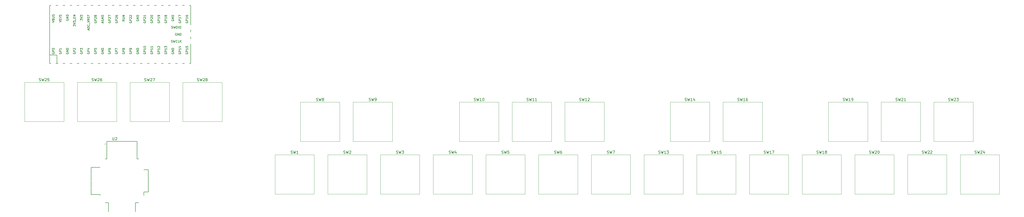
<source format=gto>
G04 #@! TF.GenerationSoftware,KiCad,Pcbnew,8.0.3*
G04 #@! TF.CreationDate,2024-06-27T13:33:53-07:00*
G04 #@! TF.ProjectId,new midi keyboard,6e657720-6d69-4646-9920-6b6579626f61,rev?*
G04 #@! TF.SameCoordinates,Original*
G04 #@! TF.FileFunction,Legend,Top*
G04 #@! TF.FilePolarity,Positive*
%FSLAX46Y46*%
G04 Gerber Fmt 4.6, Leading zero omitted, Abs format (unit mm)*
G04 Created by KiCad (PCBNEW 8.0.3) date 2024-06-27 13:33:53*
%MOMM*%
%LPD*%
G01*
G04 APERTURE LIST*
%ADD10C,0.150000*%
%ADD11C,0.127000*%
%ADD12C,0.200000*%
%ADD13C,0.120000*%
%ADD14C,1.982000*%
%ADD15C,2.490000*%
%ADD16C,1.750000*%
%ADD17C,4.000000*%
%ADD18C,2.500000*%
%ADD19O,1.700000X1.700000*%
%ADD20R,1.700000X3.500000*%
%ADD21R,1.700000X1.700000*%
%ADD22R,3.500000X1.700000*%
%ADD23R,1.600000X1.600000*%
%ADD24O,1.600000X1.600000*%
G04 APERTURE END LIST*
D10*
X75197345Y-102493569D02*
X75197345Y-103303092D01*
X75197345Y-103303092D02*
X75244964Y-103398330D01*
X75244964Y-103398330D02*
X75292583Y-103445950D01*
X75292583Y-103445950D02*
X75387821Y-103493569D01*
X75387821Y-103493569D02*
X75578297Y-103493569D01*
X75578297Y-103493569D02*
X75673535Y-103445950D01*
X75673535Y-103445950D02*
X75721154Y-103398330D01*
X75721154Y-103398330D02*
X75768773Y-103303092D01*
X75768773Y-103303092D02*
X75768773Y-102493569D01*
X76197345Y-102588807D02*
X76244964Y-102541188D01*
X76244964Y-102541188D02*
X76340202Y-102493569D01*
X76340202Y-102493569D02*
X76578297Y-102493569D01*
X76578297Y-102493569D02*
X76673535Y-102541188D01*
X76673535Y-102541188D02*
X76721154Y-102588807D01*
X76721154Y-102588807D02*
X76768773Y-102684045D01*
X76768773Y-102684045D02*
X76768773Y-102779283D01*
X76768773Y-102779283D02*
X76721154Y-102922140D01*
X76721154Y-102922140D02*
X76149726Y-103493569D01*
X76149726Y-103493569D02*
X76768773Y-103493569D01*
X348713476Y-108299700D02*
X348856333Y-108347319D01*
X348856333Y-108347319D02*
X349094428Y-108347319D01*
X349094428Y-108347319D02*
X349189666Y-108299700D01*
X349189666Y-108299700D02*
X349237285Y-108252080D01*
X349237285Y-108252080D02*
X349284904Y-108156842D01*
X349284904Y-108156842D02*
X349284904Y-108061604D01*
X349284904Y-108061604D02*
X349237285Y-107966366D01*
X349237285Y-107966366D02*
X349189666Y-107918747D01*
X349189666Y-107918747D02*
X349094428Y-107871128D01*
X349094428Y-107871128D02*
X348903952Y-107823509D01*
X348903952Y-107823509D02*
X348808714Y-107775890D01*
X348808714Y-107775890D02*
X348761095Y-107728271D01*
X348761095Y-107728271D02*
X348713476Y-107633033D01*
X348713476Y-107633033D02*
X348713476Y-107537795D01*
X348713476Y-107537795D02*
X348761095Y-107442557D01*
X348761095Y-107442557D02*
X348808714Y-107394938D01*
X348808714Y-107394938D02*
X348903952Y-107347319D01*
X348903952Y-107347319D02*
X349142047Y-107347319D01*
X349142047Y-107347319D02*
X349284904Y-107394938D01*
X349618238Y-107347319D02*
X349856333Y-108347319D01*
X349856333Y-108347319D02*
X350046809Y-107633033D01*
X350046809Y-107633033D02*
X350237285Y-108347319D01*
X350237285Y-108347319D02*
X350475381Y-107347319D01*
X350808714Y-107442557D02*
X350856333Y-107394938D01*
X350856333Y-107394938D02*
X350951571Y-107347319D01*
X350951571Y-107347319D02*
X351189666Y-107347319D01*
X351189666Y-107347319D02*
X351284904Y-107394938D01*
X351284904Y-107394938D02*
X351332523Y-107442557D01*
X351332523Y-107442557D02*
X351380142Y-107537795D01*
X351380142Y-107537795D02*
X351380142Y-107633033D01*
X351380142Y-107633033D02*
X351332523Y-107775890D01*
X351332523Y-107775890D02*
X350761095Y-108347319D01*
X350761095Y-108347319D02*
X351380142Y-108347319D01*
X351999190Y-107347319D02*
X352094428Y-107347319D01*
X352094428Y-107347319D02*
X352189666Y-107394938D01*
X352189666Y-107394938D02*
X352237285Y-107442557D01*
X352237285Y-107442557D02*
X352284904Y-107537795D01*
X352284904Y-107537795D02*
X352332523Y-107728271D01*
X352332523Y-107728271D02*
X352332523Y-107966366D01*
X352332523Y-107966366D02*
X352284904Y-108156842D01*
X352284904Y-108156842D02*
X352237285Y-108252080D01*
X352237285Y-108252080D02*
X352189666Y-108299700D01*
X352189666Y-108299700D02*
X352094428Y-108347319D01*
X352094428Y-108347319D02*
X351999190Y-108347319D01*
X351999190Y-108347319D02*
X351903952Y-108299700D01*
X351903952Y-108299700D02*
X351856333Y-108252080D01*
X351856333Y-108252080D02*
X351808714Y-108156842D01*
X351808714Y-108156842D02*
X351761095Y-107966366D01*
X351761095Y-107966366D02*
X351761095Y-107728271D01*
X351761095Y-107728271D02*
X351808714Y-107537795D01*
X351808714Y-107537795D02*
X351856333Y-107442557D01*
X351856333Y-107442557D02*
X351903952Y-107394938D01*
X351903952Y-107394938D02*
X351999190Y-107347319D01*
X272513476Y-108299700D02*
X272656333Y-108347319D01*
X272656333Y-108347319D02*
X272894428Y-108347319D01*
X272894428Y-108347319D02*
X272989666Y-108299700D01*
X272989666Y-108299700D02*
X273037285Y-108252080D01*
X273037285Y-108252080D02*
X273084904Y-108156842D01*
X273084904Y-108156842D02*
X273084904Y-108061604D01*
X273084904Y-108061604D02*
X273037285Y-107966366D01*
X273037285Y-107966366D02*
X272989666Y-107918747D01*
X272989666Y-107918747D02*
X272894428Y-107871128D01*
X272894428Y-107871128D02*
X272703952Y-107823509D01*
X272703952Y-107823509D02*
X272608714Y-107775890D01*
X272608714Y-107775890D02*
X272561095Y-107728271D01*
X272561095Y-107728271D02*
X272513476Y-107633033D01*
X272513476Y-107633033D02*
X272513476Y-107537795D01*
X272513476Y-107537795D02*
X272561095Y-107442557D01*
X272561095Y-107442557D02*
X272608714Y-107394938D01*
X272608714Y-107394938D02*
X272703952Y-107347319D01*
X272703952Y-107347319D02*
X272942047Y-107347319D01*
X272942047Y-107347319D02*
X273084904Y-107394938D01*
X273418238Y-107347319D02*
X273656333Y-108347319D01*
X273656333Y-108347319D02*
X273846809Y-107633033D01*
X273846809Y-107633033D02*
X274037285Y-108347319D01*
X274037285Y-108347319D02*
X274275381Y-107347319D01*
X275180142Y-108347319D02*
X274608714Y-108347319D01*
X274894428Y-108347319D02*
X274894428Y-107347319D01*
X274894428Y-107347319D02*
X274799190Y-107490176D01*
X274799190Y-107490176D02*
X274703952Y-107585414D01*
X274703952Y-107585414D02*
X274608714Y-107633033D01*
X275513476Y-107347319D02*
X276132523Y-107347319D01*
X276132523Y-107347319D02*
X275799190Y-107728271D01*
X275799190Y-107728271D02*
X275942047Y-107728271D01*
X275942047Y-107728271D02*
X276037285Y-107775890D01*
X276037285Y-107775890D02*
X276084904Y-107823509D01*
X276084904Y-107823509D02*
X276132523Y-107918747D01*
X276132523Y-107918747D02*
X276132523Y-108156842D01*
X276132523Y-108156842D02*
X276084904Y-108252080D01*
X276084904Y-108252080D02*
X276037285Y-108299700D01*
X276037285Y-108299700D02*
X275942047Y-108347319D01*
X275942047Y-108347319D02*
X275656333Y-108347319D01*
X275656333Y-108347319D02*
X275561095Y-108299700D01*
X275561095Y-108299700D02*
X275513476Y-108252080D01*
X78819640Y-71862678D02*
X78781545Y-71938868D01*
X78781545Y-71938868D02*
X78781545Y-72053154D01*
X78781545Y-72053154D02*
X78819640Y-72167440D01*
X78819640Y-72167440D02*
X78895830Y-72243630D01*
X78895830Y-72243630D02*
X78972021Y-72281725D01*
X78972021Y-72281725D02*
X79124402Y-72319821D01*
X79124402Y-72319821D02*
X79238688Y-72319821D01*
X79238688Y-72319821D02*
X79391069Y-72281725D01*
X79391069Y-72281725D02*
X79467259Y-72243630D01*
X79467259Y-72243630D02*
X79543450Y-72167440D01*
X79543450Y-72167440D02*
X79581545Y-72053154D01*
X79581545Y-72053154D02*
X79581545Y-71976963D01*
X79581545Y-71976963D02*
X79543450Y-71862678D01*
X79543450Y-71862678D02*
X79505354Y-71824582D01*
X79505354Y-71824582D02*
X79238688Y-71824582D01*
X79238688Y-71824582D02*
X79238688Y-71976963D01*
X79581545Y-71481725D02*
X78781545Y-71481725D01*
X78781545Y-71481725D02*
X78781545Y-71176963D01*
X78781545Y-71176963D02*
X78819640Y-71100773D01*
X78819640Y-71100773D02*
X78857735Y-71062678D01*
X78857735Y-71062678D02*
X78933926Y-71024582D01*
X78933926Y-71024582D02*
X79048211Y-71024582D01*
X79048211Y-71024582D02*
X79124402Y-71062678D01*
X79124402Y-71062678D02*
X79162497Y-71100773D01*
X79162497Y-71100773D02*
X79200592Y-71176963D01*
X79200592Y-71176963D02*
X79200592Y-71481725D01*
X79124402Y-70567440D02*
X79086307Y-70643630D01*
X79086307Y-70643630D02*
X79048211Y-70681725D01*
X79048211Y-70681725D02*
X78972021Y-70719821D01*
X78972021Y-70719821D02*
X78933926Y-70719821D01*
X78933926Y-70719821D02*
X78857735Y-70681725D01*
X78857735Y-70681725D02*
X78819640Y-70643630D01*
X78819640Y-70643630D02*
X78781545Y-70567440D01*
X78781545Y-70567440D02*
X78781545Y-70415059D01*
X78781545Y-70415059D02*
X78819640Y-70338868D01*
X78819640Y-70338868D02*
X78857735Y-70300773D01*
X78857735Y-70300773D02*
X78933926Y-70262678D01*
X78933926Y-70262678D02*
X78972021Y-70262678D01*
X78972021Y-70262678D02*
X79048211Y-70300773D01*
X79048211Y-70300773D02*
X79086307Y-70338868D01*
X79086307Y-70338868D02*
X79124402Y-70415059D01*
X79124402Y-70415059D02*
X79124402Y-70567440D01*
X79124402Y-70567440D02*
X79162497Y-70643630D01*
X79162497Y-70643630D02*
X79200592Y-70681725D01*
X79200592Y-70681725D02*
X79276783Y-70719821D01*
X79276783Y-70719821D02*
X79429164Y-70719821D01*
X79429164Y-70719821D02*
X79505354Y-70681725D01*
X79505354Y-70681725D02*
X79543450Y-70643630D01*
X79543450Y-70643630D02*
X79581545Y-70567440D01*
X79581545Y-70567440D02*
X79581545Y-70415059D01*
X79581545Y-70415059D02*
X79543450Y-70338868D01*
X79543450Y-70338868D02*
X79505354Y-70300773D01*
X79505354Y-70300773D02*
X79429164Y-70262678D01*
X79429164Y-70262678D02*
X79276783Y-70262678D01*
X79276783Y-70262678D02*
X79200592Y-70300773D01*
X79200592Y-70300773D02*
X79162497Y-70338868D01*
X79162497Y-70338868D02*
X79124402Y-70415059D01*
X86449640Y-60663631D02*
X86411545Y-60739821D01*
X86411545Y-60739821D02*
X86411545Y-60854107D01*
X86411545Y-60854107D02*
X86449640Y-60968393D01*
X86449640Y-60968393D02*
X86525830Y-61044583D01*
X86525830Y-61044583D02*
X86602021Y-61082678D01*
X86602021Y-61082678D02*
X86754402Y-61120774D01*
X86754402Y-61120774D02*
X86868688Y-61120774D01*
X86868688Y-61120774D02*
X87021069Y-61082678D01*
X87021069Y-61082678D02*
X87097259Y-61044583D01*
X87097259Y-61044583D02*
X87173450Y-60968393D01*
X87173450Y-60968393D02*
X87211545Y-60854107D01*
X87211545Y-60854107D02*
X87211545Y-60777916D01*
X87211545Y-60777916D02*
X87173450Y-60663631D01*
X87173450Y-60663631D02*
X87135354Y-60625535D01*
X87135354Y-60625535D02*
X86868688Y-60625535D01*
X86868688Y-60625535D02*
X86868688Y-60777916D01*
X87211545Y-60282678D02*
X86411545Y-60282678D01*
X86411545Y-60282678D02*
X86411545Y-59977916D01*
X86411545Y-59977916D02*
X86449640Y-59901726D01*
X86449640Y-59901726D02*
X86487735Y-59863631D01*
X86487735Y-59863631D02*
X86563926Y-59825535D01*
X86563926Y-59825535D02*
X86678211Y-59825535D01*
X86678211Y-59825535D02*
X86754402Y-59863631D01*
X86754402Y-59863631D02*
X86792497Y-59901726D01*
X86792497Y-59901726D02*
X86830592Y-59977916D01*
X86830592Y-59977916D02*
X86830592Y-60282678D01*
X86487735Y-59520774D02*
X86449640Y-59482678D01*
X86449640Y-59482678D02*
X86411545Y-59406488D01*
X86411545Y-59406488D02*
X86411545Y-59216012D01*
X86411545Y-59216012D02*
X86449640Y-59139821D01*
X86449640Y-59139821D02*
X86487735Y-59101726D01*
X86487735Y-59101726D02*
X86563926Y-59063631D01*
X86563926Y-59063631D02*
X86640116Y-59063631D01*
X86640116Y-59063631D02*
X86754402Y-59101726D01*
X86754402Y-59101726D02*
X87211545Y-59558869D01*
X87211545Y-59558869D02*
X87211545Y-59063631D01*
X87211545Y-58301726D02*
X87211545Y-58758869D01*
X87211545Y-58530297D02*
X86411545Y-58530297D01*
X86411545Y-58530297D02*
X86525830Y-58606488D01*
X86525830Y-58606488D02*
X86602021Y-58682678D01*
X86602021Y-58682678D02*
X86640116Y-58758869D01*
X96504011Y-63035450D02*
X96618297Y-63073545D01*
X96618297Y-63073545D02*
X96808773Y-63073545D01*
X96808773Y-63073545D02*
X96884964Y-63035450D01*
X96884964Y-63035450D02*
X96923059Y-62997354D01*
X96923059Y-62997354D02*
X96961154Y-62921164D01*
X96961154Y-62921164D02*
X96961154Y-62844973D01*
X96961154Y-62844973D02*
X96923059Y-62768783D01*
X96923059Y-62768783D02*
X96884964Y-62730688D01*
X96884964Y-62730688D02*
X96808773Y-62692592D01*
X96808773Y-62692592D02*
X96656392Y-62654497D01*
X96656392Y-62654497D02*
X96580202Y-62616402D01*
X96580202Y-62616402D02*
X96542107Y-62578307D01*
X96542107Y-62578307D02*
X96504011Y-62502116D01*
X96504011Y-62502116D02*
X96504011Y-62425926D01*
X96504011Y-62425926D02*
X96542107Y-62349735D01*
X96542107Y-62349735D02*
X96580202Y-62311640D01*
X96580202Y-62311640D02*
X96656392Y-62273545D01*
X96656392Y-62273545D02*
X96846869Y-62273545D01*
X96846869Y-62273545D02*
X96961154Y-62311640D01*
X97227821Y-62273545D02*
X97418297Y-63073545D01*
X97418297Y-63073545D02*
X97570678Y-62502116D01*
X97570678Y-62502116D02*
X97723059Y-63073545D01*
X97723059Y-63073545D02*
X97913536Y-62273545D01*
X98218298Y-63073545D02*
X98218298Y-62273545D01*
X98218298Y-62273545D02*
X98408774Y-62273545D01*
X98408774Y-62273545D02*
X98523060Y-62311640D01*
X98523060Y-62311640D02*
X98599250Y-62387830D01*
X98599250Y-62387830D02*
X98637345Y-62464021D01*
X98637345Y-62464021D02*
X98675441Y-62616402D01*
X98675441Y-62616402D02*
X98675441Y-62730688D01*
X98675441Y-62730688D02*
X98637345Y-62883069D01*
X98637345Y-62883069D02*
X98599250Y-62959259D01*
X98599250Y-62959259D02*
X98523060Y-63035450D01*
X98523060Y-63035450D02*
X98408774Y-63073545D01*
X98408774Y-63073545D02*
X98218298Y-63073545D01*
X99018298Y-63073545D02*
X99018298Y-62273545D01*
X99551631Y-62273545D02*
X99704012Y-62273545D01*
X99704012Y-62273545D02*
X99780202Y-62311640D01*
X99780202Y-62311640D02*
X99856393Y-62387830D01*
X99856393Y-62387830D02*
X99894488Y-62540211D01*
X99894488Y-62540211D02*
X99894488Y-62806878D01*
X99894488Y-62806878D02*
X99856393Y-62959259D01*
X99856393Y-62959259D02*
X99780202Y-63035450D01*
X99780202Y-63035450D02*
X99704012Y-63073545D01*
X99704012Y-63073545D02*
X99551631Y-63073545D01*
X99551631Y-63073545D02*
X99475440Y-63035450D01*
X99475440Y-63035450D02*
X99399250Y-62959259D01*
X99399250Y-62959259D02*
X99361154Y-62806878D01*
X99361154Y-62806878D02*
X99361154Y-62540211D01*
X99361154Y-62540211D02*
X99399250Y-62387830D01*
X99399250Y-62387830D02*
X99475440Y-62311640D01*
X99475440Y-62311640D02*
X99551631Y-62273545D01*
X63541545Y-60201726D02*
X63541545Y-59706488D01*
X63541545Y-59706488D02*
X63846307Y-59973154D01*
X63846307Y-59973154D02*
X63846307Y-59858869D01*
X63846307Y-59858869D02*
X63884402Y-59782678D01*
X63884402Y-59782678D02*
X63922497Y-59744583D01*
X63922497Y-59744583D02*
X63998688Y-59706488D01*
X63998688Y-59706488D02*
X64189164Y-59706488D01*
X64189164Y-59706488D02*
X64265354Y-59744583D01*
X64265354Y-59744583D02*
X64303450Y-59782678D01*
X64303450Y-59782678D02*
X64341545Y-59858869D01*
X64341545Y-59858869D02*
X64341545Y-60087440D01*
X64341545Y-60087440D02*
X64303450Y-60163631D01*
X64303450Y-60163631D02*
X64265354Y-60201726D01*
X63541545Y-59477916D02*
X64341545Y-59211249D01*
X64341545Y-59211249D02*
X63541545Y-58944583D01*
X63541545Y-58754107D02*
X63541545Y-58258869D01*
X63541545Y-58258869D02*
X63846307Y-58525535D01*
X63846307Y-58525535D02*
X63846307Y-58411250D01*
X63846307Y-58411250D02*
X63884402Y-58335059D01*
X63884402Y-58335059D02*
X63922497Y-58296964D01*
X63922497Y-58296964D02*
X63998688Y-58258869D01*
X63998688Y-58258869D02*
X64189164Y-58258869D01*
X64189164Y-58258869D02*
X64265354Y-58296964D01*
X64265354Y-58296964D02*
X64303450Y-58335059D01*
X64303450Y-58335059D02*
X64341545Y-58411250D01*
X64341545Y-58411250D02*
X64341545Y-58639821D01*
X64341545Y-58639821D02*
X64303450Y-58716012D01*
X64303450Y-58716012D02*
X64265354Y-58754107D01*
X55921545Y-60832678D02*
X56721545Y-60566011D01*
X56721545Y-60566011D02*
X55921545Y-60299345D01*
X56683450Y-60070774D02*
X56721545Y-59956488D01*
X56721545Y-59956488D02*
X56721545Y-59766012D01*
X56721545Y-59766012D02*
X56683450Y-59689821D01*
X56683450Y-59689821D02*
X56645354Y-59651726D01*
X56645354Y-59651726D02*
X56569164Y-59613631D01*
X56569164Y-59613631D02*
X56492973Y-59613631D01*
X56492973Y-59613631D02*
X56416783Y-59651726D01*
X56416783Y-59651726D02*
X56378688Y-59689821D01*
X56378688Y-59689821D02*
X56340592Y-59766012D01*
X56340592Y-59766012D02*
X56302497Y-59918393D01*
X56302497Y-59918393D02*
X56264402Y-59994583D01*
X56264402Y-59994583D02*
X56226307Y-60032678D01*
X56226307Y-60032678D02*
X56150116Y-60070774D01*
X56150116Y-60070774D02*
X56073926Y-60070774D01*
X56073926Y-60070774D02*
X55997735Y-60032678D01*
X55997735Y-60032678D02*
X55959640Y-59994583D01*
X55959640Y-59994583D02*
X55921545Y-59918393D01*
X55921545Y-59918393D02*
X55921545Y-59727916D01*
X55921545Y-59727916D02*
X55959640Y-59613631D01*
X56340592Y-59118392D02*
X56721545Y-59118392D01*
X55921545Y-59385059D02*
X56340592Y-59118392D01*
X56340592Y-59118392D02*
X55921545Y-58851726D01*
X56683450Y-58623155D02*
X56721545Y-58508869D01*
X56721545Y-58508869D02*
X56721545Y-58318393D01*
X56721545Y-58318393D02*
X56683450Y-58242202D01*
X56683450Y-58242202D02*
X56645354Y-58204107D01*
X56645354Y-58204107D02*
X56569164Y-58166012D01*
X56569164Y-58166012D02*
X56492973Y-58166012D01*
X56492973Y-58166012D02*
X56416783Y-58204107D01*
X56416783Y-58204107D02*
X56378688Y-58242202D01*
X56378688Y-58242202D02*
X56340592Y-58318393D01*
X56340592Y-58318393D02*
X56302497Y-58470774D01*
X56302497Y-58470774D02*
X56264402Y-58546964D01*
X56264402Y-58546964D02*
X56226307Y-58585059D01*
X56226307Y-58585059D02*
X56150116Y-58623155D01*
X56150116Y-58623155D02*
X56073926Y-58623155D01*
X56073926Y-58623155D02*
X55997735Y-58585059D01*
X55997735Y-58585059D02*
X55959640Y-58546964D01*
X55959640Y-58546964D02*
X55921545Y-58470774D01*
X55921545Y-58470774D02*
X55921545Y-58280297D01*
X55921545Y-58280297D02*
X55959640Y-58166012D01*
X99139640Y-71893631D02*
X99101545Y-71969821D01*
X99101545Y-71969821D02*
X99101545Y-72084107D01*
X99101545Y-72084107D02*
X99139640Y-72198393D01*
X99139640Y-72198393D02*
X99215830Y-72274583D01*
X99215830Y-72274583D02*
X99292021Y-72312678D01*
X99292021Y-72312678D02*
X99444402Y-72350774D01*
X99444402Y-72350774D02*
X99558688Y-72350774D01*
X99558688Y-72350774D02*
X99711069Y-72312678D01*
X99711069Y-72312678D02*
X99787259Y-72274583D01*
X99787259Y-72274583D02*
X99863450Y-72198393D01*
X99863450Y-72198393D02*
X99901545Y-72084107D01*
X99901545Y-72084107D02*
X99901545Y-72007916D01*
X99901545Y-72007916D02*
X99863450Y-71893631D01*
X99863450Y-71893631D02*
X99825354Y-71855535D01*
X99825354Y-71855535D02*
X99558688Y-71855535D01*
X99558688Y-71855535D02*
X99558688Y-72007916D01*
X99901545Y-71512678D02*
X99101545Y-71512678D01*
X99101545Y-71512678D02*
X99101545Y-71207916D01*
X99101545Y-71207916D02*
X99139640Y-71131726D01*
X99139640Y-71131726D02*
X99177735Y-71093631D01*
X99177735Y-71093631D02*
X99253926Y-71055535D01*
X99253926Y-71055535D02*
X99368211Y-71055535D01*
X99368211Y-71055535D02*
X99444402Y-71093631D01*
X99444402Y-71093631D02*
X99482497Y-71131726D01*
X99482497Y-71131726D02*
X99520592Y-71207916D01*
X99520592Y-71207916D02*
X99520592Y-71512678D01*
X99901545Y-70293631D02*
X99901545Y-70750774D01*
X99901545Y-70522202D02*
X99101545Y-70522202D01*
X99101545Y-70522202D02*
X99215830Y-70598393D01*
X99215830Y-70598393D02*
X99292021Y-70674583D01*
X99292021Y-70674583D02*
X99330116Y-70750774D01*
X99368211Y-69607916D02*
X99901545Y-69607916D01*
X99063450Y-69798392D02*
X99634878Y-69988869D01*
X99634878Y-69988869D02*
X99634878Y-69493630D01*
X63579640Y-71862678D02*
X63541545Y-71938868D01*
X63541545Y-71938868D02*
X63541545Y-72053154D01*
X63541545Y-72053154D02*
X63579640Y-72167440D01*
X63579640Y-72167440D02*
X63655830Y-72243630D01*
X63655830Y-72243630D02*
X63732021Y-72281725D01*
X63732021Y-72281725D02*
X63884402Y-72319821D01*
X63884402Y-72319821D02*
X63998688Y-72319821D01*
X63998688Y-72319821D02*
X64151069Y-72281725D01*
X64151069Y-72281725D02*
X64227259Y-72243630D01*
X64227259Y-72243630D02*
X64303450Y-72167440D01*
X64303450Y-72167440D02*
X64341545Y-72053154D01*
X64341545Y-72053154D02*
X64341545Y-71976963D01*
X64341545Y-71976963D02*
X64303450Y-71862678D01*
X64303450Y-71862678D02*
X64265354Y-71824582D01*
X64265354Y-71824582D02*
X63998688Y-71824582D01*
X63998688Y-71824582D02*
X63998688Y-71976963D01*
X64341545Y-71481725D02*
X63541545Y-71481725D01*
X63541545Y-71481725D02*
X63541545Y-71176963D01*
X63541545Y-71176963D02*
X63579640Y-71100773D01*
X63579640Y-71100773D02*
X63617735Y-71062678D01*
X63617735Y-71062678D02*
X63693926Y-71024582D01*
X63693926Y-71024582D02*
X63808211Y-71024582D01*
X63808211Y-71024582D02*
X63884402Y-71062678D01*
X63884402Y-71062678D02*
X63922497Y-71100773D01*
X63922497Y-71100773D02*
X63960592Y-71176963D01*
X63960592Y-71176963D02*
X63960592Y-71481725D01*
X63541545Y-70757916D02*
X63541545Y-70262678D01*
X63541545Y-70262678D02*
X63846307Y-70529344D01*
X63846307Y-70529344D02*
X63846307Y-70415059D01*
X63846307Y-70415059D02*
X63884402Y-70338868D01*
X63884402Y-70338868D02*
X63922497Y-70300773D01*
X63922497Y-70300773D02*
X63998688Y-70262678D01*
X63998688Y-70262678D02*
X64189164Y-70262678D01*
X64189164Y-70262678D02*
X64265354Y-70300773D01*
X64265354Y-70300773D02*
X64303450Y-70338868D01*
X64303450Y-70338868D02*
X64341545Y-70415059D01*
X64341545Y-70415059D02*
X64341545Y-70643630D01*
X64341545Y-70643630D02*
X64303450Y-70719821D01*
X64303450Y-70719821D02*
X64265354Y-70757916D01*
X83899640Y-59970773D02*
X83861545Y-60046963D01*
X83861545Y-60046963D02*
X83861545Y-60161249D01*
X83861545Y-60161249D02*
X83899640Y-60275535D01*
X83899640Y-60275535D02*
X83975830Y-60351725D01*
X83975830Y-60351725D02*
X84052021Y-60389820D01*
X84052021Y-60389820D02*
X84204402Y-60427916D01*
X84204402Y-60427916D02*
X84318688Y-60427916D01*
X84318688Y-60427916D02*
X84471069Y-60389820D01*
X84471069Y-60389820D02*
X84547259Y-60351725D01*
X84547259Y-60351725D02*
X84623450Y-60275535D01*
X84623450Y-60275535D02*
X84661545Y-60161249D01*
X84661545Y-60161249D02*
X84661545Y-60085058D01*
X84661545Y-60085058D02*
X84623450Y-59970773D01*
X84623450Y-59970773D02*
X84585354Y-59932677D01*
X84585354Y-59932677D02*
X84318688Y-59932677D01*
X84318688Y-59932677D02*
X84318688Y-60085058D01*
X84661545Y-59589820D02*
X83861545Y-59589820D01*
X83861545Y-59589820D02*
X84661545Y-59132677D01*
X84661545Y-59132677D02*
X83861545Y-59132677D01*
X84661545Y-58751725D02*
X83861545Y-58751725D01*
X83861545Y-58751725D02*
X83861545Y-58561249D01*
X83861545Y-58561249D02*
X83899640Y-58446963D01*
X83899640Y-58446963D02*
X83975830Y-58370773D01*
X83975830Y-58370773D02*
X84052021Y-58332678D01*
X84052021Y-58332678D02*
X84204402Y-58294582D01*
X84204402Y-58294582D02*
X84318688Y-58294582D01*
X84318688Y-58294582D02*
X84471069Y-58332678D01*
X84471069Y-58332678D02*
X84547259Y-58370773D01*
X84547259Y-58370773D02*
X84623450Y-58446963D01*
X84623450Y-58446963D02*
X84661545Y-58561249D01*
X84661545Y-58561249D02*
X84661545Y-58751725D01*
X96599640Y-59970773D02*
X96561545Y-60046963D01*
X96561545Y-60046963D02*
X96561545Y-60161249D01*
X96561545Y-60161249D02*
X96599640Y-60275535D01*
X96599640Y-60275535D02*
X96675830Y-60351725D01*
X96675830Y-60351725D02*
X96752021Y-60389820D01*
X96752021Y-60389820D02*
X96904402Y-60427916D01*
X96904402Y-60427916D02*
X97018688Y-60427916D01*
X97018688Y-60427916D02*
X97171069Y-60389820D01*
X97171069Y-60389820D02*
X97247259Y-60351725D01*
X97247259Y-60351725D02*
X97323450Y-60275535D01*
X97323450Y-60275535D02*
X97361545Y-60161249D01*
X97361545Y-60161249D02*
X97361545Y-60085058D01*
X97361545Y-60085058D02*
X97323450Y-59970773D01*
X97323450Y-59970773D02*
X97285354Y-59932677D01*
X97285354Y-59932677D02*
X97018688Y-59932677D01*
X97018688Y-59932677D02*
X97018688Y-60085058D01*
X97361545Y-59589820D02*
X96561545Y-59589820D01*
X96561545Y-59589820D02*
X97361545Y-59132677D01*
X97361545Y-59132677D02*
X96561545Y-59132677D01*
X97361545Y-58751725D02*
X96561545Y-58751725D01*
X96561545Y-58751725D02*
X96561545Y-58561249D01*
X96561545Y-58561249D02*
X96599640Y-58446963D01*
X96599640Y-58446963D02*
X96675830Y-58370773D01*
X96675830Y-58370773D02*
X96752021Y-58332678D01*
X96752021Y-58332678D02*
X96904402Y-58294582D01*
X96904402Y-58294582D02*
X97018688Y-58294582D01*
X97018688Y-58294582D02*
X97171069Y-58332678D01*
X97171069Y-58332678D02*
X97247259Y-58370773D01*
X97247259Y-58370773D02*
X97323450Y-58446963D01*
X97323450Y-58446963D02*
X97361545Y-58561249D01*
X97361545Y-58561249D02*
X97361545Y-58751725D01*
X61001545Y-62287440D02*
X61001545Y-61792202D01*
X61001545Y-61792202D02*
X61306307Y-62058868D01*
X61306307Y-62058868D02*
X61306307Y-61944583D01*
X61306307Y-61944583D02*
X61344402Y-61868392D01*
X61344402Y-61868392D02*
X61382497Y-61830297D01*
X61382497Y-61830297D02*
X61458688Y-61792202D01*
X61458688Y-61792202D02*
X61649164Y-61792202D01*
X61649164Y-61792202D02*
X61725354Y-61830297D01*
X61725354Y-61830297D02*
X61763450Y-61868392D01*
X61763450Y-61868392D02*
X61801545Y-61944583D01*
X61801545Y-61944583D02*
X61801545Y-62173154D01*
X61801545Y-62173154D02*
X61763450Y-62249345D01*
X61763450Y-62249345D02*
X61725354Y-62287440D01*
X61001545Y-61563630D02*
X61801545Y-61296963D01*
X61801545Y-61296963D02*
X61001545Y-61030297D01*
X61001545Y-60839821D02*
X61001545Y-60344583D01*
X61001545Y-60344583D02*
X61306307Y-60611249D01*
X61306307Y-60611249D02*
X61306307Y-60496964D01*
X61306307Y-60496964D02*
X61344402Y-60420773D01*
X61344402Y-60420773D02*
X61382497Y-60382678D01*
X61382497Y-60382678D02*
X61458688Y-60344583D01*
X61458688Y-60344583D02*
X61649164Y-60344583D01*
X61649164Y-60344583D02*
X61725354Y-60382678D01*
X61725354Y-60382678D02*
X61763450Y-60420773D01*
X61763450Y-60420773D02*
X61801545Y-60496964D01*
X61801545Y-60496964D02*
X61801545Y-60725535D01*
X61801545Y-60725535D02*
X61763450Y-60801726D01*
X61763450Y-60801726D02*
X61725354Y-60839821D01*
X61877735Y-60192202D02*
X61877735Y-59582678D01*
X61382497Y-59392201D02*
X61382497Y-59125535D01*
X61801545Y-59011249D02*
X61801545Y-59392201D01*
X61801545Y-59392201D02*
X61001545Y-59392201D01*
X61001545Y-59392201D02*
X61001545Y-59011249D01*
X61801545Y-58668391D02*
X61001545Y-58668391D01*
X61001545Y-58668391D02*
X61801545Y-58211248D01*
X61801545Y-58211248D02*
X61001545Y-58211248D01*
X68659640Y-60663631D02*
X68621545Y-60739821D01*
X68621545Y-60739821D02*
X68621545Y-60854107D01*
X68621545Y-60854107D02*
X68659640Y-60968393D01*
X68659640Y-60968393D02*
X68735830Y-61044583D01*
X68735830Y-61044583D02*
X68812021Y-61082678D01*
X68812021Y-61082678D02*
X68964402Y-61120774D01*
X68964402Y-61120774D02*
X69078688Y-61120774D01*
X69078688Y-61120774D02*
X69231069Y-61082678D01*
X69231069Y-61082678D02*
X69307259Y-61044583D01*
X69307259Y-61044583D02*
X69383450Y-60968393D01*
X69383450Y-60968393D02*
X69421545Y-60854107D01*
X69421545Y-60854107D02*
X69421545Y-60777916D01*
X69421545Y-60777916D02*
X69383450Y-60663631D01*
X69383450Y-60663631D02*
X69345354Y-60625535D01*
X69345354Y-60625535D02*
X69078688Y-60625535D01*
X69078688Y-60625535D02*
X69078688Y-60777916D01*
X69421545Y-60282678D02*
X68621545Y-60282678D01*
X68621545Y-60282678D02*
X68621545Y-59977916D01*
X68621545Y-59977916D02*
X68659640Y-59901726D01*
X68659640Y-59901726D02*
X68697735Y-59863631D01*
X68697735Y-59863631D02*
X68773926Y-59825535D01*
X68773926Y-59825535D02*
X68888211Y-59825535D01*
X68888211Y-59825535D02*
X68964402Y-59863631D01*
X68964402Y-59863631D02*
X69002497Y-59901726D01*
X69002497Y-59901726D02*
X69040592Y-59977916D01*
X69040592Y-59977916D02*
X69040592Y-60282678D01*
X68697735Y-59520774D02*
X68659640Y-59482678D01*
X68659640Y-59482678D02*
X68621545Y-59406488D01*
X68621545Y-59406488D02*
X68621545Y-59216012D01*
X68621545Y-59216012D02*
X68659640Y-59139821D01*
X68659640Y-59139821D02*
X68697735Y-59101726D01*
X68697735Y-59101726D02*
X68773926Y-59063631D01*
X68773926Y-59063631D02*
X68850116Y-59063631D01*
X68850116Y-59063631D02*
X68964402Y-59101726D01*
X68964402Y-59101726D02*
X69421545Y-59558869D01*
X69421545Y-59558869D02*
X69421545Y-59063631D01*
X68964402Y-58606488D02*
X68926307Y-58682678D01*
X68926307Y-58682678D02*
X68888211Y-58720773D01*
X68888211Y-58720773D02*
X68812021Y-58758869D01*
X68812021Y-58758869D02*
X68773926Y-58758869D01*
X68773926Y-58758869D02*
X68697735Y-58720773D01*
X68697735Y-58720773D02*
X68659640Y-58682678D01*
X68659640Y-58682678D02*
X68621545Y-58606488D01*
X68621545Y-58606488D02*
X68621545Y-58454107D01*
X68621545Y-58454107D02*
X68659640Y-58377916D01*
X68659640Y-58377916D02*
X68697735Y-58339821D01*
X68697735Y-58339821D02*
X68773926Y-58301726D01*
X68773926Y-58301726D02*
X68812021Y-58301726D01*
X68812021Y-58301726D02*
X68888211Y-58339821D01*
X68888211Y-58339821D02*
X68926307Y-58377916D01*
X68926307Y-58377916D02*
X68964402Y-58454107D01*
X68964402Y-58454107D02*
X68964402Y-58606488D01*
X68964402Y-58606488D02*
X69002497Y-58682678D01*
X69002497Y-58682678D02*
X69040592Y-58720773D01*
X69040592Y-58720773D02*
X69116783Y-58758869D01*
X69116783Y-58758869D02*
X69269164Y-58758869D01*
X69269164Y-58758869D02*
X69345354Y-58720773D01*
X69345354Y-58720773D02*
X69383450Y-58682678D01*
X69383450Y-58682678D02*
X69421545Y-58606488D01*
X69421545Y-58606488D02*
X69421545Y-58454107D01*
X69421545Y-58454107D02*
X69383450Y-58377916D01*
X69383450Y-58377916D02*
X69345354Y-58339821D01*
X69345354Y-58339821D02*
X69269164Y-58301726D01*
X69269164Y-58301726D02*
X69116783Y-58301726D01*
X69116783Y-58301726D02*
X69040592Y-58339821D01*
X69040592Y-58339821D02*
X69002497Y-58377916D01*
X69002497Y-58377916D02*
X68964402Y-58454107D01*
X81359640Y-60663631D02*
X81321545Y-60739821D01*
X81321545Y-60739821D02*
X81321545Y-60854107D01*
X81321545Y-60854107D02*
X81359640Y-60968393D01*
X81359640Y-60968393D02*
X81435830Y-61044583D01*
X81435830Y-61044583D02*
X81512021Y-61082678D01*
X81512021Y-61082678D02*
X81664402Y-61120774D01*
X81664402Y-61120774D02*
X81778688Y-61120774D01*
X81778688Y-61120774D02*
X81931069Y-61082678D01*
X81931069Y-61082678D02*
X82007259Y-61044583D01*
X82007259Y-61044583D02*
X82083450Y-60968393D01*
X82083450Y-60968393D02*
X82121545Y-60854107D01*
X82121545Y-60854107D02*
X82121545Y-60777916D01*
X82121545Y-60777916D02*
X82083450Y-60663631D01*
X82083450Y-60663631D02*
X82045354Y-60625535D01*
X82045354Y-60625535D02*
X81778688Y-60625535D01*
X81778688Y-60625535D02*
X81778688Y-60777916D01*
X82121545Y-60282678D02*
X81321545Y-60282678D01*
X81321545Y-60282678D02*
X81321545Y-59977916D01*
X81321545Y-59977916D02*
X81359640Y-59901726D01*
X81359640Y-59901726D02*
X81397735Y-59863631D01*
X81397735Y-59863631D02*
X81473926Y-59825535D01*
X81473926Y-59825535D02*
X81588211Y-59825535D01*
X81588211Y-59825535D02*
X81664402Y-59863631D01*
X81664402Y-59863631D02*
X81702497Y-59901726D01*
X81702497Y-59901726D02*
X81740592Y-59977916D01*
X81740592Y-59977916D02*
X81740592Y-60282678D01*
X81397735Y-59520774D02*
X81359640Y-59482678D01*
X81359640Y-59482678D02*
X81321545Y-59406488D01*
X81321545Y-59406488D02*
X81321545Y-59216012D01*
X81321545Y-59216012D02*
X81359640Y-59139821D01*
X81359640Y-59139821D02*
X81397735Y-59101726D01*
X81397735Y-59101726D02*
X81473926Y-59063631D01*
X81473926Y-59063631D02*
X81550116Y-59063631D01*
X81550116Y-59063631D02*
X81664402Y-59101726D01*
X81664402Y-59101726D02*
X82121545Y-59558869D01*
X82121545Y-59558869D02*
X82121545Y-59063631D01*
X81397735Y-58758869D02*
X81359640Y-58720773D01*
X81359640Y-58720773D02*
X81321545Y-58644583D01*
X81321545Y-58644583D02*
X81321545Y-58454107D01*
X81321545Y-58454107D02*
X81359640Y-58377916D01*
X81359640Y-58377916D02*
X81397735Y-58339821D01*
X81397735Y-58339821D02*
X81473926Y-58301726D01*
X81473926Y-58301726D02*
X81550116Y-58301726D01*
X81550116Y-58301726D02*
X81664402Y-58339821D01*
X81664402Y-58339821D02*
X82121545Y-58796964D01*
X82121545Y-58796964D02*
X82121545Y-58301726D01*
X58499640Y-71900773D02*
X58461545Y-71976963D01*
X58461545Y-71976963D02*
X58461545Y-72091249D01*
X58461545Y-72091249D02*
X58499640Y-72205535D01*
X58499640Y-72205535D02*
X58575830Y-72281725D01*
X58575830Y-72281725D02*
X58652021Y-72319820D01*
X58652021Y-72319820D02*
X58804402Y-72357916D01*
X58804402Y-72357916D02*
X58918688Y-72357916D01*
X58918688Y-72357916D02*
X59071069Y-72319820D01*
X59071069Y-72319820D02*
X59147259Y-72281725D01*
X59147259Y-72281725D02*
X59223450Y-72205535D01*
X59223450Y-72205535D02*
X59261545Y-72091249D01*
X59261545Y-72091249D02*
X59261545Y-72015058D01*
X59261545Y-72015058D02*
X59223450Y-71900773D01*
X59223450Y-71900773D02*
X59185354Y-71862677D01*
X59185354Y-71862677D02*
X58918688Y-71862677D01*
X58918688Y-71862677D02*
X58918688Y-72015058D01*
X59261545Y-71519820D02*
X58461545Y-71519820D01*
X58461545Y-71519820D02*
X59261545Y-71062677D01*
X59261545Y-71062677D02*
X58461545Y-71062677D01*
X59261545Y-70681725D02*
X58461545Y-70681725D01*
X58461545Y-70681725D02*
X58461545Y-70491249D01*
X58461545Y-70491249D02*
X58499640Y-70376963D01*
X58499640Y-70376963D02*
X58575830Y-70300773D01*
X58575830Y-70300773D02*
X58652021Y-70262678D01*
X58652021Y-70262678D02*
X58804402Y-70224582D01*
X58804402Y-70224582D02*
X58918688Y-70224582D01*
X58918688Y-70224582D02*
X59071069Y-70262678D01*
X59071069Y-70262678D02*
X59147259Y-70300773D01*
X59147259Y-70300773D02*
X59223450Y-70376963D01*
X59223450Y-70376963D02*
X59261545Y-70491249D01*
X59261545Y-70491249D02*
X59261545Y-70681725D01*
X71732973Y-61120773D02*
X71732973Y-60739820D01*
X71961545Y-61196963D02*
X71161545Y-60930296D01*
X71161545Y-60930296D02*
X71961545Y-60663630D01*
X71199640Y-59977916D02*
X71161545Y-60054106D01*
X71161545Y-60054106D02*
X71161545Y-60168392D01*
X71161545Y-60168392D02*
X71199640Y-60282678D01*
X71199640Y-60282678D02*
X71275830Y-60358868D01*
X71275830Y-60358868D02*
X71352021Y-60396963D01*
X71352021Y-60396963D02*
X71504402Y-60435059D01*
X71504402Y-60435059D02*
X71618688Y-60435059D01*
X71618688Y-60435059D02*
X71771069Y-60396963D01*
X71771069Y-60396963D02*
X71847259Y-60358868D01*
X71847259Y-60358868D02*
X71923450Y-60282678D01*
X71923450Y-60282678D02*
X71961545Y-60168392D01*
X71961545Y-60168392D02*
X71961545Y-60092201D01*
X71961545Y-60092201D02*
X71923450Y-59977916D01*
X71923450Y-59977916D02*
X71885354Y-59939820D01*
X71885354Y-59939820D02*
X71618688Y-59939820D01*
X71618688Y-59939820D02*
X71618688Y-60092201D01*
X71961545Y-59596963D02*
X71161545Y-59596963D01*
X71161545Y-59596963D02*
X71961545Y-59139820D01*
X71961545Y-59139820D02*
X71161545Y-59139820D01*
X71961545Y-58758868D02*
X71161545Y-58758868D01*
X71161545Y-58758868D02*
X71161545Y-58568392D01*
X71161545Y-58568392D02*
X71199640Y-58454106D01*
X71199640Y-58454106D02*
X71275830Y-58377916D01*
X71275830Y-58377916D02*
X71352021Y-58339821D01*
X71352021Y-58339821D02*
X71504402Y-58301725D01*
X71504402Y-58301725D02*
X71618688Y-58301725D01*
X71618688Y-58301725D02*
X71771069Y-58339821D01*
X71771069Y-58339821D02*
X71847259Y-58377916D01*
X71847259Y-58377916D02*
X71923450Y-58454106D01*
X71923450Y-58454106D02*
X71961545Y-58568392D01*
X71961545Y-58568392D02*
X71961545Y-58758868D01*
X79581545Y-59951725D02*
X79200592Y-60218392D01*
X79581545Y-60408868D02*
X78781545Y-60408868D01*
X78781545Y-60408868D02*
X78781545Y-60104106D01*
X78781545Y-60104106D02*
X78819640Y-60027916D01*
X78819640Y-60027916D02*
X78857735Y-59989821D01*
X78857735Y-59989821D02*
X78933926Y-59951725D01*
X78933926Y-59951725D02*
X79048211Y-59951725D01*
X79048211Y-59951725D02*
X79124402Y-59989821D01*
X79124402Y-59989821D02*
X79162497Y-60027916D01*
X79162497Y-60027916D02*
X79200592Y-60104106D01*
X79200592Y-60104106D02*
X79200592Y-60408868D01*
X78781545Y-59608868D02*
X79429164Y-59608868D01*
X79429164Y-59608868D02*
X79505354Y-59570773D01*
X79505354Y-59570773D02*
X79543450Y-59532678D01*
X79543450Y-59532678D02*
X79581545Y-59456487D01*
X79581545Y-59456487D02*
X79581545Y-59304106D01*
X79581545Y-59304106D02*
X79543450Y-59227916D01*
X79543450Y-59227916D02*
X79505354Y-59189821D01*
X79505354Y-59189821D02*
X79429164Y-59151725D01*
X79429164Y-59151725D02*
X78781545Y-59151725D01*
X79581545Y-58770773D02*
X78781545Y-58770773D01*
X78781545Y-58770773D02*
X79581545Y-58313630D01*
X79581545Y-58313630D02*
X78781545Y-58313630D01*
X88979640Y-60663631D02*
X88941545Y-60739821D01*
X88941545Y-60739821D02*
X88941545Y-60854107D01*
X88941545Y-60854107D02*
X88979640Y-60968393D01*
X88979640Y-60968393D02*
X89055830Y-61044583D01*
X89055830Y-61044583D02*
X89132021Y-61082678D01*
X89132021Y-61082678D02*
X89284402Y-61120774D01*
X89284402Y-61120774D02*
X89398688Y-61120774D01*
X89398688Y-61120774D02*
X89551069Y-61082678D01*
X89551069Y-61082678D02*
X89627259Y-61044583D01*
X89627259Y-61044583D02*
X89703450Y-60968393D01*
X89703450Y-60968393D02*
X89741545Y-60854107D01*
X89741545Y-60854107D02*
X89741545Y-60777916D01*
X89741545Y-60777916D02*
X89703450Y-60663631D01*
X89703450Y-60663631D02*
X89665354Y-60625535D01*
X89665354Y-60625535D02*
X89398688Y-60625535D01*
X89398688Y-60625535D02*
X89398688Y-60777916D01*
X89741545Y-60282678D02*
X88941545Y-60282678D01*
X88941545Y-60282678D02*
X88941545Y-59977916D01*
X88941545Y-59977916D02*
X88979640Y-59901726D01*
X88979640Y-59901726D02*
X89017735Y-59863631D01*
X89017735Y-59863631D02*
X89093926Y-59825535D01*
X89093926Y-59825535D02*
X89208211Y-59825535D01*
X89208211Y-59825535D02*
X89284402Y-59863631D01*
X89284402Y-59863631D02*
X89322497Y-59901726D01*
X89322497Y-59901726D02*
X89360592Y-59977916D01*
X89360592Y-59977916D02*
X89360592Y-60282678D01*
X89017735Y-59520774D02*
X88979640Y-59482678D01*
X88979640Y-59482678D02*
X88941545Y-59406488D01*
X88941545Y-59406488D02*
X88941545Y-59216012D01*
X88941545Y-59216012D02*
X88979640Y-59139821D01*
X88979640Y-59139821D02*
X89017735Y-59101726D01*
X89017735Y-59101726D02*
X89093926Y-59063631D01*
X89093926Y-59063631D02*
X89170116Y-59063631D01*
X89170116Y-59063631D02*
X89284402Y-59101726D01*
X89284402Y-59101726D02*
X89741545Y-59558869D01*
X89741545Y-59558869D02*
X89741545Y-59063631D01*
X88941545Y-58568392D02*
X88941545Y-58492202D01*
X88941545Y-58492202D02*
X88979640Y-58416011D01*
X88979640Y-58416011D02*
X89017735Y-58377916D01*
X89017735Y-58377916D02*
X89093926Y-58339821D01*
X89093926Y-58339821D02*
X89246307Y-58301726D01*
X89246307Y-58301726D02*
X89436783Y-58301726D01*
X89436783Y-58301726D02*
X89589164Y-58339821D01*
X89589164Y-58339821D02*
X89665354Y-58377916D01*
X89665354Y-58377916D02*
X89703450Y-58416011D01*
X89703450Y-58416011D02*
X89741545Y-58492202D01*
X89741545Y-58492202D02*
X89741545Y-58568392D01*
X89741545Y-58568392D02*
X89703450Y-58644583D01*
X89703450Y-58644583D02*
X89665354Y-58682678D01*
X89665354Y-58682678D02*
X89589164Y-58720773D01*
X89589164Y-58720773D02*
X89436783Y-58758869D01*
X89436783Y-58758869D02*
X89246307Y-58758869D01*
X89246307Y-58758869D02*
X89093926Y-58720773D01*
X89093926Y-58720773D02*
X89017735Y-58682678D01*
X89017735Y-58682678D02*
X88979640Y-58644583D01*
X88979640Y-58644583D02*
X88941545Y-58568392D01*
X58499640Y-59820773D02*
X58461545Y-59896963D01*
X58461545Y-59896963D02*
X58461545Y-60011249D01*
X58461545Y-60011249D02*
X58499640Y-60125535D01*
X58499640Y-60125535D02*
X58575830Y-60201725D01*
X58575830Y-60201725D02*
X58652021Y-60239820D01*
X58652021Y-60239820D02*
X58804402Y-60277916D01*
X58804402Y-60277916D02*
X58918688Y-60277916D01*
X58918688Y-60277916D02*
X59071069Y-60239820D01*
X59071069Y-60239820D02*
X59147259Y-60201725D01*
X59147259Y-60201725D02*
X59223450Y-60125535D01*
X59223450Y-60125535D02*
X59261545Y-60011249D01*
X59261545Y-60011249D02*
X59261545Y-59935058D01*
X59261545Y-59935058D02*
X59223450Y-59820773D01*
X59223450Y-59820773D02*
X59185354Y-59782677D01*
X59185354Y-59782677D02*
X58918688Y-59782677D01*
X58918688Y-59782677D02*
X58918688Y-59935058D01*
X59261545Y-59439820D02*
X58461545Y-59439820D01*
X58461545Y-59439820D02*
X59261545Y-58982677D01*
X59261545Y-58982677D02*
X58461545Y-58982677D01*
X59261545Y-58601725D02*
X58461545Y-58601725D01*
X58461545Y-58601725D02*
X58461545Y-58411249D01*
X58461545Y-58411249D02*
X58499640Y-58296963D01*
X58499640Y-58296963D02*
X58575830Y-58220773D01*
X58575830Y-58220773D02*
X58652021Y-58182678D01*
X58652021Y-58182678D02*
X58804402Y-58144582D01*
X58804402Y-58144582D02*
X58918688Y-58144582D01*
X58918688Y-58144582D02*
X59071069Y-58182678D01*
X59071069Y-58182678D02*
X59147259Y-58220773D01*
X59147259Y-58220773D02*
X59223450Y-58296963D01*
X59223450Y-58296963D02*
X59261545Y-58411249D01*
X59261545Y-58411249D02*
X59261545Y-58601725D01*
X53381545Y-60927916D02*
X54181545Y-60661249D01*
X54181545Y-60661249D02*
X53381545Y-60394583D01*
X53762497Y-59861250D02*
X53800592Y-59746964D01*
X53800592Y-59746964D02*
X53838688Y-59708869D01*
X53838688Y-59708869D02*
X53914878Y-59670773D01*
X53914878Y-59670773D02*
X54029164Y-59670773D01*
X54029164Y-59670773D02*
X54105354Y-59708869D01*
X54105354Y-59708869D02*
X54143450Y-59746964D01*
X54143450Y-59746964D02*
X54181545Y-59823154D01*
X54181545Y-59823154D02*
X54181545Y-60127916D01*
X54181545Y-60127916D02*
X53381545Y-60127916D01*
X53381545Y-60127916D02*
X53381545Y-59861250D01*
X53381545Y-59861250D02*
X53419640Y-59785059D01*
X53419640Y-59785059D02*
X53457735Y-59746964D01*
X53457735Y-59746964D02*
X53533926Y-59708869D01*
X53533926Y-59708869D02*
X53610116Y-59708869D01*
X53610116Y-59708869D02*
X53686307Y-59746964D01*
X53686307Y-59746964D02*
X53724402Y-59785059D01*
X53724402Y-59785059D02*
X53762497Y-59861250D01*
X53762497Y-59861250D02*
X53762497Y-60127916D01*
X53381545Y-59327916D02*
X54029164Y-59327916D01*
X54029164Y-59327916D02*
X54105354Y-59289821D01*
X54105354Y-59289821D02*
X54143450Y-59251726D01*
X54143450Y-59251726D02*
X54181545Y-59175535D01*
X54181545Y-59175535D02*
X54181545Y-59023154D01*
X54181545Y-59023154D02*
X54143450Y-58946964D01*
X54143450Y-58946964D02*
X54105354Y-58908869D01*
X54105354Y-58908869D02*
X54029164Y-58870773D01*
X54029164Y-58870773D02*
X53381545Y-58870773D01*
X54143450Y-58527917D02*
X54181545Y-58413631D01*
X54181545Y-58413631D02*
X54181545Y-58223155D01*
X54181545Y-58223155D02*
X54143450Y-58146964D01*
X54143450Y-58146964D02*
X54105354Y-58108869D01*
X54105354Y-58108869D02*
X54029164Y-58070774D01*
X54029164Y-58070774D02*
X53952973Y-58070774D01*
X53952973Y-58070774D02*
X53876783Y-58108869D01*
X53876783Y-58108869D02*
X53838688Y-58146964D01*
X53838688Y-58146964D02*
X53800592Y-58223155D01*
X53800592Y-58223155D02*
X53762497Y-58375536D01*
X53762497Y-58375536D02*
X53724402Y-58451726D01*
X53724402Y-58451726D02*
X53686307Y-58489821D01*
X53686307Y-58489821D02*
X53610116Y-58527917D01*
X53610116Y-58527917D02*
X53533926Y-58527917D01*
X53533926Y-58527917D02*
X53457735Y-58489821D01*
X53457735Y-58489821D02*
X53419640Y-58451726D01*
X53419640Y-58451726D02*
X53381545Y-58375536D01*
X53381545Y-58375536D02*
X53381545Y-58185059D01*
X53381545Y-58185059D02*
X53419640Y-58070774D01*
X66652973Y-63704107D02*
X66652973Y-63323154D01*
X66881545Y-63780297D02*
X66081545Y-63513630D01*
X66081545Y-63513630D02*
X66881545Y-63246964D01*
X66881545Y-62980297D02*
X66081545Y-62980297D01*
X66081545Y-62980297D02*
X66081545Y-62789821D01*
X66081545Y-62789821D02*
X66119640Y-62675535D01*
X66119640Y-62675535D02*
X66195830Y-62599345D01*
X66195830Y-62599345D02*
X66272021Y-62561250D01*
X66272021Y-62561250D02*
X66424402Y-62523154D01*
X66424402Y-62523154D02*
X66538688Y-62523154D01*
X66538688Y-62523154D02*
X66691069Y-62561250D01*
X66691069Y-62561250D02*
X66767259Y-62599345D01*
X66767259Y-62599345D02*
X66843450Y-62675535D01*
X66843450Y-62675535D02*
X66881545Y-62789821D01*
X66881545Y-62789821D02*
X66881545Y-62980297D01*
X66805354Y-61723154D02*
X66843450Y-61761250D01*
X66843450Y-61761250D02*
X66881545Y-61875535D01*
X66881545Y-61875535D02*
X66881545Y-61951726D01*
X66881545Y-61951726D02*
X66843450Y-62066012D01*
X66843450Y-62066012D02*
X66767259Y-62142202D01*
X66767259Y-62142202D02*
X66691069Y-62180297D01*
X66691069Y-62180297D02*
X66538688Y-62218393D01*
X66538688Y-62218393D02*
X66424402Y-62218393D01*
X66424402Y-62218393D02*
X66272021Y-62180297D01*
X66272021Y-62180297D02*
X66195830Y-62142202D01*
X66195830Y-62142202D02*
X66119640Y-62066012D01*
X66119640Y-62066012D02*
X66081545Y-61951726D01*
X66081545Y-61951726D02*
X66081545Y-61875535D01*
X66081545Y-61875535D02*
X66119640Y-61761250D01*
X66119640Y-61761250D02*
X66157735Y-61723154D01*
X66957735Y-61570774D02*
X66957735Y-60961250D01*
X66081545Y-60885059D02*
X66881545Y-60618392D01*
X66881545Y-60618392D02*
X66081545Y-60351726D01*
X66881545Y-59627916D02*
X66500592Y-59894583D01*
X66881545Y-60085059D02*
X66081545Y-60085059D01*
X66081545Y-60085059D02*
X66081545Y-59780297D01*
X66081545Y-59780297D02*
X66119640Y-59704107D01*
X66119640Y-59704107D02*
X66157735Y-59666012D01*
X66157735Y-59666012D02*
X66233926Y-59627916D01*
X66233926Y-59627916D02*
X66348211Y-59627916D01*
X66348211Y-59627916D02*
X66424402Y-59666012D01*
X66424402Y-59666012D02*
X66462497Y-59704107D01*
X66462497Y-59704107D02*
X66500592Y-59780297D01*
X66500592Y-59780297D02*
X66500592Y-60085059D01*
X66462497Y-59285059D02*
X66462497Y-59018393D01*
X66881545Y-58904107D02*
X66881545Y-59285059D01*
X66881545Y-59285059D02*
X66081545Y-59285059D01*
X66081545Y-59285059D02*
X66081545Y-58904107D01*
X66462497Y-58294583D02*
X66462497Y-58561249D01*
X66881545Y-58561249D02*
X66081545Y-58561249D01*
X66081545Y-58561249D02*
X66081545Y-58180297D01*
X76279640Y-60663631D02*
X76241545Y-60739821D01*
X76241545Y-60739821D02*
X76241545Y-60854107D01*
X76241545Y-60854107D02*
X76279640Y-60968393D01*
X76279640Y-60968393D02*
X76355830Y-61044583D01*
X76355830Y-61044583D02*
X76432021Y-61082678D01*
X76432021Y-61082678D02*
X76584402Y-61120774D01*
X76584402Y-61120774D02*
X76698688Y-61120774D01*
X76698688Y-61120774D02*
X76851069Y-61082678D01*
X76851069Y-61082678D02*
X76927259Y-61044583D01*
X76927259Y-61044583D02*
X77003450Y-60968393D01*
X77003450Y-60968393D02*
X77041545Y-60854107D01*
X77041545Y-60854107D02*
X77041545Y-60777916D01*
X77041545Y-60777916D02*
X77003450Y-60663631D01*
X77003450Y-60663631D02*
X76965354Y-60625535D01*
X76965354Y-60625535D02*
X76698688Y-60625535D01*
X76698688Y-60625535D02*
X76698688Y-60777916D01*
X77041545Y-60282678D02*
X76241545Y-60282678D01*
X76241545Y-60282678D02*
X76241545Y-59977916D01*
X76241545Y-59977916D02*
X76279640Y-59901726D01*
X76279640Y-59901726D02*
X76317735Y-59863631D01*
X76317735Y-59863631D02*
X76393926Y-59825535D01*
X76393926Y-59825535D02*
X76508211Y-59825535D01*
X76508211Y-59825535D02*
X76584402Y-59863631D01*
X76584402Y-59863631D02*
X76622497Y-59901726D01*
X76622497Y-59901726D02*
X76660592Y-59977916D01*
X76660592Y-59977916D02*
X76660592Y-60282678D01*
X76317735Y-59520774D02*
X76279640Y-59482678D01*
X76279640Y-59482678D02*
X76241545Y-59406488D01*
X76241545Y-59406488D02*
X76241545Y-59216012D01*
X76241545Y-59216012D02*
X76279640Y-59139821D01*
X76279640Y-59139821D02*
X76317735Y-59101726D01*
X76317735Y-59101726D02*
X76393926Y-59063631D01*
X76393926Y-59063631D02*
X76470116Y-59063631D01*
X76470116Y-59063631D02*
X76584402Y-59101726D01*
X76584402Y-59101726D02*
X77041545Y-59558869D01*
X77041545Y-59558869D02*
X77041545Y-59063631D01*
X76241545Y-58377916D02*
X76241545Y-58530297D01*
X76241545Y-58530297D02*
X76279640Y-58606488D01*
X76279640Y-58606488D02*
X76317735Y-58644583D01*
X76317735Y-58644583D02*
X76432021Y-58720773D01*
X76432021Y-58720773D02*
X76584402Y-58758869D01*
X76584402Y-58758869D02*
X76889164Y-58758869D01*
X76889164Y-58758869D02*
X76965354Y-58720773D01*
X76965354Y-58720773D02*
X77003450Y-58682678D01*
X77003450Y-58682678D02*
X77041545Y-58606488D01*
X77041545Y-58606488D02*
X77041545Y-58454107D01*
X77041545Y-58454107D02*
X77003450Y-58377916D01*
X77003450Y-58377916D02*
X76965354Y-58339821D01*
X76965354Y-58339821D02*
X76889164Y-58301726D01*
X76889164Y-58301726D02*
X76698688Y-58301726D01*
X76698688Y-58301726D02*
X76622497Y-58339821D01*
X76622497Y-58339821D02*
X76584402Y-58377916D01*
X76584402Y-58377916D02*
X76546307Y-58454107D01*
X76546307Y-58454107D02*
X76546307Y-58606488D01*
X76546307Y-58606488D02*
X76584402Y-58682678D01*
X76584402Y-58682678D02*
X76622497Y-58720773D01*
X76622497Y-58720773D02*
X76698688Y-58758869D01*
X94059640Y-71893631D02*
X94021545Y-71969821D01*
X94021545Y-71969821D02*
X94021545Y-72084107D01*
X94021545Y-72084107D02*
X94059640Y-72198393D01*
X94059640Y-72198393D02*
X94135830Y-72274583D01*
X94135830Y-72274583D02*
X94212021Y-72312678D01*
X94212021Y-72312678D02*
X94364402Y-72350774D01*
X94364402Y-72350774D02*
X94478688Y-72350774D01*
X94478688Y-72350774D02*
X94631069Y-72312678D01*
X94631069Y-72312678D02*
X94707259Y-72274583D01*
X94707259Y-72274583D02*
X94783450Y-72198393D01*
X94783450Y-72198393D02*
X94821545Y-72084107D01*
X94821545Y-72084107D02*
X94821545Y-72007916D01*
X94821545Y-72007916D02*
X94783450Y-71893631D01*
X94783450Y-71893631D02*
X94745354Y-71855535D01*
X94745354Y-71855535D02*
X94478688Y-71855535D01*
X94478688Y-71855535D02*
X94478688Y-72007916D01*
X94821545Y-71512678D02*
X94021545Y-71512678D01*
X94021545Y-71512678D02*
X94021545Y-71207916D01*
X94021545Y-71207916D02*
X94059640Y-71131726D01*
X94059640Y-71131726D02*
X94097735Y-71093631D01*
X94097735Y-71093631D02*
X94173926Y-71055535D01*
X94173926Y-71055535D02*
X94288211Y-71055535D01*
X94288211Y-71055535D02*
X94364402Y-71093631D01*
X94364402Y-71093631D02*
X94402497Y-71131726D01*
X94402497Y-71131726D02*
X94440592Y-71207916D01*
X94440592Y-71207916D02*
X94440592Y-71512678D01*
X94821545Y-70293631D02*
X94821545Y-70750774D01*
X94821545Y-70522202D02*
X94021545Y-70522202D01*
X94021545Y-70522202D02*
X94135830Y-70598393D01*
X94135830Y-70598393D02*
X94212021Y-70674583D01*
X94212021Y-70674583D02*
X94250116Y-70750774D01*
X94021545Y-70026964D02*
X94021545Y-69531726D01*
X94021545Y-69531726D02*
X94326307Y-69798392D01*
X94326307Y-69798392D02*
X94326307Y-69684107D01*
X94326307Y-69684107D02*
X94364402Y-69607916D01*
X94364402Y-69607916D02*
X94402497Y-69569821D01*
X94402497Y-69569821D02*
X94478688Y-69531726D01*
X94478688Y-69531726D02*
X94669164Y-69531726D01*
X94669164Y-69531726D02*
X94745354Y-69569821D01*
X94745354Y-69569821D02*
X94783450Y-69607916D01*
X94783450Y-69607916D02*
X94821545Y-69684107D01*
X94821545Y-69684107D02*
X94821545Y-69912678D01*
X94821545Y-69912678D02*
X94783450Y-69988869D01*
X94783450Y-69988869D02*
X94745354Y-70026964D01*
X61039640Y-71862678D02*
X61001545Y-71938868D01*
X61001545Y-71938868D02*
X61001545Y-72053154D01*
X61001545Y-72053154D02*
X61039640Y-72167440D01*
X61039640Y-72167440D02*
X61115830Y-72243630D01*
X61115830Y-72243630D02*
X61192021Y-72281725D01*
X61192021Y-72281725D02*
X61344402Y-72319821D01*
X61344402Y-72319821D02*
X61458688Y-72319821D01*
X61458688Y-72319821D02*
X61611069Y-72281725D01*
X61611069Y-72281725D02*
X61687259Y-72243630D01*
X61687259Y-72243630D02*
X61763450Y-72167440D01*
X61763450Y-72167440D02*
X61801545Y-72053154D01*
X61801545Y-72053154D02*
X61801545Y-71976963D01*
X61801545Y-71976963D02*
X61763450Y-71862678D01*
X61763450Y-71862678D02*
X61725354Y-71824582D01*
X61725354Y-71824582D02*
X61458688Y-71824582D01*
X61458688Y-71824582D02*
X61458688Y-71976963D01*
X61801545Y-71481725D02*
X61001545Y-71481725D01*
X61001545Y-71481725D02*
X61001545Y-71176963D01*
X61001545Y-71176963D02*
X61039640Y-71100773D01*
X61039640Y-71100773D02*
X61077735Y-71062678D01*
X61077735Y-71062678D02*
X61153926Y-71024582D01*
X61153926Y-71024582D02*
X61268211Y-71024582D01*
X61268211Y-71024582D02*
X61344402Y-71062678D01*
X61344402Y-71062678D02*
X61382497Y-71100773D01*
X61382497Y-71100773D02*
X61420592Y-71176963D01*
X61420592Y-71176963D02*
X61420592Y-71481725D01*
X61077735Y-70719821D02*
X61039640Y-70681725D01*
X61039640Y-70681725D02*
X61001545Y-70605535D01*
X61001545Y-70605535D02*
X61001545Y-70415059D01*
X61001545Y-70415059D02*
X61039640Y-70338868D01*
X61039640Y-70338868D02*
X61077735Y-70300773D01*
X61077735Y-70300773D02*
X61153926Y-70262678D01*
X61153926Y-70262678D02*
X61230116Y-70262678D01*
X61230116Y-70262678D02*
X61344402Y-70300773D01*
X61344402Y-70300773D02*
X61801545Y-70757916D01*
X61801545Y-70757916D02*
X61801545Y-70262678D01*
X81359640Y-71862678D02*
X81321545Y-71938868D01*
X81321545Y-71938868D02*
X81321545Y-72053154D01*
X81321545Y-72053154D02*
X81359640Y-72167440D01*
X81359640Y-72167440D02*
X81435830Y-72243630D01*
X81435830Y-72243630D02*
X81512021Y-72281725D01*
X81512021Y-72281725D02*
X81664402Y-72319821D01*
X81664402Y-72319821D02*
X81778688Y-72319821D01*
X81778688Y-72319821D02*
X81931069Y-72281725D01*
X81931069Y-72281725D02*
X82007259Y-72243630D01*
X82007259Y-72243630D02*
X82083450Y-72167440D01*
X82083450Y-72167440D02*
X82121545Y-72053154D01*
X82121545Y-72053154D02*
X82121545Y-71976963D01*
X82121545Y-71976963D02*
X82083450Y-71862678D01*
X82083450Y-71862678D02*
X82045354Y-71824582D01*
X82045354Y-71824582D02*
X81778688Y-71824582D01*
X81778688Y-71824582D02*
X81778688Y-71976963D01*
X82121545Y-71481725D02*
X81321545Y-71481725D01*
X81321545Y-71481725D02*
X81321545Y-71176963D01*
X81321545Y-71176963D02*
X81359640Y-71100773D01*
X81359640Y-71100773D02*
X81397735Y-71062678D01*
X81397735Y-71062678D02*
X81473926Y-71024582D01*
X81473926Y-71024582D02*
X81588211Y-71024582D01*
X81588211Y-71024582D02*
X81664402Y-71062678D01*
X81664402Y-71062678D02*
X81702497Y-71100773D01*
X81702497Y-71100773D02*
X81740592Y-71176963D01*
X81740592Y-71176963D02*
X81740592Y-71481725D01*
X82121545Y-70643630D02*
X82121545Y-70491249D01*
X82121545Y-70491249D02*
X82083450Y-70415059D01*
X82083450Y-70415059D02*
X82045354Y-70376963D01*
X82045354Y-70376963D02*
X81931069Y-70300773D01*
X81931069Y-70300773D02*
X81778688Y-70262678D01*
X81778688Y-70262678D02*
X81473926Y-70262678D01*
X81473926Y-70262678D02*
X81397735Y-70300773D01*
X81397735Y-70300773D02*
X81359640Y-70338868D01*
X81359640Y-70338868D02*
X81321545Y-70415059D01*
X81321545Y-70415059D02*
X81321545Y-70567440D01*
X81321545Y-70567440D02*
X81359640Y-70643630D01*
X81359640Y-70643630D02*
X81397735Y-70681725D01*
X81397735Y-70681725D02*
X81473926Y-70719821D01*
X81473926Y-70719821D02*
X81664402Y-70719821D01*
X81664402Y-70719821D02*
X81740592Y-70681725D01*
X81740592Y-70681725D02*
X81778688Y-70643630D01*
X81778688Y-70643630D02*
X81816783Y-70567440D01*
X81816783Y-70567440D02*
X81816783Y-70415059D01*
X81816783Y-70415059D02*
X81778688Y-70338868D01*
X81778688Y-70338868D02*
X81740592Y-70300773D01*
X81740592Y-70300773D02*
X81664402Y-70262678D01*
X88979640Y-71893631D02*
X88941545Y-71969821D01*
X88941545Y-71969821D02*
X88941545Y-72084107D01*
X88941545Y-72084107D02*
X88979640Y-72198393D01*
X88979640Y-72198393D02*
X89055830Y-72274583D01*
X89055830Y-72274583D02*
X89132021Y-72312678D01*
X89132021Y-72312678D02*
X89284402Y-72350774D01*
X89284402Y-72350774D02*
X89398688Y-72350774D01*
X89398688Y-72350774D02*
X89551069Y-72312678D01*
X89551069Y-72312678D02*
X89627259Y-72274583D01*
X89627259Y-72274583D02*
X89703450Y-72198393D01*
X89703450Y-72198393D02*
X89741545Y-72084107D01*
X89741545Y-72084107D02*
X89741545Y-72007916D01*
X89741545Y-72007916D02*
X89703450Y-71893631D01*
X89703450Y-71893631D02*
X89665354Y-71855535D01*
X89665354Y-71855535D02*
X89398688Y-71855535D01*
X89398688Y-71855535D02*
X89398688Y-72007916D01*
X89741545Y-71512678D02*
X88941545Y-71512678D01*
X88941545Y-71512678D02*
X88941545Y-71207916D01*
X88941545Y-71207916D02*
X88979640Y-71131726D01*
X88979640Y-71131726D02*
X89017735Y-71093631D01*
X89017735Y-71093631D02*
X89093926Y-71055535D01*
X89093926Y-71055535D02*
X89208211Y-71055535D01*
X89208211Y-71055535D02*
X89284402Y-71093631D01*
X89284402Y-71093631D02*
X89322497Y-71131726D01*
X89322497Y-71131726D02*
X89360592Y-71207916D01*
X89360592Y-71207916D02*
X89360592Y-71512678D01*
X89741545Y-70293631D02*
X89741545Y-70750774D01*
X89741545Y-70522202D02*
X88941545Y-70522202D01*
X88941545Y-70522202D02*
X89055830Y-70598393D01*
X89055830Y-70598393D02*
X89132021Y-70674583D01*
X89132021Y-70674583D02*
X89170116Y-70750774D01*
X89741545Y-69531726D02*
X89741545Y-69988869D01*
X89741545Y-69760297D02*
X88941545Y-69760297D01*
X88941545Y-69760297D02*
X89055830Y-69836488D01*
X89055830Y-69836488D02*
X89132021Y-69912678D01*
X89132021Y-69912678D02*
X89170116Y-69988869D01*
X55949640Y-71862678D02*
X55911545Y-71938868D01*
X55911545Y-71938868D02*
X55911545Y-72053154D01*
X55911545Y-72053154D02*
X55949640Y-72167440D01*
X55949640Y-72167440D02*
X56025830Y-72243630D01*
X56025830Y-72243630D02*
X56102021Y-72281725D01*
X56102021Y-72281725D02*
X56254402Y-72319821D01*
X56254402Y-72319821D02*
X56368688Y-72319821D01*
X56368688Y-72319821D02*
X56521069Y-72281725D01*
X56521069Y-72281725D02*
X56597259Y-72243630D01*
X56597259Y-72243630D02*
X56673450Y-72167440D01*
X56673450Y-72167440D02*
X56711545Y-72053154D01*
X56711545Y-72053154D02*
X56711545Y-71976963D01*
X56711545Y-71976963D02*
X56673450Y-71862678D01*
X56673450Y-71862678D02*
X56635354Y-71824582D01*
X56635354Y-71824582D02*
X56368688Y-71824582D01*
X56368688Y-71824582D02*
X56368688Y-71976963D01*
X56711545Y-71481725D02*
X55911545Y-71481725D01*
X55911545Y-71481725D02*
X55911545Y-71176963D01*
X55911545Y-71176963D02*
X55949640Y-71100773D01*
X55949640Y-71100773D02*
X55987735Y-71062678D01*
X55987735Y-71062678D02*
X56063926Y-71024582D01*
X56063926Y-71024582D02*
X56178211Y-71024582D01*
X56178211Y-71024582D02*
X56254402Y-71062678D01*
X56254402Y-71062678D02*
X56292497Y-71100773D01*
X56292497Y-71100773D02*
X56330592Y-71176963D01*
X56330592Y-71176963D02*
X56330592Y-71481725D01*
X56711545Y-70262678D02*
X56711545Y-70719821D01*
X56711545Y-70491249D02*
X55911545Y-70491249D01*
X55911545Y-70491249D02*
X56025830Y-70567440D01*
X56025830Y-70567440D02*
X56102021Y-70643630D01*
X56102021Y-70643630D02*
X56140116Y-70719821D01*
X101679640Y-60663631D02*
X101641545Y-60739821D01*
X101641545Y-60739821D02*
X101641545Y-60854107D01*
X101641545Y-60854107D02*
X101679640Y-60968393D01*
X101679640Y-60968393D02*
X101755830Y-61044583D01*
X101755830Y-61044583D02*
X101832021Y-61082678D01*
X101832021Y-61082678D02*
X101984402Y-61120774D01*
X101984402Y-61120774D02*
X102098688Y-61120774D01*
X102098688Y-61120774D02*
X102251069Y-61082678D01*
X102251069Y-61082678D02*
X102327259Y-61044583D01*
X102327259Y-61044583D02*
X102403450Y-60968393D01*
X102403450Y-60968393D02*
X102441545Y-60854107D01*
X102441545Y-60854107D02*
X102441545Y-60777916D01*
X102441545Y-60777916D02*
X102403450Y-60663631D01*
X102403450Y-60663631D02*
X102365354Y-60625535D01*
X102365354Y-60625535D02*
X102098688Y-60625535D01*
X102098688Y-60625535D02*
X102098688Y-60777916D01*
X102441545Y-60282678D02*
X101641545Y-60282678D01*
X101641545Y-60282678D02*
X101641545Y-59977916D01*
X101641545Y-59977916D02*
X101679640Y-59901726D01*
X101679640Y-59901726D02*
X101717735Y-59863631D01*
X101717735Y-59863631D02*
X101793926Y-59825535D01*
X101793926Y-59825535D02*
X101908211Y-59825535D01*
X101908211Y-59825535D02*
X101984402Y-59863631D01*
X101984402Y-59863631D02*
X102022497Y-59901726D01*
X102022497Y-59901726D02*
X102060592Y-59977916D01*
X102060592Y-59977916D02*
X102060592Y-60282678D01*
X102441545Y-59063631D02*
X102441545Y-59520774D01*
X102441545Y-59292202D02*
X101641545Y-59292202D01*
X101641545Y-59292202D02*
X101755830Y-59368393D01*
X101755830Y-59368393D02*
X101832021Y-59444583D01*
X101832021Y-59444583D02*
X101870116Y-59520774D01*
X101641545Y-58377916D02*
X101641545Y-58530297D01*
X101641545Y-58530297D02*
X101679640Y-58606488D01*
X101679640Y-58606488D02*
X101717735Y-58644583D01*
X101717735Y-58644583D02*
X101832021Y-58720773D01*
X101832021Y-58720773D02*
X101984402Y-58758869D01*
X101984402Y-58758869D02*
X102289164Y-58758869D01*
X102289164Y-58758869D02*
X102365354Y-58720773D01*
X102365354Y-58720773D02*
X102403450Y-58682678D01*
X102403450Y-58682678D02*
X102441545Y-58606488D01*
X102441545Y-58606488D02*
X102441545Y-58454107D01*
X102441545Y-58454107D02*
X102403450Y-58377916D01*
X102403450Y-58377916D02*
X102365354Y-58339821D01*
X102365354Y-58339821D02*
X102289164Y-58301726D01*
X102289164Y-58301726D02*
X102098688Y-58301726D01*
X102098688Y-58301726D02*
X102022497Y-58339821D01*
X102022497Y-58339821D02*
X101984402Y-58377916D01*
X101984402Y-58377916D02*
X101946307Y-58454107D01*
X101946307Y-58454107D02*
X101946307Y-58606488D01*
X101946307Y-58606488D02*
X101984402Y-58682678D01*
X101984402Y-58682678D02*
X102022497Y-58720773D01*
X102022497Y-58720773D02*
X102098688Y-58758869D01*
X98339726Y-64851640D02*
X98263536Y-64813545D01*
X98263536Y-64813545D02*
X98149250Y-64813545D01*
X98149250Y-64813545D02*
X98034964Y-64851640D01*
X98034964Y-64851640D02*
X97958774Y-64927830D01*
X97958774Y-64927830D02*
X97920679Y-65004021D01*
X97920679Y-65004021D02*
X97882583Y-65156402D01*
X97882583Y-65156402D02*
X97882583Y-65270688D01*
X97882583Y-65270688D02*
X97920679Y-65423069D01*
X97920679Y-65423069D02*
X97958774Y-65499259D01*
X97958774Y-65499259D02*
X98034964Y-65575450D01*
X98034964Y-65575450D02*
X98149250Y-65613545D01*
X98149250Y-65613545D02*
X98225441Y-65613545D01*
X98225441Y-65613545D02*
X98339726Y-65575450D01*
X98339726Y-65575450D02*
X98377822Y-65537354D01*
X98377822Y-65537354D02*
X98377822Y-65270688D01*
X98377822Y-65270688D02*
X98225441Y-65270688D01*
X98720679Y-65613545D02*
X98720679Y-64813545D01*
X98720679Y-64813545D02*
X99177822Y-65613545D01*
X99177822Y-65613545D02*
X99177822Y-64813545D01*
X99558774Y-65613545D02*
X99558774Y-64813545D01*
X99558774Y-64813545D02*
X99749250Y-64813545D01*
X99749250Y-64813545D02*
X99863536Y-64851640D01*
X99863536Y-64851640D02*
X99939726Y-64927830D01*
X99939726Y-64927830D02*
X99977821Y-65004021D01*
X99977821Y-65004021D02*
X100015917Y-65156402D01*
X100015917Y-65156402D02*
X100015917Y-65270688D01*
X100015917Y-65270688D02*
X99977821Y-65423069D01*
X99977821Y-65423069D02*
X99939726Y-65499259D01*
X99939726Y-65499259D02*
X99863536Y-65575450D01*
X99863536Y-65575450D02*
X99749250Y-65613545D01*
X99749250Y-65613545D02*
X99558774Y-65613545D01*
X96389725Y-68115450D02*
X96504011Y-68153545D01*
X96504011Y-68153545D02*
X96694487Y-68153545D01*
X96694487Y-68153545D02*
X96770678Y-68115450D01*
X96770678Y-68115450D02*
X96808773Y-68077354D01*
X96808773Y-68077354D02*
X96846868Y-68001164D01*
X96846868Y-68001164D02*
X96846868Y-67924973D01*
X96846868Y-67924973D02*
X96808773Y-67848783D01*
X96808773Y-67848783D02*
X96770678Y-67810688D01*
X96770678Y-67810688D02*
X96694487Y-67772592D01*
X96694487Y-67772592D02*
X96542106Y-67734497D01*
X96542106Y-67734497D02*
X96465916Y-67696402D01*
X96465916Y-67696402D02*
X96427821Y-67658307D01*
X96427821Y-67658307D02*
X96389725Y-67582116D01*
X96389725Y-67582116D02*
X96389725Y-67505926D01*
X96389725Y-67505926D02*
X96427821Y-67429735D01*
X96427821Y-67429735D02*
X96465916Y-67391640D01*
X96465916Y-67391640D02*
X96542106Y-67353545D01*
X96542106Y-67353545D02*
X96732583Y-67353545D01*
X96732583Y-67353545D02*
X96846868Y-67391640D01*
X97113535Y-67353545D02*
X97304011Y-68153545D01*
X97304011Y-68153545D02*
X97456392Y-67582116D01*
X97456392Y-67582116D02*
X97608773Y-68153545D01*
X97608773Y-68153545D02*
X97799250Y-67353545D01*
X98561155Y-68077354D02*
X98523059Y-68115450D01*
X98523059Y-68115450D02*
X98408774Y-68153545D01*
X98408774Y-68153545D02*
X98332583Y-68153545D01*
X98332583Y-68153545D02*
X98218297Y-68115450D01*
X98218297Y-68115450D02*
X98142107Y-68039259D01*
X98142107Y-68039259D02*
X98104012Y-67963069D01*
X98104012Y-67963069D02*
X98065916Y-67810688D01*
X98065916Y-67810688D02*
X98065916Y-67696402D01*
X98065916Y-67696402D02*
X98104012Y-67544021D01*
X98104012Y-67544021D02*
X98142107Y-67467830D01*
X98142107Y-67467830D02*
X98218297Y-67391640D01*
X98218297Y-67391640D02*
X98332583Y-67353545D01*
X98332583Y-67353545D02*
X98408774Y-67353545D01*
X98408774Y-67353545D02*
X98523059Y-67391640D01*
X98523059Y-67391640D02*
X98561155Y-67429735D01*
X99284964Y-68153545D02*
X98904012Y-68153545D01*
X98904012Y-68153545D02*
X98904012Y-67353545D01*
X99551631Y-68153545D02*
X99551631Y-67353545D01*
X100008774Y-68153545D02*
X99665916Y-67696402D01*
X100008774Y-67353545D02*
X99551631Y-67810688D01*
X86439640Y-71893631D02*
X86401545Y-71969821D01*
X86401545Y-71969821D02*
X86401545Y-72084107D01*
X86401545Y-72084107D02*
X86439640Y-72198393D01*
X86439640Y-72198393D02*
X86515830Y-72274583D01*
X86515830Y-72274583D02*
X86592021Y-72312678D01*
X86592021Y-72312678D02*
X86744402Y-72350774D01*
X86744402Y-72350774D02*
X86858688Y-72350774D01*
X86858688Y-72350774D02*
X87011069Y-72312678D01*
X87011069Y-72312678D02*
X87087259Y-72274583D01*
X87087259Y-72274583D02*
X87163450Y-72198393D01*
X87163450Y-72198393D02*
X87201545Y-72084107D01*
X87201545Y-72084107D02*
X87201545Y-72007916D01*
X87201545Y-72007916D02*
X87163450Y-71893631D01*
X87163450Y-71893631D02*
X87125354Y-71855535D01*
X87125354Y-71855535D02*
X86858688Y-71855535D01*
X86858688Y-71855535D02*
X86858688Y-72007916D01*
X87201545Y-71512678D02*
X86401545Y-71512678D01*
X86401545Y-71512678D02*
X86401545Y-71207916D01*
X86401545Y-71207916D02*
X86439640Y-71131726D01*
X86439640Y-71131726D02*
X86477735Y-71093631D01*
X86477735Y-71093631D02*
X86553926Y-71055535D01*
X86553926Y-71055535D02*
X86668211Y-71055535D01*
X86668211Y-71055535D02*
X86744402Y-71093631D01*
X86744402Y-71093631D02*
X86782497Y-71131726D01*
X86782497Y-71131726D02*
X86820592Y-71207916D01*
X86820592Y-71207916D02*
X86820592Y-71512678D01*
X87201545Y-70293631D02*
X87201545Y-70750774D01*
X87201545Y-70522202D02*
X86401545Y-70522202D01*
X86401545Y-70522202D02*
X86515830Y-70598393D01*
X86515830Y-70598393D02*
X86592021Y-70674583D01*
X86592021Y-70674583D02*
X86630116Y-70750774D01*
X86401545Y-69798392D02*
X86401545Y-69722202D01*
X86401545Y-69722202D02*
X86439640Y-69646011D01*
X86439640Y-69646011D02*
X86477735Y-69607916D01*
X86477735Y-69607916D02*
X86553926Y-69569821D01*
X86553926Y-69569821D02*
X86706307Y-69531726D01*
X86706307Y-69531726D02*
X86896783Y-69531726D01*
X86896783Y-69531726D02*
X87049164Y-69569821D01*
X87049164Y-69569821D02*
X87125354Y-69607916D01*
X87125354Y-69607916D02*
X87163450Y-69646011D01*
X87163450Y-69646011D02*
X87201545Y-69722202D01*
X87201545Y-69722202D02*
X87201545Y-69798392D01*
X87201545Y-69798392D02*
X87163450Y-69874583D01*
X87163450Y-69874583D02*
X87125354Y-69912678D01*
X87125354Y-69912678D02*
X87049164Y-69950773D01*
X87049164Y-69950773D02*
X86896783Y-69988869D01*
X86896783Y-69988869D02*
X86706307Y-69988869D01*
X86706307Y-69988869D02*
X86553926Y-69950773D01*
X86553926Y-69950773D02*
X86477735Y-69912678D01*
X86477735Y-69912678D02*
X86439640Y-69874583D01*
X86439640Y-69874583D02*
X86401545Y-69798392D01*
X73749640Y-60663631D02*
X73711545Y-60739821D01*
X73711545Y-60739821D02*
X73711545Y-60854107D01*
X73711545Y-60854107D02*
X73749640Y-60968393D01*
X73749640Y-60968393D02*
X73825830Y-61044583D01*
X73825830Y-61044583D02*
X73902021Y-61082678D01*
X73902021Y-61082678D02*
X74054402Y-61120774D01*
X74054402Y-61120774D02*
X74168688Y-61120774D01*
X74168688Y-61120774D02*
X74321069Y-61082678D01*
X74321069Y-61082678D02*
X74397259Y-61044583D01*
X74397259Y-61044583D02*
X74473450Y-60968393D01*
X74473450Y-60968393D02*
X74511545Y-60854107D01*
X74511545Y-60854107D02*
X74511545Y-60777916D01*
X74511545Y-60777916D02*
X74473450Y-60663631D01*
X74473450Y-60663631D02*
X74435354Y-60625535D01*
X74435354Y-60625535D02*
X74168688Y-60625535D01*
X74168688Y-60625535D02*
X74168688Y-60777916D01*
X74511545Y-60282678D02*
X73711545Y-60282678D01*
X73711545Y-60282678D02*
X73711545Y-59977916D01*
X73711545Y-59977916D02*
X73749640Y-59901726D01*
X73749640Y-59901726D02*
X73787735Y-59863631D01*
X73787735Y-59863631D02*
X73863926Y-59825535D01*
X73863926Y-59825535D02*
X73978211Y-59825535D01*
X73978211Y-59825535D02*
X74054402Y-59863631D01*
X74054402Y-59863631D02*
X74092497Y-59901726D01*
X74092497Y-59901726D02*
X74130592Y-59977916D01*
X74130592Y-59977916D02*
X74130592Y-60282678D01*
X73787735Y-59520774D02*
X73749640Y-59482678D01*
X73749640Y-59482678D02*
X73711545Y-59406488D01*
X73711545Y-59406488D02*
X73711545Y-59216012D01*
X73711545Y-59216012D02*
X73749640Y-59139821D01*
X73749640Y-59139821D02*
X73787735Y-59101726D01*
X73787735Y-59101726D02*
X73863926Y-59063631D01*
X73863926Y-59063631D02*
X73940116Y-59063631D01*
X73940116Y-59063631D02*
X74054402Y-59101726D01*
X74054402Y-59101726D02*
X74511545Y-59558869D01*
X74511545Y-59558869D02*
X74511545Y-59063631D01*
X73711545Y-58796964D02*
X73711545Y-58263630D01*
X73711545Y-58263630D02*
X74511545Y-58606488D01*
X73739640Y-71862678D02*
X73701545Y-71938868D01*
X73701545Y-71938868D02*
X73701545Y-72053154D01*
X73701545Y-72053154D02*
X73739640Y-72167440D01*
X73739640Y-72167440D02*
X73815830Y-72243630D01*
X73815830Y-72243630D02*
X73892021Y-72281725D01*
X73892021Y-72281725D02*
X74044402Y-72319821D01*
X74044402Y-72319821D02*
X74158688Y-72319821D01*
X74158688Y-72319821D02*
X74311069Y-72281725D01*
X74311069Y-72281725D02*
X74387259Y-72243630D01*
X74387259Y-72243630D02*
X74463450Y-72167440D01*
X74463450Y-72167440D02*
X74501545Y-72053154D01*
X74501545Y-72053154D02*
X74501545Y-71976963D01*
X74501545Y-71976963D02*
X74463450Y-71862678D01*
X74463450Y-71862678D02*
X74425354Y-71824582D01*
X74425354Y-71824582D02*
X74158688Y-71824582D01*
X74158688Y-71824582D02*
X74158688Y-71976963D01*
X74501545Y-71481725D02*
X73701545Y-71481725D01*
X73701545Y-71481725D02*
X73701545Y-71176963D01*
X73701545Y-71176963D02*
X73739640Y-71100773D01*
X73739640Y-71100773D02*
X73777735Y-71062678D01*
X73777735Y-71062678D02*
X73853926Y-71024582D01*
X73853926Y-71024582D02*
X73968211Y-71024582D01*
X73968211Y-71024582D02*
X74044402Y-71062678D01*
X74044402Y-71062678D02*
X74082497Y-71100773D01*
X74082497Y-71100773D02*
X74120592Y-71176963D01*
X74120592Y-71176963D02*
X74120592Y-71481725D01*
X73701545Y-70338868D02*
X73701545Y-70491249D01*
X73701545Y-70491249D02*
X73739640Y-70567440D01*
X73739640Y-70567440D02*
X73777735Y-70605535D01*
X73777735Y-70605535D02*
X73892021Y-70681725D01*
X73892021Y-70681725D02*
X74044402Y-70719821D01*
X74044402Y-70719821D02*
X74349164Y-70719821D01*
X74349164Y-70719821D02*
X74425354Y-70681725D01*
X74425354Y-70681725D02*
X74463450Y-70643630D01*
X74463450Y-70643630D02*
X74501545Y-70567440D01*
X74501545Y-70567440D02*
X74501545Y-70415059D01*
X74501545Y-70415059D02*
X74463450Y-70338868D01*
X74463450Y-70338868D02*
X74425354Y-70300773D01*
X74425354Y-70300773D02*
X74349164Y-70262678D01*
X74349164Y-70262678D02*
X74158688Y-70262678D01*
X74158688Y-70262678D02*
X74082497Y-70300773D01*
X74082497Y-70300773D02*
X74044402Y-70338868D01*
X74044402Y-70338868D02*
X74006307Y-70415059D01*
X74006307Y-70415059D02*
X74006307Y-70567440D01*
X74006307Y-70567440D02*
X74044402Y-70643630D01*
X74044402Y-70643630D02*
X74082497Y-70681725D01*
X74082497Y-70681725D02*
X74158688Y-70719821D01*
X91519640Y-60663631D02*
X91481545Y-60739821D01*
X91481545Y-60739821D02*
X91481545Y-60854107D01*
X91481545Y-60854107D02*
X91519640Y-60968393D01*
X91519640Y-60968393D02*
X91595830Y-61044583D01*
X91595830Y-61044583D02*
X91672021Y-61082678D01*
X91672021Y-61082678D02*
X91824402Y-61120774D01*
X91824402Y-61120774D02*
X91938688Y-61120774D01*
X91938688Y-61120774D02*
X92091069Y-61082678D01*
X92091069Y-61082678D02*
X92167259Y-61044583D01*
X92167259Y-61044583D02*
X92243450Y-60968393D01*
X92243450Y-60968393D02*
X92281545Y-60854107D01*
X92281545Y-60854107D02*
X92281545Y-60777916D01*
X92281545Y-60777916D02*
X92243450Y-60663631D01*
X92243450Y-60663631D02*
X92205354Y-60625535D01*
X92205354Y-60625535D02*
X91938688Y-60625535D01*
X91938688Y-60625535D02*
X91938688Y-60777916D01*
X92281545Y-60282678D02*
X91481545Y-60282678D01*
X91481545Y-60282678D02*
X91481545Y-59977916D01*
X91481545Y-59977916D02*
X91519640Y-59901726D01*
X91519640Y-59901726D02*
X91557735Y-59863631D01*
X91557735Y-59863631D02*
X91633926Y-59825535D01*
X91633926Y-59825535D02*
X91748211Y-59825535D01*
X91748211Y-59825535D02*
X91824402Y-59863631D01*
X91824402Y-59863631D02*
X91862497Y-59901726D01*
X91862497Y-59901726D02*
X91900592Y-59977916D01*
X91900592Y-59977916D02*
X91900592Y-60282678D01*
X92281545Y-59063631D02*
X92281545Y-59520774D01*
X92281545Y-59292202D02*
X91481545Y-59292202D01*
X91481545Y-59292202D02*
X91595830Y-59368393D01*
X91595830Y-59368393D02*
X91672021Y-59444583D01*
X91672021Y-59444583D02*
X91710116Y-59520774D01*
X92281545Y-58682678D02*
X92281545Y-58530297D01*
X92281545Y-58530297D02*
X92243450Y-58454107D01*
X92243450Y-58454107D02*
X92205354Y-58416011D01*
X92205354Y-58416011D02*
X92091069Y-58339821D01*
X92091069Y-58339821D02*
X91938688Y-58301726D01*
X91938688Y-58301726D02*
X91633926Y-58301726D01*
X91633926Y-58301726D02*
X91557735Y-58339821D01*
X91557735Y-58339821D02*
X91519640Y-58377916D01*
X91519640Y-58377916D02*
X91481545Y-58454107D01*
X91481545Y-58454107D02*
X91481545Y-58606488D01*
X91481545Y-58606488D02*
X91519640Y-58682678D01*
X91519640Y-58682678D02*
X91557735Y-58720773D01*
X91557735Y-58720773D02*
X91633926Y-58758869D01*
X91633926Y-58758869D02*
X91824402Y-58758869D01*
X91824402Y-58758869D02*
X91900592Y-58720773D01*
X91900592Y-58720773D02*
X91938688Y-58682678D01*
X91938688Y-58682678D02*
X91976783Y-58606488D01*
X91976783Y-58606488D02*
X91976783Y-58454107D01*
X91976783Y-58454107D02*
X91938688Y-58377916D01*
X91938688Y-58377916D02*
X91900592Y-58339821D01*
X91900592Y-58339821D02*
X91824402Y-58301726D01*
X66119640Y-71862678D02*
X66081545Y-71938868D01*
X66081545Y-71938868D02*
X66081545Y-72053154D01*
X66081545Y-72053154D02*
X66119640Y-72167440D01*
X66119640Y-72167440D02*
X66195830Y-72243630D01*
X66195830Y-72243630D02*
X66272021Y-72281725D01*
X66272021Y-72281725D02*
X66424402Y-72319821D01*
X66424402Y-72319821D02*
X66538688Y-72319821D01*
X66538688Y-72319821D02*
X66691069Y-72281725D01*
X66691069Y-72281725D02*
X66767259Y-72243630D01*
X66767259Y-72243630D02*
X66843450Y-72167440D01*
X66843450Y-72167440D02*
X66881545Y-72053154D01*
X66881545Y-72053154D02*
X66881545Y-71976963D01*
X66881545Y-71976963D02*
X66843450Y-71862678D01*
X66843450Y-71862678D02*
X66805354Y-71824582D01*
X66805354Y-71824582D02*
X66538688Y-71824582D01*
X66538688Y-71824582D02*
X66538688Y-71976963D01*
X66881545Y-71481725D02*
X66081545Y-71481725D01*
X66081545Y-71481725D02*
X66081545Y-71176963D01*
X66081545Y-71176963D02*
X66119640Y-71100773D01*
X66119640Y-71100773D02*
X66157735Y-71062678D01*
X66157735Y-71062678D02*
X66233926Y-71024582D01*
X66233926Y-71024582D02*
X66348211Y-71024582D01*
X66348211Y-71024582D02*
X66424402Y-71062678D01*
X66424402Y-71062678D02*
X66462497Y-71100773D01*
X66462497Y-71100773D02*
X66500592Y-71176963D01*
X66500592Y-71176963D02*
X66500592Y-71481725D01*
X66348211Y-70338868D02*
X66881545Y-70338868D01*
X66043450Y-70529344D02*
X66614878Y-70719821D01*
X66614878Y-70719821D02*
X66614878Y-70224582D01*
X91519640Y-71893631D02*
X91481545Y-71969821D01*
X91481545Y-71969821D02*
X91481545Y-72084107D01*
X91481545Y-72084107D02*
X91519640Y-72198393D01*
X91519640Y-72198393D02*
X91595830Y-72274583D01*
X91595830Y-72274583D02*
X91672021Y-72312678D01*
X91672021Y-72312678D02*
X91824402Y-72350774D01*
X91824402Y-72350774D02*
X91938688Y-72350774D01*
X91938688Y-72350774D02*
X92091069Y-72312678D01*
X92091069Y-72312678D02*
X92167259Y-72274583D01*
X92167259Y-72274583D02*
X92243450Y-72198393D01*
X92243450Y-72198393D02*
X92281545Y-72084107D01*
X92281545Y-72084107D02*
X92281545Y-72007916D01*
X92281545Y-72007916D02*
X92243450Y-71893631D01*
X92243450Y-71893631D02*
X92205354Y-71855535D01*
X92205354Y-71855535D02*
X91938688Y-71855535D01*
X91938688Y-71855535D02*
X91938688Y-72007916D01*
X92281545Y-71512678D02*
X91481545Y-71512678D01*
X91481545Y-71512678D02*
X91481545Y-71207916D01*
X91481545Y-71207916D02*
X91519640Y-71131726D01*
X91519640Y-71131726D02*
X91557735Y-71093631D01*
X91557735Y-71093631D02*
X91633926Y-71055535D01*
X91633926Y-71055535D02*
X91748211Y-71055535D01*
X91748211Y-71055535D02*
X91824402Y-71093631D01*
X91824402Y-71093631D02*
X91862497Y-71131726D01*
X91862497Y-71131726D02*
X91900592Y-71207916D01*
X91900592Y-71207916D02*
X91900592Y-71512678D01*
X92281545Y-70293631D02*
X92281545Y-70750774D01*
X92281545Y-70522202D02*
X91481545Y-70522202D01*
X91481545Y-70522202D02*
X91595830Y-70598393D01*
X91595830Y-70598393D02*
X91672021Y-70674583D01*
X91672021Y-70674583D02*
X91710116Y-70750774D01*
X91557735Y-69988869D02*
X91519640Y-69950773D01*
X91519640Y-69950773D02*
X91481545Y-69874583D01*
X91481545Y-69874583D02*
X91481545Y-69684107D01*
X91481545Y-69684107D02*
X91519640Y-69607916D01*
X91519640Y-69607916D02*
X91557735Y-69569821D01*
X91557735Y-69569821D02*
X91633926Y-69531726D01*
X91633926Y-69531726D02*
X91710116Y-69531726D01*
X91710116Y-69531726D02*
X91824402Y-69569821D01*
X91824402Y-69569821D02*
X92281545Y-70026964D01*
X92281545Y-70026964D02*
X92281545Y-69531726D01*
X96599640Y-71900773D02*
X96561545Y-71976963D01*
X96561545Y-71976963D02*
X96561545Y-72091249D01*
X96561545Y-72091249D02*
X96599640Y-72205535D01*
X96599640Y-72205535D02*
X96675830Y-72281725D01*
X96675830Y-72281725D02*
X96752021Y-72319820D01*
X96752021Y-72319820D02*
X96904402Y-72357916D01*
X96904402Y-72357916D02*
X97018688Y-72357916D01*
X97018688Y-72357916D02*
X97171069Y-72319820D01*
X97171069Y-72319820D02*
X97247259Y-72281725D01*
X97247259Y-72281725D02*
X97323450Y-72205535D01*
X97323450Y-72205535D02*
X97361545Y-72091249D01*
X97361545Y-72091249D02*
X97361545Y-72015058D01*
X97361545Y-72015058D02*
X97323450Y-71900773D01*
X97323450Y-71900773D02*
X97285354Y-71862677D01*
X97285354Y-71862677D02*
X97018688Y-71862677D01*
X97018688Y-71862677D02*
X97018688Y-72015058D01*
X97361545Y-71519820D02*
X96561545Y-71519820D01*
X96561545Y-71519820D02*
X97361545Y-71062677D01*
X97361545Y-71062677D02*
X96561545Y-71062677D01*
X97361545Y-70681725D02*
X96561545Y-70681725D01*
X96561545Y-70681725D02*
X96561545Y-70491249D01*
X96561545Y-70491249D02*
X96599640Y-70376963D01*
X96599640Y-70376963D02*
X96675830Y-70300773D01*
X96675830Y-70300773D02*
X96752021Y-70262678D01*
X96752021Y-70262678D02*
X96904402Y-70224582D01*
X96904402Y-70224582D02*
X97018688Y-70224582D01*
X97018688Y-70224582D02*
X97171069Y-70262678D01*
X97171069Y-70262678D02*
X97247259Y-70300773D01*
X97247259Y-70300773D02*
X97323450Y-70376963D01*
X97323450Y-70376963D02*
X97361545Y-70491249D01*
X97361545Y-70491249D02*
X97361545Y-70681725D01*
X76249640Y-71862678D02*
X76211545Y-71938868D01*
X76211545Y-71938868D02*
X76211545Y-72053154D01*
X76211545Y-72053154D02*
X76249640Y-72167440D01*
X76249640Y-72167440D02*
X76325830Y-72243630D01*
X76325830Y-72243630D02*
X76402021Y-72281725D01*
X76402021Y-72281725D02*
X76554402Y-72319821D01*
X76554402Y-72319821D02*
X76668688Y-72319821D01*
X76668688Y-72319821D02*
X76821069Y-72281725D01*
X76821069Y-72281725D02*
X76897259Y-72243630D01*
X76897259Y-72243630D02*
X76973450Y-72167440D01*
X76973450Y-72167440D02*
X77011545Y-72053154D01*
X77011545Y-72053154D02*
X77011545Y-71976963D01*
X77011545Y-71976963D02*
X76973450Y-71862678D01*
X76973450Y-71862678D02*
X76935354Y-71824582D01*
X76935354Y-71824582D02*
X76668688Y-71824582D01*
X76668688Y-71824582D02*
X76668688Y-71976963D01*
X77011545Y-71481725D02*
X76211545Y-71481725D01*
X76211545Y-71481725D02*
X76211545Y-71176963D01*
X76211545Y-71176963D02*
X76249640Y-71100773D01*
X76249640Y-71100773D02*
X76287735Y-71062678D01*
X76287735Y-71062678D02*
X76363926Y-71024582D01*
X76363926Y-71024582D02*
X76478211Y-71024582D01*
X76478211Y-71024582D02*
X76554402Y-71062678D01*
X76554402Y-71062678D02*
X76592497Y-71100773D01*
X76592497Y-71100773D02*
X76630592Y-71176963D01*
X76630592Y-71176963D02*
X76630592Y-71481725D01*
X76211545Y-70757916D02*
X76211545Y-70224582D01*
X76211545Y-70224582D02*
X77011545Y-70567440D01*
X101679640Y-71893631D02*
X101641545Y-71969821D01*
X101641545Y-71969821D02*
X101641545Y-72084107D01*
X101641545Y-72084107D02*
X101679640Y-72198393D01*
X101679640Y-72198393D02*
X101755830Y-72274583D01*
X101755830Y-72274583D02*
X101832021Y-72312678D01*
X101832021Y-72312678D02*
X101984402Y-72350774D01*
X101984402Y-72350774D02*
X102098688Y-72350774D01*
X102098688Y-72350774D02*
X102251069Y-72312678D01*
X102251069Y-72312678D02*
X102327259Y-72274583D01*
X102327259Y-72274583D02*
X102403450Y-72198393D01*
X102403450Y-72198393D02*
X102441545Y-72084107D01*
X102441545Y-72084107D02*
X102441545Y-72007916D01*
X102441545Y-72007916D02*
X102403450Y-71893631D01*
X102403450Y-71893631D02*
X102365354Y-71855535D01*
X102365354Y-71855535D02*
X102098688Y-71855535D01*
X102098688Y-71855535D02*
X102098688Y-72007916D01*
X102441545Y-71512678D02*
X101641545Y-71512678D01*
X101641545Y-71512678D02*
X101641545Y-71207916D01*
X101641545Y-71207916D02*
X101679640Y-71131726D01*
X101679640Y-71131726D02*
X101717735Y-71093631D01*
X101717735Y-71093631D02*
X101793926Y-71055535D01*
X101793926Y-71055535D02*
X101908211Y-71055535D01*
X101908211Y-71055535D02*
X101984402Y-71093631D01*
X101984402Y-71093631D02*
X102022497Y-71131726D01*
X102022497Y-71131726D02*
X102060592Y-71207916D01*
X102060592Y-71207916D02*
X102060592Y-71512678D01*
X102441545Y-70293631D02*
X102441545Y-70750774D01*
X102441545Y-70522202D02*
X101641545Y-70522202D01*
X101641545Y-70522202D02*
X101755830Y-70598393D01*
X101755830Y-70598393D02*
X101832021Y-70674583D01*
X101832021Y-70674583D02*
X101870116Y-70750774D01*
X101641545Y-69569821D02*
X101641545Y-69950773D01*
X101641545Y-69950773D02*
X102022497Y-69988869D01*
X102022497Y-69988869D02*
X101984402Y-69950773D01*
X101984402Y-69950773D02*
X101946307Y-69874583D01*
X101946307Y-69874583D02*
X101946307Y-69684107D01*
X101946307Y-69684107D02*
X101984402Y-69607916D01*
X101984402Y-69607916D02*
X102022497Y-69569821D01*
X102022497Y-69569821D02*
X102098688Y-69531726D01*
X102098688Y-69531726D02*
X102289164Y-69531726D01*
X102289164Y-69531726D02*
X102365354Y-69569821D01*
X102365354Y-69569821D02*
X102403450Y-69607916D01*
X102403450Y-69607916D02*
X102441545Y-69684107D01*
X102441545Y-69684107D02*
X102441545Y-69874583D01*
X102441545Y-69874583D02*
X102403450Y-69950773D01*
X102403450Y-69950773D02*
X102365354Y-69988869D01*
X71199640Y-71900773D02*
X71161545Y-71976963D01*
X71161545Y-71976963D02*
X71161545Y-72091249D01*
X71161545Y-72091249D02*
X71199640Y-72205535D01*
X71199640Y-72205535D02*
X71275830Y-72281725D01*
X71275830Y-72281725D02*
X71352021Y-72319820D01*
X71352021Y-72319820D02*
X71504402Y-72357916D01*
X71504402Y-72357916D02*
X71618688Y-72357916D01*
X71618688Y-72357916D02*
X71771069Y-72319820D01*
X71771069Y-72319820D02*
X71847259Y-72281725D01*
X71847259Y-72281725D02*
X71923450Y-72205535D01*
X71923450Y-72205535D02*
X71961545Y-72091249D01*
X71961545Y-72091249D02*
X71961545Y-72015058D01*
X71961545Y-72015058D02*
X71923450Y-71900773D01*
X71923450Y-71900773D02*
X71885354Y-71862677D01*
X71885354Y-71862677D02*
X71618688Y-71862677D01*
X71618688Y-71862677D02*
X71618688Y-72015058D01*
X71961545Y-71519820D02*
X71161545Y-71519820D01*
X71161545Y-71519820D02*
X71961545Y-71062677D01*
X71961545Y-71062677D02*
X71161545Y-71062677D01*
X71961545Y-70681725D02*
X71161545Y-70681725D01*
X71161545Y-70681725D02*
X71161545Y-70491249D01*
X71161545Y-70491249D02*
X71199640Y-70376963D01*
X71199640Y-70376963D02*
X71275830Y-70300773D01*
X71275830Y-70300773D02*
X71352021Y-70262678D01*
X71352021Y-70262678D02*
X71504402Y-70224582D01*
X71504402Y-70224582D02*
X71618688Y-70224582D01*
X71618688Y-70224582D02*
X71771069Y-70262678D01*
X71771069Y-70262678D02*
X71847259Y-70300773D01*
X71847259Y-70300773D02*
X71923450Y-70376963D01*
X71923450Y-70376963D02*
X71961545Y-70491249D01*
X71961545Y-70491249D02*
X71961545Y-70681725D01*
X94059640Y-60663631D02*
X94021545Y-60739821D01*
X94021545Y-60739821D02*
X94021545Y-60854107D01*
X94021545Y-60854107D02*
X94059640Y-60968393D01*
X94059640Y-60968393D02*
X94135830Y-61044583D01*
X94135830Y-61044583D02*
X94212021Y-61082678D01*
X94212021Y-61082678D02*
X94364402Y-61120774D01*
X94364402Y-61120774D02*
X94478688Y-61120774D01*
X94478688Y-61120774D02*
X94631069Y-61082678D01*
X94631069Y-61082678D02*
X94707259Y-61044583D01*
X94707259Y-61044583D02*
X94783450Y-60968393D01*
X94783450Y-60968393D02*
X94821545Y-60854107D01*
X94821545Y-60854107D02*
X94821545Y-60777916D01*
X94821545Y-60777916D02*
X94783450Y-60663631D01*
X94783450Y-60663631D02*
X94745354Y-60625535D01*
X94745354Y-60625535D02*
X94478688Y-60625535D01*
X94478688Y-60625535D02*
X94478688Y-60777916D01*
X94821545Y-60282678D02*
X94021545Y-60282678D01*
X94021545Y-60282678D02*
X94021545Y-59977916D01*
X94021545Y-59977916D02*
X94059640Y-59901726D01*
X94059640Y-59901726D02*
X94097735Y-59863631D01*
X94097735Y-59863631D02*
X94173926Y-59825535D01*
X94173926Y-59825535D02*
X94288211Y-59825535D01*
X94288211Y-59825535D02*
X94364402Y-59863631D01*
X94364402Y-59863631D02*
X94402497Y-59901726D01*
X94402497Y-59901726D02*
X94440592Y-59977916D01*
X94440592Y-59977916D02*
X94440592Y-60282678D01*
X94821545Y-59063631D02*
X94821545Y-59520774D01*
X94821545Y-59292202D02*
X94021545Y-59292202D01*
X94021545Y-59292202D02*
X94135830Y-59368393D01*
X94135830Y-59368393D02*
X94212021Y-59444583D01*
X94212021Y-59444583D02*
X94250116Y-59520774D01*
X94364402Y-58606488D02*
X94326307Y-58682678D01*
X94326307Y-58682678D02*
X94288211Y-58720773D01*
X94288211Y-58720773D02*
X94212021Y-58758869D01*
X94212021Y-58758869D02*
X94173926Y-58758869D01*
X94173926Y-58758869D02*
X94097735Y-58720773D01*
X94097735Y-58720773D02*
X94059640Y-58682678D01*
X94059640Y-58682678D02*
X94021545Y-58606488D01*
X94021545Y-58606488D02*
X94021545Y-58454107D01*
X94021545Y-58454107D02*
X94059640Y-58377916D01*
X94059640Y-58377916D02*
X94097735Y-58339821D01*
X94097735Y-58339821D02*
X94173926Y-58301726D01*
X94173926Y-58301726D02*
X94212021Y-58301726D01*
X94212021Y-58301726D02*
X94288211Y-58339821D01*
X94288211Y-58339821D02*
X94326307Y-58377916D01*
X94326307Y-58377916D02*
X94364402Y-58454107D01*
X94364402Y-58454107D02*
X94364402Y-58606488D01*
X94364402Y-58606488D02*
X94402497Y-58682678D01*
X94402497Y-58682678D02*
X94440592Y-58720773D01*
X94440592Y-58720773D02*
X94516783Y-58758869D01*
X94516783Y-58758869D02*
X94669164Y-58758869D01*
X94669164Y-58758869D02*
X94745354Y-58720773D01*
X94745354Y-58720773D02*
X94783450Y-58682678D01*
X94783450Y-58682678D02*
X94821545Y-58606488D01*
X94821545Y-58606488D02*
X94821545Y-58454107D01*
X94821545Y-58454107D02*
X94783450Y-58377916D01*
X94783450Y-58377916D02*
X94745354Y-58339821D01*
X94745354Y-58339821D02*
X94669164Y-58301726D01*
X94669164Y-58301726D02*
X94516783Y-58301726D01*
X94516783Y-58301726D02*
X94440592Y-58339821D01*
X94440592Y-58339821D02*
X94402497Y-58377916D01*
X94402497Y-58377916D02*
X94364402Y-58454107D01*
X83899640Y-71900773D02*
X83861545Y-71976963D01*
X83861545Y-71976963D02*
X83861545Y-72091249D01*
X83861545Y-72091249D02*
X83899640Y-72205535D01*
X83899640Y-72205535D02*
X83975830Y-72281725D01*
X83975830Y-72281725D02*
X84052021Y-72319820D01*
X84052021Y-72319820D02*
X84204402Y-72357916D01*
X84204402Y-72357916D02*
X84318688Y-72357916D01*
X84318688Y-72357916D02*
X84471069Y-72319820D01*
X84471069Y-72319820D02*
X84547259Y-72281725D01*
X84547259Y-72281725D02*
X84623450Y-72205535D01*
X84623450Y-72205535D02*
X84661545Y-72091249D01*
X84661545Y-72091249D02*
X84661545Y-72015058D01*
X84661545Y-72015058D02*
X84623450Y-71900773D01*
X84623450Y-71900773D02*
X84585354Y-71862677D01*
X84585354Y-71862677D02*
X84318688Y-71862677D01*
X84318688Y-71862677D02*
X84318688Y-72015058D01*
X84661545Y-71519820D02*
X83861545Y-71519820D01*
X83861545Y-71519820D02*
X84661545Y-71062677D01*
X84661545Y-71062677D02*
X83861545Y-71062677D01*
X84661545Y-70681725D02*
X83861545Y-70681725D01*
X83861545Y-70681725D02*
X83861545Y-70491249D01*
X83861545Y-70491249D02*
X83899640Y-70376963D01*
X83899640Y-70376963D02*
X83975830Y-70300773D01*
X83975830Y-70300773D02*
X84052021Y-70262678D01*
X84052021Y-70262678D02*
X84204402Y-70224582D01*
X84204402Y-70224582D02*
X84318688Y-70224582D01*
X84318688Y-70224582D02*
X84471069Y-70262678D01*
X84471069Y-70262678D02*
X84547259Y-70300773D01*
X84547259Y-70300773D02*
X84623450Y-70376963D01*
X84623450Y-70376963D02*
X84661545Y-70491249D01*
X84661545Y-70491249D02*
X84661545Y-70681725D01*
X68659640Y-71862678D02*
X68621545Y-71938868D01*
X68621545Y-71938868D02*
X68621545Y-72053154D01*
X68621545Y-72053154D02*
X68659640Y-72167440D01*
X68659640Y-72167440D02*
X68735830Y-72243630D01*
X68735830Y-72243630D02*
X68812021Y-72281725D01*
X68812021Y-72281725D02*
X68964402Y-72319821D01*
X68964402Y-72319821D02*
X69078688Y-72319821D01*
X69078688Y-72319821D02*
X69231069Y-72281725D01*
X69231069Y-72281725D02*
X69307259Y-72243630D01*
X69307259Y-72243630D02*
X69383450Y-72167440D01*
X69383450Y-72167440D02*
X69421545Y-72053154D01*
X69421545Y-72053154D02*
X69421545Y-71976963D01*
X69421545Y-71976963D02*
X69383450Y-71862678D01*
X69383450Y-71862678D02*
X69345354Y-71824582D01*
X69345354Y-71824582D02*
X69078688Y-71824582D01*
X69078688Y-71824582D02*
X69078688Y-71976963D01*
X69421545Y-71481725D02*
X68621545Y-71481725D01*
X68621545Y-71481725D02*
X68621545Y-71176963D01*
X68621545Y-71176963D02*
X68659640Y-71100773D01*
X68659640Y-71100773D02*
X68697735Y-71062678D01*
X68697735Y-71062678D02*
X68773926Y-71024582D01*
X68773926Y-71024582D02*
X68888211Y-71024582D01*
X68888211Y-71024582D02*
X68964402Y-71062678D01*
X68964402Y-71062678D02*
X69002497Y-71100773D01*
X69002497Y-71100773D02*
X69040592Y-71176963D01*
X69040592Y-71176963D02*
X69040592Y-71481725D01*
X68621545Y-70300773D02*
X68621545Y-70681725D01*
X68621545Y-70681725D02*
X69002497Y-70719821D01*
X69002497Y-70719821D02*
X68964402Y-70681725D01*
X68964402Y-70681725D02*
X68926307Y-70605535D01*
X68926307Y-70605535D02*
X68926307Y-70415059D01*
X68926307Y-70415059D02*
X68964402Y-70338868D01*
X68964402Y-70338868D02*
X69002497Y-70300773D01*
X69002497Y-70300773D02*
X69078688Y-70262678D01*
X69078688Y-70262678D02*
X69269164Y-70262678D01*
X69269164Y-70262678D02*
X69345354Y-70300773D01*
X69345354Y-70300773D02*
X69383450Y-70338868D01*
X69383450Y-70338868D02*
X69421545Y-70415059D01*
X69421545Y-70415059D02*
X69421545Y-70605535D01*
X69421545Y-70605535D02*
X69383450Y-70681725D01*
X69383450Y-70681725D02*
X69345354Y-70719821D01*
X53419640Y-71862678D02*
X53381545Y-71938868D01*
X53381545Y-71938868D02*
X53381545Y-72053154D01*
X53381545Y-72053154D02*
X53419640Y-72167440D01*
X53419640Y-72167440D02*
X53495830Y-72243630D01*
X53495830Y-72243630D02*
X53572021Y-72281725D01*
X53572021Y-72281725D02*
X53724402Y-72319821D01*
X53724402Y-72319821D02*
X53838688Y-72319821D01*
X53838688Y-72319821D02*
X53991069Y-72281725D01*
X53991069Y-72281725D02*
X54067259Y-72243630D01*
X54067259Y-72243630D02*
X54143450Y-72167440D01*
X54143450Y-72167440D02*
X54181545Y-72053154D01*
X54181545Y-72053154D02*
X54181545Y-71976963D01*
X54181545Y-71976963D02*
X54143450Y-71862678D01*
X54143450Y-71862678D02*
X54105354Y-71824582D01*
X54105354Y-71824582D02*
X53838688Y-71824582D01*
X53838688Y-71824582D02*
X53838688Y-71976963D01*
X54181545Y-71481725D02*
X53381545Y-71481725D01*
X53381545Y-71481725D02*
X53381545Y-71176963D01*
X53381545Y-71176963D02*
X53419640Y-71100773D01*
X53419640Y-71100773D02*
X53457735Y-71062678D01*
X53457735Y-71062678D02*
X53533926Y-71024582D01*
X53533926Y-71024582D02*
X53648211Y-71024582D01*
X53648211Y-71024582D02*
X53724402Y-71062678D01*
X53724402Y-71062678D02*
X53762497Y-71100773D01*
X53762497Y-71100773D02*
X53800592Y-71176963D01*
X53800592Y-71176963D02*
X53800592Y-71481725D01*
X53381545Y-70529344D02*
X53381545Y-70453154D01*
X53381545Y-70453154D02*
X53419640Y-70376963D01*
X53419640Y-70376963D02*
X53457735Y-70338868D01*
X53457735Y-70338868D02*
X53533926Y-70300773D01*
X53533926Y-70300773D02*
X53686307Y-70262678D01*
X53686307Y-70262678D02*
X53876783Y-70262678D01*
X53876783Y-70262678D02*
X54029164Y-70300773D01*
X54029164Y-70300773D02*
X54105354Y-70338868D01*
X54105354Y-70338868D02*
X54143450Y-70376963D01*
X54143450Y-70376963D02*
X54181545Y-70453154D01*
X54181545Y-70453154D02*
X54181545Y-70529344D01*
X54181545Y-70529344D02*
X54143450Y-70605535D01*
X54143450Y-70605535D02*
X54105354Y-70643630D01*
X54105354Y-70643630D02*
X54029164Y-70681725D01*
X54029164Y-70681725D02*
X53876783Y-70719821D01*
X53876783Y-70719821D02*
X53686307Y-70719821D01*
X53686307Y-70719821D02*
X53533926Y-70681725D01*
X53533926Y-70681725D02*
X53457735Y-70643630D01*
X53457735Y-70643630D02*
X53419640Y-70605535D01*
X53419640Y-70605535D02*
X53381545Y-70529344D01*
X99139640Y-60663631D02*
X99101545Y-60739821D01*
X99101545Y-60739821D02*
X99101545Y-60854107D01*
X99101545Y-60854107D02*
X99139640Y-60968393D01*
X99139640Y-60968393D02*
X99215830Y-61044583D01*
X99215830Y-61044583D02*
X99292021Y-61082678D01*
X99292021Y-61082678D02*
X99444402Y-61120774D01*
X99444402Y-61120774D02*
X99558688Y-61120774D01*
X99558688Y-61120774D02*
X99711069Y-61082678D01*
X99711069Y-61082678D02*
X99787259Y-61044583D01*
X99787259Y-61044583D02*
X99863450Y-60968393D01*
X99863450Y-60968393D02*
X99901545Y-60854107D01*
X99901545Y-60854107D02*
X99901545Y-60777916D01*
X99901545Y-60777916D02*
X99863450Y-60663631D01*
X99863450Y-60663631D02*
X99825354Y-60625535D01*
X99825354Y-60625535D02*
X99558688Y-60625535D01*
X99558688Y-60625535D02*
X99558688Y-60777916D01*
X99901545Y-60282678D02*
X99101545Y-60282678D01*
X99101545Y-60282678D02*
X99101545Y-59977916D01*
X99101545Y-59977916D02*
X99139640Y-59901726D01*
X99139640Y-59901726D02*
X99177735Y-59863631D01*
X99177735Y-59863631D02*
X99253926Y-59825535D01*
X99253926Y-59825535D02*
X99368211Y-59825535D01*
X99368211Y-59825535D02*
X99444402Y-59863631D01*
X99444402Y-59863631D02*
X99482497Y-59901726D01*
X99482497Y-59901726D02*
X99520592Y-59977916D01*
X99520592Y-59977916D02*
X99520592Y-60282678D01*
X99901545Y-59063631D02*
X99901545Y-59520774D01*
X99901545Y-59292202D02*
X99101545Y-59292202D01*
X99101545Y-59292202D02*
X99215830Y-59368393D01*
X99215830Y-59368393D02*
X99292021Y-59444583D01*
X99292021Y-59444583D02*
X99330116Y-59520774D01*
X99101545Y-58796964D02*
X99101545Y-58263630D01*
X99101545Y-58263630D02*
X99901545Y-58606488D01*
X291563476Y-108299700D02*
X291706333Y-108347319D01*
X291706333Y-108347319D02*
X291944428Y-108347319D01*
X291944428Y-108347319D02*
X292039666Y-108299700D01*
X292039666Y-108299700D02*
X292087285Y-108252080D01*
X292087285Y-108252080D02*
X292134904Y-108156842D01*
X292134904Y-108156842D02*
X292134904Y-108061604D01*
X292134904Y-108061604D02*
X292087285Y-107966366D01*
X292087285Y-107966366D02*
X292039666Y-107918747D01*
X292039666Y-107918747D02*
X291944428Y-107871128D01*
X291944428Y-107871128D02*
X291753952Y-107823509D01*
X291753952Y-107823509D02*
X291658714Y-107775890D01*
X291658714Y-107775890D02*
X291611095Y-107728271D01*
X291611095Y-107728271D02*
X291563476Y-107633033D01*
X291563476Y-107633033D02*
X291563476Y-107537795D01*
X291563476Y-107537795D02*
X291611095Y-107442557D01*
X291611095Y-107442557D02*
X291658714Y-107394938D01*
X291658714Y-107394938D02*
X291753952Y-107347319D01*
X291753952Y-107347319D02*
X291992047Y-107347319D01*
X291992047Y-107347319D02*
X292134904Y-107394938D01*
X292468238Y-107347319D02*
X292706333Y-108347319D01*
X292706333Y-108347319D02*
X292896809Y-107633033D01*
X292896809Y-107633033D02*
X293087285Y-108347319D01*
X293087285Y-108347319D02*
X293325381Y-107347319D01*
X294230142Y-108347319D02*
X293658714Y-108347319D01*
X293944428Y-108347319D02*
X293944428Y-107347319D01*
X293944428Y-107347319D02*
X293849190Y-107490176D01*
X293849190Y-107490176D02*
X293753952Y-107585414D01*
X293753952Y-107585414D02*
X293658714Y-107633033D01*
X295134904Y-107347319D02*
X294658714Y-107347319D01*
X294658714Y-107347319D02*
X294611095Y-107823509D01*
X294611095Y-107823509D02*
X294658714Y-107775890D01*
X294658714Y-107775890D02*
X294753952Y-107728271D01*
X294753952Y-107728271D02*
X294992047Y-107728271D01*
X294992047Y-107728271D02*
X295087285Y-107775890D01*
X295087285Y-107775890D02*
X295134904Y-107823509D01*
X295134904Y-107823509D02*
X295182523Y-107918747D01*
X295182523Y-107918747D02*
X295182523Y-108156842D01*
X295182523Y-108156842D02*
X295134904Y-108252080D01*
X295134904Y-108252080D02*
X295087285Y-108299700D01*
X295087285Y-108299700D02*
X294992047Y-108347319D01*
X294992047Y-108347319D02*
X294753952Y-108347319D01*
X294753952Y-108347319D02*
X294658714Y-108299700D01*
X294658714Y-108299700D02*
X294611095Y-108252080D01*
X386813476Y-108299700D02*
X386956333Y-108347319D01*
X386956333Y-108347319D02*
X387194428Y-108347319D01*
X387194428Y-108347319D02*
X387289666Y-108299700D01*
X387289666Y-108299700D02*
X387337285Y-108252080D01*
X387337285Y-108252080D02*
X387384904Y-108156842D01*
X387384904Y-108156842D02*
X387384904Y-108061604D01*
X387384904Y-108061604D02*
X387337285Y-107966366D01*
X387337285Y-107966366D02*
X387289666Y-107918747D01*
X387289666Y-107918747D02*
X387194428Y-107871128D01*
X387194428Y-107871128D02*
X387003952Y-107823509D01*
X387003952Y-107823509D02*
X386908714Y-107775890D01*
X386908714Y-107775890D02*
X386861095Y-107728271D01*
X386861095Y-107728271D02*
X386813476Y-107633033D01*
X386813476Y-107633033D02*
X386813476Y-107537795D01*
X386813476Y-107537795D02*
X386861095Y-107442557D01*
X386861095Y-107442557D02*
X386908714Y-107394938D01*
X386908714Y-107394938D02*
X387003952Y-107347319D01*
X387003952Y-107347319D02*
X387242047Y-107347319D01*
X387242047Y-107347319D02*
X387384904Y-107394938D01*
X387718238Y-107347319D02*
X387956333Y-108347319D01*
X387956333Y-108347319D02*
X388146809Y-107633033D01*
X388146809Y-107633033D02*
X388337285Y-108347319D01*
X388337285Y-108347319D02*
X388575381Y-107347319D01*
X388908714Y-107442557D02*
X388956333Y-107394938D01*
X388956333Y-107394938D02*
X389051571Y-107347319D01*
X389051571Y-107347319D02*
X389289666Y-107347319D01*
X389289666Y-107347319D02*
X389384904Y-107394938D01*
X389384904Y-107394938D02*
X389432523Y-107442557D01*
X389432523Y-107442557D02*
X389480142Y-107537795D01*
X389480142Y-107537795D02*
X389480142Y-107633033D01*
X389480142Y-107633033D02*
X389432523Y-107775890D01*
X389432523Y-107775890D02*
X388861095Y-108347319D01*
X388861095Y-108347319D02*
X389480142Y-108347319D01*
X390337285Y-107680652D02*
X390337285Y-108347319D01*
X390099190Y-107299700D02*
X389861095Y-108013985D01*
X389861095Y-108013985D02*
X390480142Y-108013985D01*
X139639667Y-108299700D02*
X139782524Y-108347319D01*
X139782524Y-108347319D02*
X140020619Y-108347319D01*
X140020619Y-108347319D02*
X140115857Y-108299700D01*
X140115857Y-108299700D02*
X140163476Y-108252080D01*
X140163476Y-108252080D02*
X140211095Y-108156842D01*
X140211095Y-108156842D02*
X140211095Y-108061604D01*
X140211095Y-108061604D02*
X140163476Y-107966366D01*
X140163476Y-107966366D02*
X140115857Y-107918747D01*
X140115857Y-107918747D02*
X140020619Y-107871128D01*
X140020619Y-107871128D02*
X139830143Y-107823509D01*
X139830143Y-107823509D02*
X139734905Y-107775890D01*
X139734905Y-107775890D02*
X139687286Y-107728271D01*
X139687286Y-107728271D02*
X139639667Y-107633033D01*
X139639667Y-107633033D02*
X139639667Y-107537795D01*
X139639667Y-107537795D02*
X139687286Y-107442557D01*
X139687286Y-107442557D02*
X139734905Y-107394938D01*
X139734905Y-107394938D02*
X139830143Y-107347319D01*
X139830143Y-107347319D02*
X140068238Y-107347319D01*
X140068238Y-107347319D02*
X140211095Y-107394938D01*
X140544429Y-107347319D02*
X140782524Y-108347319D01*
X140782524Y-108347319D02*
X140973000Y-107633033D01*
X140973000Y-107633033D02*
X141163476Y-108347319D01*
X141163476Y-108347319D02*
X141401572Y-107347319D01*
X142306333Y-108347319D02*
X141734905Y-108347319D01*
X142020619Y-108347319D02*
X142020619Y-107347319D01*
X142020619Y-107347319D02*
X141925381Y-107490176D01*
X141925381Y-107490176D02*
X141830143Y-107585414D01*
X141830143Y-107585414D02*
X141734905Y-107633033D01*
X224888476Y-89249700D02*
X225031333Y-89297319D01*
X225031333Y-89297319D02*
X225269428Y-89297319D01*
X225269428Y-89297319D02*
X225364666Y-89249700D01*
X225364666Y-89249700D02*
X225412285Y-89202080D01*
X225412285Y-89202080D02*
X225459904Y-89106842D01*
X225459904Y-89106842D02*
X225459904Y-89011604D01*
X225459904Y-89011604D02*
X225412285Y-88916366D01*
X225412285Y-88916366D02*
X225364666Y-88868747D01*
X225364666Y-88868747D02*
X225269428Y-88821128D01*
X225269428Y-88821128D02*
X225078952Y-88773509D01*
X225078952Y-88773509D02*
X224983714Y-88725890D01*
X224983714Y-88725890D02*
X224936095Y-88678271D01*
X224936095Y-88678271D02*
X224888476Y-88583033D01*
X224888476Y-88583033D02*
X224888476Y-88487795D01*
X224888476Y-88487795D02*
X224936095Y-88392557D01*
X224936095Y-88392557D02*
X224983714Y-88344938D01*
X224983714Y-88344938D02*
X225078952Y-88297319D01*
X225078952Y-88297319D02*
X225317047Y-88297319D01*
X225317047Y-88297319D02*
X225459904Y-88344938D01*
X225793238Y-88297319D02*
X226031333Y-89297319D01*
X226031333Y-89297319D02*
X226221809Y-88583033D01*
X226221809Y-88583033D02*
X226412285Y-89297319D01*
X226412285Y-89297319D02*
X226650381Y-88297319D01*
X227555142Y-89297319D02*
X226983714Y-89297319D01*
X227269428Y-89297319D02*
X227269428Y-88297319D01*
X227269428Y-88297319D02*
X227174190Y-88440176D01*
X227174190Y-88440176D02*
X227078952Y-88535414D01*
X227078952Y-88535414D02*
X226983714Y-88583033D01*
X228507523Y-89297319D02*
X227936095Y-89297319D01*
X228221809Y-89297319D02*
X228221809Y-88297319D01*
X228221809Y-88297319D02*
X228126571Y-88440176D01*
X228126571Y-88440176D02*
X228031333Y-88535414D01*
X228031333Y-88535414D02*
X227936095Y-88583033D01*
X177739667Y-108299700D02*
X177882524Y-108347319D01*
X177882524Y-108347319D02*
X178120619Y-108347319D01*
X178120619Y-108347319D02*
X178215857Y-108299700D01*
X178215857Y-108299700D02*
X178263476Y-108252080D01*
X178263476Y-108252080D02*
X178311095Y-108156842D01*
X178311095Y-108156842D02*
X178311095Y-108061604D01*
X178311095Y-108061604D02*
X178263476Y-107966366D01*
X178263476Y-107966366D02*
X178215857Y-107918747D01*
X178215857Y-107918747D02*
X178120619Y-107871128D01*
X178120619Y-107871128D02*
X177930143Y-107823509D01*
X177930143Y-107823509D02*
X177834905Y-107775890D01*
X177834905Y-107775890D02*
X177787286Y-107728271D01*
X177787286Y-107728271D02*
X177739667Y-107633033D01*
X177739667Y-107633033D02*
X177739667Y-107537795D01*
X177739667Y-107537795D02*
X177787286Y-107442557D01*
X177787286Y-107442557D02*
X177834905Y-107394938D01*
X177834905Y-107394938D02*
X177930143Y-107347319D01*
X177930143Y-107347319D02*
X178168238Y-107347319D01*
X178168238Y-107347319D02*
X178311095Y-107394938D01*
X178644429Y-107347319D02*
X178882524Y-108347319D01*
X178882524Y-108347319D02*
X179073000Y-107633033D01*
X179073000Y-107633033D02*
X179263476Y-108347319D01*
X179263476Y-108347319D02*
X179501572Y-107347319D01*
X179787286Y-107347319D02*
X180406333Y-107347319D01*
X180406333Y-107347319D02*
X180073000Y-107728271D01*
X180073000Y-107728271D02*
X180215857Y-107728271D01*
X180215857Y-107728271D02*
X180311095Y-107775890D01*
X180311095Y-107775890D02*
X180358714Y-107823509D01*
X180358714Y-107823509D02*
X180406333Y-107918747D01*
X180406333Y-107918747D02*
X180406333Y-108156842D01*
X180406333Y-108156842D02*
X180358714Y-108252080D01*
X180358714Y-108252080D02*
X180311095Y-108299700D01*
X180311095Y-108299700D02*
X180215857Y-108347319D01*
X180215857Y-108347319D02*
X179930143Y-108347319D01*
X179930143Y-108347319D02*
X179834905Y-108299700D01*
X179834905Y-108299700D02*
X179787286Y-108252080D01*
X329663476Y-108299700D02*
X329806333Y-108347319D01*
X329806333Y-108347319D02*
X330044428Y-108347319D01*
X330044428Y-108347319D02*
X330139666Y-108299700D01*
X330139666Y-108299700D02*
X330187285Y-108252080D01*
X330187285Y-108252080D02*
X330234904Y-108156842D01*
X330234904Y-108156842D02*
X330234904Y-108061604D01*
X330234904Y-108061604D02*
X330187285Y-107966366D01*
X330187285Y-107966366D02*
X330139666Y-107918747D01*
X330139666Y-107918747D02*
X330044428Y-107871128D01*
X330044428Y-107871128D02*
X329853952Y-107823509D01*
X329853952Y-107823509D02*
X329758714Y-107775890D01*
X329758714Y-107775890D02*
X329711095Y-107728271D01*
X329711095Y-107728271D02*
X329663476Y-107633033D01*
X329663476Y-107633033D02*
X329663476Y-107537795D01*
X329663476Y-107537795D02*
X329711095Y-107442557D01*
X329711095Y-107442557D02*
X329758714Y-107394938D01*
X329758714Y-107394938D02*
X329853952Y-107347319D01*
X329853952Y-107347319D02*
X330092047Y-107347319D01*
X330092047Y-107347319D02*
X330234904Y-107394938D01*
X330568238Y-107347319D02*
X330806333Y-108347319D01*
X330806333Y-108347319D02*
X330996809Y-107633033D01*
X330996809Y-107633033D02*
X331187285Y-108347319D01*
X331187285Y-108347319D02*
X331425381Y-107347319D01*
X332330142Y-108347319D02*
X331758714Y-108347319D01*
X332044428Y-108347319D02*
X332044428Y-107347319D01*
X332044428Y-107347319D02*
X331949190Y-107490176D01*
X331949190Y-107490176D02*
X331853952Y-107585414D01*
X331853952Y-107585414D02*
X331758714Y-107633033D01*
X332901571Y-107775890D02*
X332806333Y-107728271D01*
X332806333Y-107728271D02*
X332758714Y-107680652D01*
X332758714Y-107680652D02*
X332711095Y-107585414D01*
X332711095Y-107585414D02*
X332711095Y-107537795D01*
X332711095Y-107537795D02*
X332758714Y-107442557D01*
X332758714Y-107442557D02*
X332806333Y-107394938D01*
X332806333Y-107394938D02*
X332901571Y-107347319D01*
X332901571Y-107347319D02*
X333092047Y-107347319D01*
X333092047Y-107347319D02*
X333187285Y-107394938D01*
X333187285Y-107394938D02*
X333234904Y-107442557D01*
X333234904Y-107442557D02*
X333282523Y-107537795D01*
X333282523Y-107537795D02*
X333282523Y-107585414D01*
X333282523Y-107585414D02*
X333234904Y-107680652D01*
X333234904Y-107680652D02*
X333187285Y-107728271D01*
X333187285Y-107728271D02*
X333092047Y-107775890D01*
X333092047Y-107775890D02*
X332901571Y-107775890D01*
X332901571Y-107775890D02*
X332806333Y-107823509D01*
X332806333Y-107823509D02*
X332758714Y-107871128D01*
X332758714Y-107871128D02*
X332711095Y-107966366D01*
X332711095Y-107966366D02*
X332711095Y-108156842D01*
X332711095Y-108156842D02*
X332758714Y-108252080D01*
X332758714Y-108252080D02*
X332806333Y-108299700D01*
X332806333Y-108299700D02*
X332901571Y-108347319D01*
X332901571Y-108347319D02*
X333092047Y-108347319D01*
X333092047Y-108347319D02*
X333187285Y-108299700D01*
X333187285Y-108299700D02*
X333234904Y-108252080D01*
X333234904Y-108252080D02*
X333282523Y-108156842D01*
X333282523Y-108156842D02*
X333282523Y-107966366D01*
X333282523Y-107966366D02*
X333234904Y-107871128D01*
X333234904Y-107871128D02*
X333187285Y-107823509D01*
X333187285Y-107823509D02*
X333092047Y-107775890D01*
X243938476Y-89249700D02*
X244081333Y-89297319D01*
X244081333Y-89297319D02*
X244319428Y-89297319D01*
X244319428Y-89297319D02*
X244414666Y-89249700D01*
X244414666Y-89249700D02*
X244462285Y-89202080D01*
X244462285Y-89202080D02*
X244509904Y-89106842D01*
X244509904Y-89106842D02*
X244509904Y-89011604D01*
X244509904Y-89011604D02*
X244462285Y-88916366D01*
X244462285Y-88916366D02*
X244414666Y-88868747D01*
X244414666Y-88868747D02*
X244319428Y-88821128D01*
X244319428Y-88821128D02*
X244128952Y-88773509D01*
X244128952Y-88773509D02*
X244033714Y-88725890D01*
X244033714Y-88725890D02*
X243986095Y-88678271D01*
X243986095Y-88678271D02*
X243938476Y-88583033D01*
X243938476Y-88583033D02*
X243938476Y-88487795D01*
X243938476Y-88487795D02*
X243986095Y-88392557D01*
X243986095Y-88392557D02*
X244033714Y-88344938D01*
X244033714Y-88344938D02*
X244128952Y-88297319D01*
X244128952Y-88297319D02*
X244367047Y-88297319D01*
X244367047Y-88297319D02*
X244509904Y-88344938D01*
X244843238Y-88297319D02*
X245081333Y-89297319D01*
X245081333Y-89297319D02*
X245271809Y-88583033D01*
X245271809Y-88583033D02*
X245462285Y-89297319D01*
X245462285Y-89297319D02*
X245700381Y-88297319D01*
X246605142Y-89297319D02*
X246033714Y-89297319D01*
X246319428Y-89297319D02*
X246319428Y-88297319D01*
X246319428Y-88297319D02*
X246224190Y-88440176D01*
X246224190Y-88440176D02*
X246128952Y-88535414D01*
X246128952Y-88535414D02*
X246033714Y-88583033D01*
X246986095Y-88392557D02*
X247033714Y-88344938D01*
X247033714Y-88344938D02*
X247128952Y-88297319D01*
X247128952Y-88297319D02*
X247367047Y-88297319D01*
X247367047Y-88297319D02*
X247462285Y-88344938D01*
X247462285Y-88344938D02*
X247509904Y-88392557D01*
X247509904Y-88392557D02*
X247557523Y-88487795D01*
X247557523Y-88487795D02*
X247557523Y-88583033D01*
X247557523Y-88583033D02*
X247509904Y-88725890D01*
X247509904Y-88725890D02*
X246938476Y-89297319D01*
X246938476Y-89297319D02*
X247557523Y-89297319D01*
X196789667Y-108299700D02*
X196932524Y-108347319D01*
X196932524Y-108347319D02*
X197170619Y-108347319D01*
X197170619Y-108347319D02*
X197265857Y-108299700D01*
X197265857Y-108299700D02*
X197313476Y-108252080D01*
X197313476Y-108252080D02*
X197361095Y-108156842D01*
X197361095Y-108156842D02*
X197361095Y-108061604D01*
X197361095Y-108061604D02*
X197313476Y-107966366D01*
X197313476Y-107966366D02*
X197265857Y-107918747D01*
X197265857Y-107918747D02*
X197170619Y-107871128D01*
X197170619Y-107871128D02*
X196980143Y-107823509D01*
X196980143Y-107823509D02*
X196884905Y-107775890D01*
X196884905Y-107775890D02*
X196837286Y-107728271D01*
X196837286Y-107728271D02*
X196789667Y-107633033D01*
X196789667Y-107633033D02*
X196789667Y-107537795D01*
X196789667Y-107537795D02*
X196837286Y-107442557D01*
X196837286Y-107442557D02*
X196884905Y-107394938D01*
X196884905Y-107394938D02*
X196980143Y-107347319D01*
X196980143Y-107347319D02*
X197218238Y-107347319D01*
X197218238Y-107347319D02*
X197361095Y-107394938D01*
X197694429Y-107347319D02*
X197932524Y-108347319D01*
X197932524Y-108347319D02*
X198123000Y-107633033D01*
X198123000Y-107633033D02*
X198313476Y-108347319D01*
X198313476Y-108347319D02*
X198551572Y-107347319D01*
X199361095Y-107680652D02*
X199361095Y-108347319D01*
X199123000Y-107299700D02*
X198884905Y-108013985D01*
X198884905Y-108013985D02*
X199503952Y-108013985D01*
X339188476Y-89249700D02*
X339331333Y-89297319D01*
X339331333Y-89297319D02*
X339569428Y-89297319D01*
X339569428Y-89297319D02*
X339664666Y-89249700D01*
X339664666Y-89249700D02*
X339712285Y-89202080D01*
X339712285Y-89202080D02*
X339759904Y-89106842D01*
X339759904Y-89106842D02*
X339759904Y-89011604D01*
X339759904Y-89011604D02*
X339712285Y-88916366D01*
X339712285Y-88916366D02*
X339664666Y-88868747D01*
X339664666Y-88868747D02*
X339569428Y-88821128D01*
X339569428Y-88821128D02*
X339378952Y-88773509D01*
X339378952Y-88773509D02*
X339283714Y-88725890D01*
X339283714Y-88725890D02*
X339236095Y-88678271D01*
X339236095Y-88678271D02*
X339188476Y-88583033D01*
X339188476Y-88583033D02*
X339188476Y-88487795D01*
X339188476Y-88487795D02*
X339236095Y-88392557D01*
X339236095Y-88392557D02*
X339283714Y-88344938D01*
X339283714Y-88344938D02*
X339378952Y-88297319D01*
X339378952Y-88297319D02*
X339617047Y-88297319D01*
X339617047Y-88297319D02*
X339759904Y-88344938D01*
X340093238Y-88297319D02*
X340331333Y-89297319D01*
X340331333Y-89297319D02*
X340521809Y-88583033D01*
X340521809Y-88583033D02*
X340712285Y-89297319D01*
X340712285Y-89297319D02*
X340950381Y-88297319D01*
X341855142Y-89297319D02*
X341283714Y-89297319D01*
X341569428Y-89297319D02*
X341569428Y-88297319D01*
X341569428Y-88297319D02*
X341474190Y-88440176D01*
X341474190Y-88440176D02*
X341378952Y-88535414D01*
X341378952Y-88535414D02*
X341283714Y-88583033D01*
X342331333Y-89297319D02*
X342521809Y-89297319D01*
X342521809Y-89297319D02*
X342617047Y-89249700D01*
X342617047Y-89249700D02*
X342664666Y-89202080D01*
X342664666Y-89202080D02*
X342759904Y-89059223D01*
X342759904Y-89059223D02*
X342807523Y-88868747D01*
X342807523Y-88868747D02*
X342807523Y-88487795D01*
X342807523Y-88487795D02*
X342759904Y-88392557D01*
X342759904Y-88392557D02*
X342712285Y-88344938D01*
X342712285Y-88344938D02*
X342617047Y-88297319D01*
X342617047Y-88297319D02*
X342426571Y-88297319D01*
X342426571Y-88297319D02*
X342331333Y-88344938D01*
X342331333Y-88344938D02*
X342283714Y-88392557D01*
X342283714Y-88392557D02*
X342236095Y-88487795D01*
X342236095Y-88487795D02*
X342236095Y-88725890D01*
X342236095Y-88725890D02*
X342283714Y-88821128D01*
X342283714Y-88821128D02*
X342331333Y-88868747D01*
X342331333Y-88868747D02*
X342426571Y-88916366D01*
X342426571Y-88916366D02*
X342617047Y-88916366D01*
X342617047Y-88916366D02*
X342712285Y-88868747D01*
X342712285Y-88868747D02*
X342759904Y-88821128D01*
X342759904Y-88821128D02*
X342807523Y-88725890D01*
X48675976Y-82105950D02*
X48818833Y-82153569D01*
X48818833Y-82153569D02*
X49056928Y-82153569D01*
X49056928Y-82153569D02*
X49152166Y-82105950D01*
X49152166Y-82105950D02*
X49199785Y-82058330D01*
X49199785Y-82058330D02*
X49247404Y-81963092D01*
X49247404Y-81963092D02*
X49247404Y-81867854D01*
X49247404Y-81867854D02*
X49199785Y-81772616D01*
X49199785Y-81772616D02*
X49152166Y-81724997D01*
X49152166Y-81724997D02*
X49056928Y-81677378D01*
X49056928Y-81677378D02*
X48866452Y-81629759D01*
X48866452Y-81629759D02*
X48771214Y-81582140D01*
X48771214Y-81582140D02*
X48723595Y-81534521D01*
X48723595Y-81534521D02*
X48675976Y-81439283D01*
X48675976Y-81439283D02*
X48675976Y-81344045D01*
X48675976Y-81344045D02*
X48723595Y-81248807D01*
X48723595Y-81248807D02*
X48771214Y-81201188D01*
X48771214Y-81201188D02*
X48866452Y-81153569D01*
X48866452Y-81153569D02*
X49104547Y-81153569D01*
X49104547Y-81153569D02*
X49247404Y-81201188D01*
X49580738Y-81153569D02*
X49818833Y-82153569D01*
X49818833Y-82153569D02*
X50009309Y-81439283D01*
X50009309Y-81439283D02*
X50199785Y-82153569D01*
X50199785Y-82153569D02*
X50437881Y-81153569D01*
X50771214Y-81248807D02*
X50818833Y-81201188D01*
X50818833Y-81201188D02*
X50914071Y-81153569D01*
X50914071Y-81153569D02*
X51152166Y-81153569D01*
X51152166Y-81153569D02*
X51247404Y-81201188D01*
X51247404Y-81201188D02*
X51295023Y-81248807D01*
X51295023Y-81248807D02*
X51342642Y-81344045D01*
X51342642Y-81344045D02*
X51342642Y-81439283D01*
X51342642Y-81439283D02*
X51295023Y-81582140D01*
X51295023Y-81582140D02*
X50723595Y-82153569D01*
X50723595Y-82153569D02*
X51342642Y-82153569D01*
X52247404Y-81153569D02*
X51771214Y-81153569D01*
X51771214Y-81153569D02*
X51723595Y-81629759D01*
X51723595Y-81629759D02*
X51771214Y-81582140D01*
X51771214Y-81582140D02*
X51866452Y-81534521D01*
X51866452Y-81534521D02*
X52104547Y-81534521D01*
X52104547Y-81534521D02*
X52199785Y-81582140D01*
X52199785Y-81582140D02*
X52247404Y-81629759D01*
X52247404Y-81629759D02*
X52295023Y-81724997D01*
X52295023Y-81724997D02*
X52295023Y-81963092D01*
X52295023Y-81963092D02*
X52247404Y-82058330D01*
X52247404Y-82058330D02*
X52199785Y-82105950D01*
X52199785Y-82105950D02*
X52104547Y-82153569D01*
X52104547Y-82153569D02*
X51866452Y-82153569D01*
X51866452Y-82153569D02*
X51771214Y-82105950D01*
X51771214Y-82105950D02*
X51723595Y-82058330D01*
X358238476Y-89249700D02*
X358381333Y-89297319D01*
X358381333Y-89297319D02*
X358619428Y-89297319D01*
X358619428Y-89297319D02*
X358714666Y-89249700D01*
X358714666Y-89249700D02*
X358762285Y-89202080D01*
X358762285Y-89202080D02*
X358809904Y-89106842D01*
X358809904Y-89106842D02*
X358809904Y-89011604D01*
X358809904Y-89011604D02*
X358762285Y-88916366D01*
X358762285Y-88916366D02*
X358714666Y-88868747D01*
X358714666Y-88868747D02*
X358619428Y-88821128D01*
X358619428Y-88821128D02*
X358428952Y-88773509D01*
X358428952Y-88773509D02*
X358333714Y-88725890D01*
X358333714Y-88725890D02*
X358286095Y-88678271D01*
X358286095Y-88678271D02*
X358238476Y-88583033D01*
X358238476Y-88583033D02*
X358238476Y-88487795D01*
X358238476Y-88487795D02*
X358286095Y-88392557D01*
X358286095Y-88392557D02*
X358333714Y-88344938D01*
X358333714Y-88344938D02*
X358428952Y-88297319D01*
X358428952Y-88297319D02*
X358667047Y-88297319D01*
X358667047Y-88297319D02*
X358809904Y-88344938D01*
X359143238Y-88297319D02*
X359381333Y-89297319D01*
X359381333Y-89297319D02*
X359571809Y-88583033D01*
X359571809Y-88583033D02*
X359762285Y-89297319D01*
X359762285Y-89297319D02*
X360000381Y-88297319D01*
X360333714Y-88392557D02*
X360381333Y-88344938D01*
X360381333Y-88344938D02*
X360476571Y-88297319D01*
X360476571Y-88297319D02*
X360714666Y-88297319D01*
X360714666Y-88297319D02*
X360809904Y-88344938D01*
X360809904Y-88344938D02*
X360857523Y-88392557D01*
X360857523Y-88392557D02*
X360905142Y-88487795D01*
X360905142Y-88487795D02*
X360905142Y-88583033D01*
X360905142Y-88583033D02*
X360857523Y-88725890D01*
X360857523Y-88725890D02*
X360286095Y-89297319D01*
X360286095Y-89297319D02*
X360905142Y-89297319D01*
X361857523Y-89297319D02*
X361286095Y-89297319D01*
X361571809Y-89297319D02*
X361571809Y-88297319D01*
X361571809Y-88297319D02*
X361476571Y-88440176D01*
X361476571Y-88440176D02*
X361381333Y-88535414D01*
X361381333Y-88535414D02*
X361286095Y-88583033D01*
X253939667Y-108299700D02*
X254082524Y-108347319D01*
X254082524Y-108347319D02*
X254320619Y-108347319D01*
X254320619Y-108347319D02*
X254415857Y-108299700D01*
X254415857Y-108299700D02*
X254463476Y-108252080D01*
X254463476Y-108252080D02*
X254511095Y-108156842D01*
X254511095Y-108156842D02*
X254511095Y-108061604D01*
X254511095Y-108061604D02*
X254463476Y-107966366D01*
X254463476Y-107966366D02*
X254415857Y-107918747D01*
X254415857Y-107918747D02*
X254320619Y-107871128D01*
X254320619Y-107871128D02*
X254130143Y-107823509D01*
X254130143Y-107823509D02*
X254034905Y-107775890D01*
X254034905Y-107775890D02*
X253987286Y-107728271D01*
X253987286Y-107728271D02*
X253939667Y-107633033D01*
X253939667Y-107633033D02*
X253939667Y-107537795D01*
X253939667Y-107537795D02*
X253987286Y-107442557D01*
X253987286Y-107442557D02*
X254034905Y-107394938D01*
X254034905Y-107394938D02*
X254130143Y-107347319D01*
X254130143Y-107347319D02*
X254368238Y-107347319D01*
X254368238Y-107347319D02*
X254511095Y-107394938D01*
X254844429Y-107347319D02*
X255082524Y-108347319D01*
X255082524Y-108347319D02*
X255273000Y-107633033D01*
X255273000Y-107633033D02*
X255463476Y-108347319D01*
X255463476Y-108347319D02*
X255701572Y-107347319D01*
X255987286Y-107347319D02*
X256653952Y-107347319D01*
X256653952Y-107347319D02*
X256225381Y-108347319D01*
X282038476Y-89249700D02*
X282181333Y-89297319D01*
X282181333Y-89297319D02*
X282419428Y-89297319D01*
X282419428Y-89297319D02*
X282514666Y-89249700D01*
X282514666Y-89249700D02*
X282562285Y-89202080D01*
X282562285Y-89202080D02*
X282609904Y-89106842D01*
X282609904Y-89106842D02*
X282609904Y-89011604D01*
X282609904Y-89011604D02*
X282562285Y-88916366D01*
X282562285Y-88916366D02*
X282514666Y-88868747D01*
X282514666Y-88868747D02*
X282419428Y-88821128D01*
X282419428Y-88821128D02*
X282228952Y-88773509D01*
X282228952Y-88773509D02*
X282133714Y-88725890D01*
X282133714Y-88725890D02*
X282086095Y-88678271D01*
X282086095Y-88678271D02*
X282038476Y-88583033D01*
X282038476Y-88583033D02*
X282038476Y-88487795D01*
X282038476Y-88487795D02*
X282086095Y-88392557D01*
X282086095Y-88392557D02*
X282133714Y-88344938D01*
X282133714Y-88344938D02*
X282228952Y-88297319D01*
X282228952Y-88297319D02*
X282467047Y-88297319D01*
X282467047Y-88297319D02*
X282609904Y-88344938D01*
X282943238Y-88297319D02*
X283181333Y-89297319D01*
X283181333Y-89297319D02*
X283371809Y-88583033D01*
X283371809Y-88583033D02*
X283562285Y-89297319D01*
X283562285Y-89297319D02*
X283800381Y-88297319D01*
X284705142Y-89297319D02*
X284133714Y-89297319D01*
X284419428Y-89297319D02*
X284419428Y-88297319D01*
X284419428Y-88297319D02*
X284324190Y-88440176D01*
X284324190Y-88440176D02*
X284228952Y-88535414D01*
X284228952Y-88535414D02*
X284133714Y-88583033D01*
X285562285Y-88630652D02*
X285562285Y-89297319D01*
X285324190Y-88249700D02*
X285086095Y-88963985D01*
X285086095Y-88963985D02*
X285705142Y-88963985D01*
X301088476Y-89249700D02*
X301231333Y-89297319D01*
X301231333Y-89297319D02*
X301469428Y-89297319D01*
X301469428Y-89297319D02*
X301564666Y-89249700D01*
X301564666Y-89249700D02*
X301612285Y-89202080D01*
X301612285Y-89202080D02*
X301659904Y-89106842D01*
X301659904Y-89106842D02*
X301659904Y-89011604D01*
X301659904Y-89011604D02*
X301612285Y-88916366D01*
X301612285Y-88916366D02*
X301564666Y-88868747D01*
X301564666Y-88868747D02*
X301469428Y-88821128D01*
X301469428Y-88821128D02*
X301278952Y-88773509D01*
X301278952Y-88773509D02*
X301183714Y-88725890D01*
X301183714Y-88725890D02*
X301136095Y-88678271D01*
X301136095Y-88678271D02*
X301088476Y-88583033D01*
X301088476Y-88583033D02*
X301088476Y-88487795D01*
X301088476Y-88487795D02*
X301136095Y-88392557D01*
X301136095Y-88392557D02*
X301183714Y-88344938D01*
X301183714Y-88344938D02*
X301278952Y-88297319D01*
X301278952Y-88297319D02*
X301517047Y-88297319D01*
X301517047Y-88297319D02*
X301659904Y-88344938D01*
X301993238Y-88297319D02*
X302231333Y-89297319D01*
X302231333Y-89297319D02*
X302421809Y-88583033D01*
X302421809Y-88583033D02*
X302612285Y-89297319D01*
X302612285Y-89297319D02*
X302850381Y-88297319D01*
X303755142Y-89297319D02*
X303183714Y-89297319D01*
X303469428Y-89297319D02*
X303469428Y-88297319D01*
X303469428Y-88297319D02*
X303374190Y-88440176D01*
X303374190Y-88440176D02*
X303278952Y-88535414D01*
X303278952Y-88535414D02*
X303183714Y-88583033D01*
X304612285Y-88297319D02*
X304421809Y-88297319D01*
X304421809Y-88297319D02*
X304326571Y-88344938D01*
X304326571Y-88344938D02*
X304278952Y-88392557D01*
X304278952Y-88392557D02*
X304183714Y-88535414D01*
X304183714Y-88535414D02*
X304136095Y-88725890D01*
X304136095Y-88725890D02*
X304136095Y-89106842D01*
X304136095Y-89106842D02*
X304183714Y-89202080D01*
X304183714Y-89202080D02*
X304231333Y-89249700D01*
X304231333Y-89249700D02*
X304326571Y-89297319D01*
X304326571Y-89297319D02*
X304517047Y-89297319D01*
X304517047Y-89297319D02*
X304612285Y-89249700D01*
X304612285Y-89249700D02*
X304659904Y-89202080D01*
X304659904Y-89202080D02*
X304707523Y-89106842D01*
X304707523Y-89106842D02*
X304707523Y-88868747D01*
X304707523Y-88868747D02*
X304659904Y-88773509D01*
X304659904Y-88773509D02*
X304612285Y-88725890D01*
X304612285Y-88725890D02*
X304517047Y-88678271D01*
X304517047Y-88678271D02*
X304326571Y-88678271D01*
X304326571Y-88678271D02*
X304231333Y-88725890D01*
X304231333Y-88725890D02*
X304183714Y-88773509D01*
X304183714Y-88773509D02*
X304136095Y-88868747D01*
X215839667Y-108299700D02*
X215982524Y-108347319D01*
X215982524Y-108347319D02*
X216220619Y-108347319D01*
X216220619Y-108347319D02*
X216315857Y-108299700D01*
X216315857Y-108299700D02*
X216363476Y-108252080D01*
X216363476Y-108252080D02*
X216411095Y-108156842D01*
X216411095Y-108156842D02*
X216411095Y-108061604D01*
X216411095Y-108061604D02*
X216363476Y-107966366D01*
X216363476Y-107966366D02*
X216315857Y-107918747D01*
X216315857Y-107918747D02*
X216220619Y-107871128D01*
X216220619Y-107871128D02*
X216030143Y-107823509D01*
X216030143Y-107823509D02*
X215934905Y-107775890D01*
X215934905Y-107775890D02*
X215887286Y-107728271D01*
X215887286Y-107728271D02*
X215839667Y-107633033D01*
X215839667Y-107633033D02*
X215839667Y-107537795D01*
X215839667Y-107537795D02*
X215887286Y-107442557D01*
X215887286Y-107442557D02*
X215934905Y-107394938D01*
X215934905Y-107394938D02*
X216030143Y-107347319D01*
X216030143Y-107347319D02*
X216268238Y-107347319D01*
X216268238Y-107347319D02*
X216411095Y-107394938D01*
X216744429Y-107347319D02*
X216982524Y-108347319D01*
X216982524Y-108347319D02*
X217173000Y-107633033D01*
X217173000Y-107633033D02*
X217363476Y-108347319D01*
X217363476Y-108347319D02*
X217601572Y-107347319D01*
X218458714Y-107347319D02*
X217982524Y-107347319D01*
X217982524Y-107347319D02*
X217934905Y-107823509D01*
X217934905Y-107823509D02*
X217982524Y-107775890D01*
X217982524Y-107775890D02*
X218077762Y-107728271D01*
X218077762Y-107728271D02*
X218315857Y-107728271D01*
X218315857Y-107728271D02*
X218411095Y-107775890D01*
X218411095Y-107775890D02*
X218458714Y-107823509D01*
X218458714Y-107823509D02*
X218506333Y-107918747D01*
X218506333Y-107918747D02*
X218506333Y-108156842D01*
X218506333Y-108156842D02*
X218458714Y-108252080D01*
X218458714Y-108252080D02*
X218411095Y-108299700D01*
X218411095Y-108299700D02*
X218315857Y-108347319D01*
X218315857Y-108347319D02*
X218077762Y-108347319D01*
X218077762Y-108347319D02*
X217982524Y-108299700D01*
X217982524Y-108299700D02*
X217934905Y-108252080D01*
X67725976Y-82105950D02*
X67868833Y-82153569D01*
X67868833Y-82153569D02*
X68106928Y-82153569D01*
X68106928Y-82153569D02*
X68202166Y-82105950D01*
X68202166Y-82105950D02*
X68249785Y-82058330D01*
X68249785Y-82058330D02*
X68297404Y-81963092D01*
X68297404Y-81963092D02*
X68297404Y-81867854D01*
X68297404Y-81867854D02*
X68249785Y-81772616D01*
X68249785Y-81772616D02*
X68202166Y-81724997D01*
X68202166Y-81724997D02*
X68106928Y-81677378D01*
X68106928Y-81677378D02*
X67916452Y-81629759D01*
X67916452Y-81629759D02*
X67821214Y-81582140D01*
X67821214Y-81582140D02*
X67773595Y-81534521D01*
X67773595Y-81534521D02*
X67725976Y-81439283D01*
X67725976Y-81439283D02*
X67725976Y-81344045D01*
X67725976Y-81344045D02*
X67773595Y-81248807D01*
X67773595Y-81248807D02*
X67821214Y-81201188D01*
X67821214Y-81201188D02*
X67916452Y-81153569D01*
X67916452Y-81153569D02*
X68154547Y-81153569D01*
X68154547Y-81153569D02*
X68297404Y-81201188D01*
X68630738Y-81153569D02*
X68868833Y-82153569D01*
X68868833Y-82153569D02*
X69059309Y-81439283D01*
X69059309Y-81439283D02*
X69249785Y-82153569D01*
X69249785Y-82153569D02*
X69487881Y-81153569D01*
X69821214Y-81248807D02*
X69868833Y-81201188D01*
X69868833Y-81201188D02*
X69964071Y-81153569D01*
X69964071Y-81153569D02*
X70202166Y-81153569D01*
X70202166Y-81153569D02*
X70297404Y-81201188D01*
X70297404Y-81201188D02*
X70345023Y-81248807D01*
X70345023Y-81248807D02*
X70392642Y-81344045D01*
X70392642Y-81344045D02*
X70392642Y-81439283D01*
X70392642Y-81439283D02*
X70345023Y-81582140D01*
X70345023Y-81582140D02*
X69773595Y-82153569D01*
X69773595Y-82153569D02*
X70392642Y-82153569D01*
X71249785Y-81153569D02*
X71059309Y-81153569D01*
X71059309Y-81153569D02*
X70964071Y-81201188D01*
X70964071Y-81201188D02*
X70916452Y-81248807D01*
X70916452Y-81248807D02*
X70821214Y-81391664D01*
X70821214Y-81391664D02*
X70773595Y-81582140D01*
X70773595Y-81582140D02*
X70773595Y-81963092D01*
X70773595Y-81963092D02*
X70821214Y-82058330D01*
X70821214Y-82058330D02*
X70868833Y-82105950D01*
X70868833Y-82105950D02*
X70964071Y-82153569D01*
X70964071Y-82153569D02*
X71154547Y-82153569D01*
X71154547Y-82153569D02*
X71249785Y-82105950D01*
X71249785Y-82105950D02*
X71297404Y-82058330D01*
X71297404Y-82058330D02*
X71345023Y-81963092D01*
X71345023Y-81963092D02*
X71345023Y-81724997D01*
X71345023Y-81724997D02*
X71297404Y-81629759D01*
X71297404Y-81629759D02*
X71249785Y-81582140D01*
X71249785Y-81582140D02*
X71154547Y-81534521D01*
X71154547Y-81534521D02*
X70964071Y-81534521D01*
X70964071Y-81534521D02*
X70868833Y-81582140D01*
X70868833Y-81582140D02*
X70821214Y-81629759D01*
X70821214Y-81629759D02*
X70773595Y-81724997D01*
X205838476Y-89249700D02*
X205981333Y-89297319D01*
X205981333Y-89297319D02*
X206219428Y-89297319D01*
X206219428Y-89297319D02*
X206314666Y-89249700D01*
X206314666Y-89249700D02*
X206362285Y-89202080D01*
X206362285Y-89202080D02*
X206409904Y-89106842D01*
X206409904Y-89106842D02*
X206409904Y-89011604D01*
X206409904Y-89011604D02*
X206362285Y-88916366D01*
X206362285Y-88916366D02*
X206314666Y-88868747D01*
X206314666Y-88868747D02*
X206219428Y-88821128D01*
X206219428Y-88821128D02*
X206028952Y-88773509D01*
X206028952Y-88773509D02*
X205933714Y-88725890D01*
X205933714Y-88725890D02*
X205886095Y-88678271D01*
X205886095Y-88678271D02*
X205838476Y-88583033D01*
X205838476Y-88583033D02*
X205838476Y-88487795D01*
X205838476Y-88487795D02*
X205886095Y-88392557D01*
X205886095Y-88392557D02*
X205933714Y-88344938D01*
X205933714Y-88344938D02*
X206028952Y-88297319D01*
X206028952Y-88297319D02*
X206267047Y-88297319D01*
X206267047Y-88297319D02*
X206409904Y-88344938D01*
X206743238Y-88297319D02*
X206981333Y-89297319D01*
X206981333Y-89297319D02*
X207171809Y-88583033D01*
X207171809Y-88583033D02*
X207362285Y-89297319D01*
X207362285Y-89297319D02*
X207600381Y-88297319D01*
X208505142Y-89297319D02*
X207933714Y-89297319D01*
X208219428Y-89297319D02*
X208219428Y-88297319D01*
X208219428Y-88297319D02*
X208124190Y-88440176D01*
X208124190Y-88440176D02*
X208028952Y-88535414D01*
X208028952Y-88535414D02*
X207933714Y-88583033D01*
X209124190Y-88297319D02*
X209219428Y-88297319D01*
X209219428Y-88297319D02*
X209314666Y-88344938D01*
X209314666Y-88344938D02*
X209362285Y-88392557D01*
X209362285Y-88392557D02*
X209409904Y-88487795D01*
X209409904Y-88487795D02*
X209457523Y-88678271D01*
X209457523Y-88678271D02*
X209457523Y-88916366D01*
X209457523Y-88916366D02*
X209409904Y-89106842D01*
X209409904Y-89106842D02*
X209362285Y-89202080D01*
X209362285Y-89202080D02*
X209314666Y-89249700D01*
X209314666Y-89249700D02*
X209219428Y-89297319D01*
X209219428Y-89297319D02*
X209124190Y-89297319D01*
X209124190Y-89297319D02*
X209028952Y-89249700D01*
X209028952Y-89249700D02*
X208981333Y-89202080D01*
X208981333Y-89202080D02*
X208933714Y-89106842D01*
X208933714Y-89106842D02*
X208886095Y-88916366D01*
X208886095Y-88916366D02*
X208886095Y-88678271D01*
X208886095Y-88678271D02*
X208933714Y-88487795D01*
X208933714Y-88487795D02*
X208981333Y-88392557D01*
X208981333Y-88392557D02*
X209028952Y-88344938D01*
X209028952Y-88344938D02*
X209124190Y-88297319D01*
X367763476Y-108299700D02*
X367906333Y-108347319D01*
X367906333Y-108347319D02*
X368144428Y-108347319D01*
X368144428Y-108347319D02*
X368239666Y-108299700D01*
X368239666Y-108299700D02*
X368287285Y-108252080D01*
X368287285Y-108252080D02*
X368334904Y-108156842D01*
X368334904Y-108156842D02*
X368334904Y-108061604D01*
X368334904Y-108061604D02*
X368287285Y-107966366D01*
X368287285Y-107966366D02*
X368239666Y-107918747D01*
X368239666Y-107918747D02*
X368144428Y-107871128D01*
X368144428Y-107871128D02*
X367953952Y-107823509D01*
X367953952Y-107823509D02*
X367858714Y-107775890D01*
X367858714Y-107775890D02*
X367811095Y-107728271D01*
X367811095Y-107728271D02*
X367763476Y-107633033D01*
X367763476Y-107633033D02*
X367763476Y-107537795D01*
X367763476Y-107537795D02*
X367811095Y-107442557D01*
X367811095Y-107442557D02*
X367858714Y-107394938D01*
X367858714Y-107394938D02*
X367953952Y-107347319D01*
X367953952Y-107347319D02*
X368192047Y-107347319D01*
X368192047Y-107347319D02*
X368334904Y-107394938D01*
X368668238Y-107347319D02*
X368906333Y-108347319D01*
X368906333Y-108347319D02*
X369096809Y-107633033D01*
X369096809Y-107633033D02*
X369287285Y-108347319D01*
X369287285Y-108347319D02*
X369525381Y-107347319D01*
X369858714Y-107442557D02*
X369906333Y-107394938D01*
X369906333Y-107394938D02*
X370001571Y-107347319D01*
X370001571Y-107347319D02*
X370239666Y-107347319D01*
X370239666Y-107347319D02*
X370334904Y-107394938D01*
X370334904Y-107394938D02*
X370382523Y-107442557D01*
X370382523Y-107442557D02*
X370430142Y-107537795D01*
X370430142Y-107537795D02*
X370430142Y-107633033D01*
X370430142Y-107633033D02*
X370382523Y-107775890D01*
X370382523Y-107775890D02*
X369811095Y-108347319D01*
X369811095Y-108347319D02*
X370430142Y-108347319D01*
X370811095Y-107442557D02*
X370858714Y-107394938D01*
X370858714Y-107394938D02*
X370953952Y-107347319D01*
X370953952Y-107347319D02*
X371192047Y-107347319D01*
X371192047Y-107347319D02*
X371287285Y-107394938D01*
X371287285Y-107394938D02*
X371334904Y-107442557D01*
X371334904Y-107442557D02*
X371382523Y-107537795D01*
X371382523Y-107537795D02*
X371382523Y-107633033D01*
X371382523Y-107633033D02*
X371334904Y-107775890D01*
X371334904Y-107775890D02*
X370763476Y-108347319D01*
X370763476Y-108347319D02*
X371382523Y-108347319D01*
X167897167Y-89249700D02*
X168040024Y-89297319D01*
X168040024Y-89297319D02*
X168278119Y-89297319D01*
X168278119Y-89297319D02*
X168373357Y-89249700D01*
X168373357Y-89249700D02*
X168420976Y-89202080D01*
X168420976Y-89202080D02*
X168468595Y-89106842D01*
X168468595Y-89106842D02*
X168468595Y-89011604D01*
X168468595Y-89011604D02*
X168420976Y-88916366D01*
X168420976Y-88916366D02*
X168373357Y-88868747D01*
X168373357Y-88868747D02*
X168278119Y-88821128D01*
X168278119Y-88821128D02*
X168087643Y-88773509D01*
X168087643Y-88773509D02*
X167992405Y-88725890D01*
X167992405Y-88725890D02*
X167944786Y-88678271D01*
X167944786Y-88678271D02*
X167897167Y-88583033D01*
X167897167Y-88583033D02*
X167897167Y-88487795D01*
X167897167Y-88487795D02*
X167944786Y-88392557D01*
X167944786Y-88392557D02*
X167992405Y-88344938D01*
X167992405Y-88344938D02*
X168087643Y-88297319D01*
X168087643Y-88297319D02*
X168325738Y-88297319D01*
X168325738Y-88297319D02*
X168468595Y-88344938D01*
X168801929Y-88297319D02*
X169040024Y-89297319D01*
X169040024Y-89297319D02*
X169230500Y-88583033D01*
X169230500Y-88583033D02*
X169420976Y-89297319D01*
X169420976Y-89297319D02*
X169659072Y-88297319D01*
X170087643Y-89297319D02*
X170278119Y-89297319D01*
X170278119Y-89297319D02*
X170373357Y-89249700D01*
X170373357Y-89249700D02*
X170420976Y-89202080D01*
X170420976Y-89202080D02*
X170516214Y-89059223D01*
X170516214Y-89059223D02*
X170563833Y-88868747D01*
X170563833Y-88868747D02*
X170563833Y-88487795D01*
X170563833Y-88487795D02*
X170516214Y-88392557D01*
X170516214Y-88392557D02*
X170468595Y-88344938D01*
X170468595Y-88344938D02*
X170373357Y-88297319D01*
X170373357Y-88297319D02*
X170182881Y-88297319D01*
X170182881Y-88297319D02*
X170087643Y-88344938D01*
X170087643Y-88344938D02*
X170040024Y-88392557D01*
X170040024Y-88392557D02*
X169992405Y-88487795D01*
X169992405Y-88487795D02*
X169992405Y-88725890D01*
X169992405Y-88725890D02*
X170040024Y-88821128D01*
X170040024Y-88821128D02*
X170087643Y-88868747D01*
X170087643Y-88868747D02*
X170182881Y-88916366D01*
X170182881Y-88916366D02*
X170373357Y-88916366D01*
X170373357Y-88916366D02*
X170468595Y-88868747D01*
X170468595Y-88868747D02*
X170516214Y-88821128D01*
X170516214Y-88821128D02*
X170563833Y-88725890D01*
X158689667Y-108299700D02*
X158832524Y-108347319D01*
X158832524Y-108347319D02*
X159070619Y-108347319D01*
X159070619Y-108347319D02*
X159165857Y-108299700D01*
X159165857Y-108299700D02*
X159213476Y-108252080D01*
X159213476Y-108252080D02*
X159261095Y-108156842D01*
X159261095Y-108156842D02*
X159261095Y-108061604D01*
X159261095Y-108061604D02*
X159213476Y-107966366D01*
X159213476Y-107966366D02*
X159165857Y-107918747D01*
X159165857Y-107918747D02*
X159070619Y-107871128D01*
X159070619Y-107871128D02*
X158880143Y-107823509D01*
X158880143Y-107823509D02*
X158784905Y-107775890D01*
X158784905Y-107775890D02*
X158737286Y-107728271D01*
X158737286Y-107728271D02*
X158689667Y-107633033D01*
X158689667Y-107633033D02*
X158689667Y-107537795D01*
X158689667Y-107537795D02*
X158737286Y-107442557D01*
X158737286Y-107442557D02*
X158784905Y-107394938D01*
X158784905Y-107394938D02*
X158880143Y-107347319D01*
X158880143Y-107347319D02*
X159118238Y-107347319D01*
X159118238Y-107347319D02*
X159261095Y-107394938D01*
X159594429Y-107347319D02*
X159832524Y-108347319D01*
X159832524Y-108347319D02*
X160023000Y-107633033D01*
X160023000Y-107633033D02*
X160213476Y-108347319D01*
X160213476Y-108347319D02*
X160451572Y-107347319D01*
X160784905Y-107442557D02*
X160832524Y-107394938D01*
X160832524Y-107394938D02*
X160927762Y-107347319D01*
X160927762Y-107347319D02*
X161165857Y-107347319D01*
X161165857Y-107347319D02*
X161261095Y-107394938D01*
X161261095Y-107394938D02*
X161308714Y-107442557D01*
X161308714Y-107442557D02*
X161356333Y-107537795D01*
X161356333Y-107537795D02*
X161356333Y-107633033D01*
X161356333Y-107633033D02*
X161308714Y-107775890D01*
X161308714Y-107775890D02*
X160737286Y-108347319D01*
X160737286Y-108347319D02*
X161356333Y-108347319D01*
X105825976Y-82105950D02*
X105968833Y-82153569D01*
X105968833Y-82153569D02*
X106206928Y-82153569D01*
X106206928Y-82153569D02*
X106302166Y-82105950D01*
X106302166Y-82105950D02*
X106349785Y-82058330D01*
X106349785Y-82058330D02*
X106397404Y-81963092D01*
X106397404Y-81963092D02*
X106397404Y-81867854D01*
X106397404Y-81867854D02*
X106349785Y-81772616D01*
X106349785Y-81772616D02*
X106302166Y-81724997D01*
X106302166Y-81724997D02*
X106206928Y-81677378D01*
X106206928Y-81677378D02*
X106016452Y-81629759D01*
X106016452Y-81629759D02*
X105921214Y-81582140D01*
X105921214Y-81582140D02*
X105873595Y-81534521D01*
X105873595Y-81534521D02*
X105825976Y-81439283D01*
X105825976Y-81439283D02*
X105825976Y-81344045D01*
X105825976Y-81344045D02*
X105873595Y-81248807D01*
X105873595Y-81248807D02*
X105921214Y-81201188D01*
X105921214Y-81201188D02*
X106016452Y-81153569D01*
X106016452Y-81153569D02*
X106254547Y-81153569D01*
X106254547Y-81153569D02*
X106397404Y-81201188D01*
X106730738Y-81153569D02*
X106968833Y-82153569D01*
X106968833Y-82153569D02*
X107159309Y-81439283D01*
X107159309Y-81439283D02*
X107349785Y-82153569D01*
X107349785Y-82153569D02*
X107587881Y-81153569D01*
X107921214Y-81248807D02*
X107968833Y-81201188D01*
X107968833Y-81201188D02*
X108064071Y-81153569D01*
X108064071Y-81153569D02*
X108302166Y-81153569D01*
X108302166Y-81153569D02*
X108397404Y-81201188D01*
X108397404Y-81201188D02*
X108445023Y-81248807D01*
X108445023Y-81248807D02*
X108492642Y-81344045D01*
X108492642Y-81344045D02*
X108492642Y-81439283D01*
X108492642Y-81439283D02*
X108445023Y-81582140D01*
X108445023Y-81582140D02*
X107873595Y-82153569D01*
X107873595Y-82153569D02*
X108492642Y-82153569D01*
X109064071Y-81582140D02*
X108968833Y-81534521D01*
X108968833Y-81534521D02*
X108921214Y-81486902D01*
X108921214Y-81486902D02*
X108873595Y-81391664D01*
X108873595Y-81391664D02*
X108873595Y-81344045D01*
X108873595Y-81344045D02*
X108921214Y-81248807D01*
X108921214Y-81248807D02*
X108968833Y-81201188D01*
X108968833Y-81201188D02*
X109064071Y-81153569D01*
X109064071Y-81153569D02*
X109254547Y-81153569D01*
X109254547Y-81153569D02*
X109349785Y-81201188D01*
X109349785Y-81201188D02*
X109397404Y-81248807D01*
X109397404Y-81248807D02*
X109445023Y-81344045D01*
X109445023Y-81344045D02*
X109445023Y-81391664D01*
X109445023Y-81391664D02*
X109397404Y-81486902D01*
X109397404Y-81486902D02*
X109349785Y-81534521D01*
X109349785Y-81534521D02*
X109254547Y-81582140D01*
X109254547Y-81582140D02*
X109064071Y-81582140D01*
X109064071Y-81582140D02*
X108968833Y-81629759D01*
X108968833Y-81629759D02*
X108921214Y-81677378D01*
X108921214Y-81677378D02*
X108873595Y-81772616D01*
X108873595Y-81772616D02*
X108873595Y-81963092D01*
X108873595Y-81963092D02*
X108921214Y-82058330D01*
X108921214Y-82058330D02*
X108968833Y-82105950D01*
X108968833Y-82105950D02*
X109064071Y-82153569D01*
X109064071Y-82153569D02*
X109254547Y-82153569D01*
X109254547Y-82153569D02*
X109349785Y-82105950D01*
X109349785Y-82105950D02*
X109397404Y-82058330D01*
X109397404Y-82058330D02*
X109445023Y-81963092D01*
X109445023Y-81963092D02*
X109445023Y-81772616D01*
X109445023Y-81772616D02*
X109397404Y-81677378D01*
X109397404Y-81677378D02*
X109349785Y-81629759D01*
X109349785Y-81629759D02*
X109254547Y-81582140D01*
X86775976Y-82105950D02*
X86918833Y-82153569D01*
X86918833Y-82153569D02*
X87156928Y-82153569D01*
X87156928Y-82153569D02*
X87252166Y-82105950D01*
X87252166Y-82105950D02*
X87299785Y-82058330D01*
X87299785Y-82058330D02*
X87347404Y-81963092D01*
X87347404Y-81963092D02*
X87347404Y-81867854D01*
X87347404Y-81867854D02*
X87299785Y-81772616D01*
X87299785Y-81772616D02*
X87252166Y-81724997D01*
X87252166Y-81724997D02*
X87156928Y-81677378D01*
X87156928Y-81677378D02*
X86966452Y-81629759D01*
X86966452Y-81629759D02*
X86871214Y-81582140D01*
X86871214Y-81582140D02*
X86823595Y-81534521D01*
X86823595Y-81534521D02*
X86775976Y-81439283D01*
X86775976Y-81439283D02*
X86775976Y-81344045D01*
X86775976Y-81344045D02*
X86823595Y-81248807D01*
X86823595Y-81248807D02*
X86871214Y-81201188D01*
X86871214Y-81201188D02*
X86966452Y-81153569D01*
X86966452Y-81153569D02*
X87204547Y-81153569D01*
X87204547Y-81153569D02*
X87347404Y-81201188D01*
X87680738Y-81153569D02*
X87918833Y-82153569D01*
X87918833Y-82153569D02*
X88109309Y-81439283D01*
X88109309Y-81439283D02*
X88299785Y-82153569D01*
X88299785Y-82153569D02*
X88537881Y-81153569D01*
X88871214Y-81248807D02*
X88918833Y-81201188D01*
X88918833Y-81201188D02*
X89014071Y-81153569D01*
X89014071Y-81153569D02*
X89252166Y-81153569D01*
X89252166Y-81153569D02*
X89347404Y-81201188D01*
X89347404Y-81201188D02*
X89395023Y-81248807D01*
X89395023Y-81248807D02*
X89442642Y-81344045D01*
X89442642Y-81344045D02*
X89442642Y-81439283D01*
X89442642Y-81439283D02*
X89395023Y-81582140D01*
X89395023Y-81582140D02*
X88823595Y-82153569D01*
X88823595Y-82153569D02*
X89442642Y-82153569D01*
X89775976Y-81153569D02*
X90442642Y-81153569D01*
X90442642Y-81153569D02*
X90014071Y-82153569D01*
X148847167Y-89249700D02*
X148990024Y-89297319D01*
X148990024Y-89297319D02*
X149228119Y-89297319D01*
X149228119Y-89297319D02*
X149323357Y-89249700D01*
X149323357Y-89249700D02*
X149370976Y-89202080D01*
X149370976Y-89202080D02*
X149418595Y-89106842D01*
X149418595Y-89106842D02*
X149418595Y-89011604D01*
X149418595Y-89011604D02*
X149370976Y-88916366D01*
X149370976Y-88916366D02*
X149323357Y-88868747D01*
X149323357Y-88868747D02*
X149228119Y-88821128D01*
X149228119Y-88821128D02*
X149037643Y-88773509D01*
X149037643Y-88773509D02*
X148942405Y-88725890D01*
X148942405Y-88725890D02*
X148894786Y-88678271D01*
X148894786Y-88678271D02*
X148847167Y-88583033D01*
X148847167Y-88583033D02*
X148847167Y-88487795D01*
X148847167Y-88487795D02*
X148894786Y-88392557D01*
X148894786Y-88392557D02*
X148942405Y-88344938D01*
X148942405Y-88344938D02*
X149037643Y-88297319D01*
X149037643Y-88297319D02*
X149275738Y-88297319D01*
X149275738Y-88297319D02*
X149418595Y-88344938D01*
X149751929Y-88297319D02*
X149990024Y-89297319D01*
X149990024Y-89297319D02*
X150180500Y-88583033D01*
X150180500Y-88583033D02*
X150370976Y-89297319D01*
X150370976Y-89297319D02*
X150609072Y-88297319D01*
X151132881Y-88725890D02*
X151037643Y-88678271D01*
X151037643Y-88678271D02*
X150990024Y-88630652D01*
X150990024Y-88630652D02*
X150942405Y-88535414D01*
X150942405Y-88535414D02*
X150942405Y-88487795D01*
X150942405Y-88487795D02*
X150990024Y-88392557D01*
X150990024Y-88392557D02*
X151037643Y-88344938D01*
X151037643Y-88344938D02*
X151132881Y-88297319D01*
X151132881Y-88297319D02*
X151323357Y-88297319D01*
X151323357Y-88297319D02*
X151418595Y-88344938D01*
X151418595Y-88344938D02*
X151466214Y-88392557D01*
X151466214Y-88392557D02*
X151513833Y-88487795D01*
X151513833Y-88487795D02*
X151513833Y-88535414D01*
X151513833Y-88535414D02*
X151466214Y-88630652D01*
X151466214Y-88630652D02*
X151418595Y-88678271D01*
X151418595Y-88678271D02*
X151323357Y-88725890D01*
X151323357Y-88725890D02*
X151132881Y-88725890D01*
X151132881Y-88725890D02*
X151037643Y-88773509D01*
X151037643Y-88773509D02*
X150990024Y-88821128D01*
X150990024Y-88821128D02*
X150942405Y-88916366D01*
X150942405Y-88916366D02*
X150942405Y-89106842D01*
X150942405Y-89106842D02*
X150990024Y-89202080D01*
X150990024Y-89202080D02*
X151037643Y-89249700D01*
X151037643Y-89249700D02*
X151132881Y-89297319D01*
X151132881Y-89297319D02*
X151323357Y-89297319D01*
X151323357Y-89297319D02*
X151418595Y-89249700D01*
X151418595Y-89249700D02*
X151466214Y-89202080D01*
X151466214Y-89202080D02*
X151513833Y-89106842D01*
X151513833Y-89106842D02*
X151513833Y-88916366D01*
X151513833Y-88916366D02*
X151466214Y-88821128D01*
X151466214Y-88821128D02*
X151418595Y-88773509D01*
X151418595Y-88773509D02*
X151323357Y-88725890D01*
X377288476Y-89249700D02*
X377431333Y-89297319D01*
X377431333Y-89297319D02*
X377669428Y-89297319D01*
X377669428Y-89297319D02*
X377764666Y-89249700D01*
X377764666Y-89249700D02*
X377812285Y-89202080D01*
X377812285Y-89202080D02*
X377859904Y-89106842D01*
X377859904Y-89106842D02*
X377859904Y-89011604D01*
X377859904Y-89011604D02*
X377812285Y-88916366D01*
X377812285Y-88916366D02*
X377764666Y-88868747D01*
X377764666Y-88868747D02*
X377669428Y-88821128D01*
X377669428Y-88821128D02*
X377478952Y-88773509D01*
X377478952Y-88773509D02*
X377383714Y-88725890D01*
X377383714Y-88725890D02*
X377336095Y-88678271D01*
X377336095Y-88678271D02*
X377288476Y-88583033D01*
X377288476Y-88583033D02*
X377288476Y-88487795D01*
X377288476Y-88487795D02*
X377336095Y-88392557D01*
X377336095Y-88392557D02*
X377383714Y-88344938D01*
X377383714Y-88344938D02*
X377478952Y-88297319D01*
X377478952Y-88297319D02*
X377717047Y-88297319D01*
X377717047Y-88297319D02*
X377859904Y-88344938D01*
X378193238Y-88297319D02*
X378431333Y-89297319D01*
X378431333Y-89297319D02*
X378621809Y-88583033D01*
X378621809Y-88583033D02*
X378812285Y-89297319D01*
X378812285Y-89297319D02*
X379050381Y-88297319D01*
X379383714Y-88392557D02*
X379431333Y-88344938D01*
X379431333Y-88344938D02*
X379526571Y-88297319D01*
X379526571Y-88297319D02*
X379764666Y-88297319D01*
X379764666Y-88297319D02*
X379859904Y-88344938D01*
X379859904Y-88344938D02*
X379907523Y-88392557D01*
X379907523Y-88392557D02*
X379955142Y-88487795D01*
X379955142Y-88487795D02*
X379955142Y-88583033D01*
X379955142Y-88583033D02*
X379907523Y-88725890D01*
X379907523Y-88725890D02*
X379336095Y-89297319D01*
X379336095Y-89297319D02*
X379955142Y-89297319D01*
X380288476Y-88297319D02*
X380907523Y-88297319D01*
X380907523Y-88297319D02*
X380574190Y-88678271D01*
X380574190Y-88678271D02*
X380717047Y-88678271D01*
X380717047Y-88678271D02*
X380812285Y-88725890D01*
X380812285Y-88725890D02*
X380859904Y-88773509D01*
X380859904Y-88773509D02*
X380907523Y-88868747D01*
X380907523Y-88868747D02*
X380907523Y-89106842D01*
X380907523Y-89106842D02*
X380859904Y-89202080D01*
X380859904Y-89202080D02*
X380812285Y-89249700D01*
X380812285Y-89249700D02*
X380717047Y-89297319D01*
X380717047Y-89297319D02*
X380431333Y-89297319D01*
X380431333Y-89297319D02*
X380336095Y-89249700D01*
X380336095Y-89249700D02*
X380288476Y-89202080D01*
X310613476Y-108299700D02*
X310756333Y-108347319D01*
X310756333Y-108347319D02*
X310994428Y-108347319D01*
X310994428Y-108347319D02*
X311089666Y-108299700D01*
X311089666Y-108299700D02*
X311137285Y-108252080D01*
X311137285Y-108252080D02*
X311184904Y-108156842D01*
X311184904Y-108156842D02*
X311184904Y-108061604D01*
X311184904Y-108061604D02*
X311137285Y-107966366D01*
X311137285Y-107966366D02*
X311089666Y-107918747D01*
X311089666Y-107918747D02*
X310994428Y-107871128D01*
X310994428Y-107871128D02*
X310803952Y-107823509D01*
X310803952Y-107823509D02*
X310708714Y-107775890D01*
X310708714Y-107775890D02*
X310661095Y-107728271D01*
X310661095Y-107728271D02*
X310613476Y-107633033D01*
X310613476Y-107633033D02*
X310613476Y-107537795D01*
X310613476Y-107537795D02*
X310661095Y-107442557D01*
X310661095Y-107442557D02*
X310708714Y-107394938D01*
X310708714Y-107394938D02*
X310803952Y-107347319D01*
X310803952Y-107347319D02*
X311042047Y-107347319D01*
X311042047Y-107347319D02*
X311184904Y-107394938D01*
X311518238Y-107347319D02*
X311756333Y-108347319D01*
X311756333Y-108347319D02*
X311946809Y-107633033D01*
X311946809Y-107633033D02*
X312137285Y-108347319D01*
X312137285Y-108347319D02*
X312375381Y-107347319D01*
X313280142Y-108347319D02*
X312708714Y-108347319D01*
X312994428Y-108347319D02*
X312994428Y-107347319D01*
X312994428Y-107347319D02*
X312899190Y-107490176D01*
X312899190Y-107490176D02*
X312803952Y-107585414D01*
X312803952Y-107585414D02*
X312708714Y-107633033D01*
X313613476Y-107347319D02*
X314280142Y-107347319D01*
X314280142Y-107347319D02*
X313851571Y-108347319D01*
X234889667Y-108299700D02*
X235032524Y-108347319D01*
X235032524Y-108347319D02*
X235270619Y-108347319D01*
X235270619Y-108347319D02*
X235365857Y-108299700D01*
X235365857Y-108299700D02*
X235413476Y-108252080D01*
X235413476Y-108252080D02*
X235461095Y-108156842D01*
X235461095Y-108156842D02*
X235461095Y-108061604D01*
X235461095Y-108061604D02*
X235413476Y-107966366D01*
X235413476Y-107966366D02*
X235365857Y-107918747D01*
X235365857Y-107918747D02*
X235270619Y-107871128D01*
X235270619Y-107871128D02*
X235080143Y-107823509D01*
X235080143Y-107823509D02*
X234984905Y-107775890D01*
X234984905Y-107775890D02*
X234937286Y-107728271D01*
X234937286Y-107728271D02*
X234889667Y-107633033D01*
X234889667Y-107633033D02*
X234889667Y-107537795D01*
X234889667Y-107537795D02*
X234937286Y-107442557D01*
X234937286Y-107442557D02*
X234984905Y-107394938D01*
X234984905Y-107394938D02*
X235080143Y-107347319D01*
X235080143Y-107347319D02*
X235318238Y-107347319D01*
X235318238Y-107347319D02*
X235461095Y-107394938D01*
X235794429Y-107347319D02*
X236032524Y-108347319D01*
X236032524Y-108347319D02*
X236223000Y-107633033D01*
X236223000Y-107633033D02*
X236413476Y-108347319D01*
X236413476Y-108347319D02*
X236651572Y-107347319D01*
X237461095Y-107347319D02*
X237270619Y-107347319D01*
X237270619Y-107347319D02*
X237175381Y-107394938D01*
X237175381Y-107394938D02*
X237127762Y-107442557D01*
X237127762Y-107442557D02*
X237032524Y-107585414D01*
X237032524Y-107585414D02*
X236984905Y-107775890D01*
X236984905Y-107775890D02*
X236984905Y-108156842D01*
X236984905Y-108156842D02*
X237032524Y-108252080D01*
X237032524Y-108252080D02*
X237080143Y-108299700D01*
X237080143Y-108299700D02*
X237175381Y-108347319D01*
X237175381Y-108347319D02*
X237365857Y-108347319D01*
X237365857Y-108347319D02*
X237461095Y-108299700D01*
X237461095Y-108299700D02*
X237508714Y-108252080D01*
X237508714Y-108252080D02*
X237556333Y-108156842D01*
X237556333Y-108156842D02*
X237556333Y-107918747D01*
X237556333Y-107918747D02*
X237508714Y-107823509D01*
X237508714Y-107823509D02*
X237461095Y-107775890D01*
X237461095Y-107775890D02*
X237365857Y-107728271D01*
X237365857Y-107728271D02*
X237175381Y-107728271D01*
X237175381Y-107728271D02*
X237080143Y-107775890D01*
X237080143Y-107775890D02*
X237032524Y-107823509D01*
X237032524Y-107823509D02*
X236984905Y-107918747D01*
D11*
G04 #@! TO.C,U2*
X67484250Y-113373750D02*
X70634250Y-113373750D01*
X67484250Y-123173750D02*
X67484250Y-113373750D01*
X70634250Y-123173750D02*
X67484250Y-123173750D01*
X70634250Y-123443750D02*
X70634250Y-123173750D01*
X72514250Y-110273750D02*
X73134250Y-110273750D01*
X73134250Y-103973750D02*
X84034250Y-103973750D01*
X73134250Y-110273750D02*
X73134250Y-103973750D01*
X73734250Y-126173750D02*
X72514250Y-126173750D01*
X73734250Y-129373750D02*
X73734250Y-126173750D01*
X83434250Y-126173750D02*
X83434250Y-129373750D01*
X84034250Y-103973750D02*
X84034250Y-110273750D01*
X84034250Y-110273750D02*
X84664250Y-110273750D01*
X84664250Y-126173750D02*
X83434250Y-126173750D01*
X86534250Y-114173750D02*
X88084250Y-114173750D01*
X86534250Y-122273750D02*
X86534250Y-123393750D01*
X88084250Y-114173750D02*
X88084250Y-122273750D01*
X88084250Y-122273750D02*
X86534250Y-122273750D01*
D12*
X72634250Y-104923750D02*
G75*
G02*
X72434250Y-104923750I-100000J0D01*
G01*
X72434250Y-104923750D02*
G75*
G02*
X72634250Y-104923750I100000J0D01*
G01*
D13*
G04 #@! TO.C,SW20*
X343423000Y-108792500D02*
X343423000Y-122992500D01*
X343423000Y-122992500D02*
X357623000Y-122992500D01*
X357623000Y-108792500D02*
X343423000Y-108792500D01*
X357623000Y-122992500D02*
X357623000Y-108792500D01*
G04 #@! TO.C,SW13*
X267223000Y-108792500D02*
X267223000Y-122992500D01*
X267223000Y-122992500D02*
X281423000Y-122992500D01*
X281423000Y-108792500D02*
X267223000Y-108792500D01*
X281423000Y-122992500D02*
X281423000Y-108792500D01*
D10*
G04 #@! TO.C,U1*
X52449250Y-54751250D02*
X103449250Y-54751250D01*
X52449250Y-75751250D02*
X52449250Y-54751250D01*
X52449250Y-75751250D02*
X103449250Y-75751250D01*
X55116250Y-72744250D02*
X52449250Y-72744250D01*
X55116250Y-75751250D02*
X55116250Y-72744250D01*
X103449250Y-54751250D02*
X103449250Y-75751250D01*
D13*
G04 #@! TO.C,SW15*
X286273000Y-108792500D02*
X286273000Y-122992500D01*
X286273000Y-122992500D02*
X300473000Y-122992500D01*
X300473000Y-108792500D02*
X286273000Y-108792500D01*
X300473000Y-122992500D02*
X300473000Y-108792500D01*
G04 #@! TO.C,SW24*
X381523000Y-108792500D02*
X381523000Y-122992500D01*
X381523000Y-122992500D02*
X395723000Y-122992500D01*
X395723000Y-108792500D02*
X381523000Y-108792500D01*
X395723000Y-122992500D02*
X395723000Y-108792500D01*
G04 #@! TO.C,SW1*
X133873000Y-108792500D02*
X133873000Y-122992500D01*
X133873000Y-122992500D02*
X148073000Y-122992500D01*
X148073000Y-108792500D02*
X133873000Y-108792500D01*
X148073000Y-122992500D02*
X148073000Y-108792500D01*
G04 #@! TO.C,SW11*
X219598000Y-89742500D02*
X219598000Y-103942500D01*
X219598000Y-103942500D02*
X233798000Y-103942500D01*
X233798000Y-89742500D02*
X219598000Y-89742500D01*
X233798000Y-103942500D02*
X233798000Y-89742500D01*
G04 #@! TO.C,SW3*
X171973000Y-108792500D02*
X171973000Y-122992500D01*
X171973000Y-122992500D02*
X186173000Y-122992500D01*
X186173000Y-108792500D02*
X171973000Y-108792500D01*
X186173000Y-122992500D02*
X186173000Y-108792500D01*
G04 #@! TO.C,SW18*
X324373000Y-108792500D02*
X324373000Y-122992500D01*
X324373000Y-122992500D02*
X338573000Y-122992500D01*
X338573000Y-108792500D02*
X324373000Y-108792500D01*
X338573000Y-122992500D02*
X338573000Y-108792500D01*
G04 #@! TO.C,SW12*
X238648000Y-89742500D02*
X238648000Y-103942500D01*
X238648000Y-103942500D02*
X252848000Y-103942500D01*
X252848000Y-89742500D02*
X238648000Y-89742500D01*
X252848000Y-103942500D02*
X252848000Y-89742500D01*
G04 #@! TO.C,SW4*
X191023000Y-108792500D02*
X191023000Y-122992500D01*
X191023000Y-122992500D02*
X205223000Y-122992500D01*
X205223000Y-108792500D02*
X191023000Y-108792500D01*
X205223000Y-122992500D02*
X205223000Y-108792500D01*
G04 #@! TO.C,SW19*
X333898000Y-89742500D02*
X333898000Y-103942500D01*
X333898000Y-103942500D02*
X348098000Y-103942500D01*
X348098000Y-89742500D02*
X333898000Y-89742500D01*
X348098000Y-103942500D02*
X348098000Y-89742500D01*
G04 #@! TO.C,SW25*
X43385500Y-82598750D02*
X43385500Y-96798750D01*
X43385500Y-96798750D02*
X57585500Y-96798750D01*
X57585500Y-82598750D02*
X43385500Y-82598750D01*
X57585500Y-96798750D02*
X57585500Y-82598750D01*
G04 #@! TO.C,SW21*
X352948000Y-89742500D02*
X352948000Y-103942500D01*
X352948000Y-103942500D02*
X367148000Y-103942500D01*
X367148000Y-89742500D02*
X352948000Y-89742500D01*
X367148000Y-103942500D02*
X367148000Y-89742500D01*
G04 #@! TO.C,SW7*
X248173000Y-108792500D02*
X248173000Y-122992500D01*
X248173000Y-122992500D02*
X262373000Y-122992500D01*
X262373000Y-108792500D02*
X248173000Y-108792500D01*
X262373000Y-122992500D02*
X262373000Y-108792500D01*
G04 #@! TO.C,SW14*
X276748000Y-89742500D02*
X276748000Y-103942500D01*
X276748000Y-103942500D02*
X290948000Y-103942500D01*
X290948000Y-89742500D02*
X276748000Y-89742500D01*
X290948000Y-103942500D02*
X290948000Y-89742500D01*
G04 #@! TO.C,SW16*
X295798000Y-89742500D02*
X295798000Y-103942500D01*
X295798000Y-103942500D02*
X309998000Y-103942500D01*
X309998000Y-89742500D02*
X295798000Y-89742500D01*
X309998000Y-103942500D02*
X309998000Y-89742500D01*
G04 #@! TO.C,SW5*
X210073000Y-108792500D02*
X210073000Y-122992500D01*
X210073000Y-122992500D02*
X224273000Y-122992500D01*
X224273000Y-108792500D02*
X210073000Y-108792500D01*
X224273000Y-122992500D02*
X224273000Y-108792500D01*
G04 #@! TO.C,SW26*
X62435500Y-82598750D02*
X62435500Y-96798750D01*
X62435500Y-96798750D02*
X76635500Y-96798750D01*
X76635500Y-82598750D02*
X62435500Y-82598750D01*
X76635500Y-96798750D02*
X76635500Y-82598750D01*
G04 #@! TO.C,SW10*
X200548000Y-89742500D02*
X200548000Y-103942500D01*
X200548000Y-103942500D02*
X214748000Y-103942500D01*
X214748000Y-89742500D02*
X200548000Y-89742500D01*
X214748000Y-103942500D02*
X214748000Y-89742500D01*
G04 #@! TO.C,SW22*
X362473000Y-108792500D02*
X362473000Y-122992500D01*
X362473000Y-122992500D02*
X376673000Y-122992500D01*
X376673000Y-108792500D02*
X362473000Y-108792500D01*
X376673000Y-122992500D02*
X376673000Y-108792500D01*
G04 #@! TO.C,SW9*
X162130500Y-89742500D02*
X162130500Y-103942500D01*
X162130500Y-103942500D02*
X176330500Y-103942500D01*
X176330500Y-89742500D02*
X162130500Y-89742500D01*
X176330500Y-103942500D02*
X176330500Y-89742500D01*
G04 #@! TO.C,SW2*
X152923000Y-108792500D02*
X152923000Y-122992500D01*
X152923000Y-122992500D02*
X167123000Y-122992500D01*
X167123000Y-108792500D02*
X152923000Y-108792500D01*
X167123000Y-122992500D02*
X167123000Y-108792500D01*
G04 #@! TO.C,SW28*
X100535500Y-82598750D02*
X100535500Y-96798750D01*
X100535500Y-96798750D02*
X114735500Y-96798750D01*
X114735500Y-82598750D02*
X100535500Y-82598750D01*
X114735500Y-96798750D02*
X114735500Y-82598750D01*
G04 #@! TO.C,SW27*
X81485500Y-82598750D02*
X81485500Y-96798750D01*
X81485500Y-96798750D02*
X95685500Y-96798750D01*
X95685500Y-82598750D02*
X81485500Y-82598750D01*
X95685500Y-96798750D02*
X95685500Y-82598750D01*
G04 #@! TO.C,SW8*
X143080500Y-89742500D02*
X143080500Y-103942500D01*
X143080500Y-103942500D02*
X157280500Y-103942500D01*
X157280500Y-89742500D02*
X143080500Y-89742500D01*
X157280500Y-103942500D02*
X157280500Y-89742500D01*
G04 #@! TO.C,SW23*
X371998000Y-89742500D02*
X371998000Y-103942500D01*
X371998000Y-103942500D02*
X386198000Y-103942500D01*
X386198000Y-89742500D02*
X371998000Y-89742500D01*
X386198000Y-103942500D02*
X386198000Y-89742500D01*
G04 #@! TO.C,SW17*
X305323000Y-108792500D02*
X305323000Y-122992500D01*
X305323000Y-122992500D02*
X319523000Y-122992500D01*
X319523000Y-108792500D02*
X305323000Y-108792500D01*
X319523000Y-122992500D02*
X319523000Y-108792500D01*
G04 #@! TO.C,SW6*
X229123000Y-108792500D02*
X229123000Y-122992500D01*
X229123000Y-122992500D02*
X243323000Y-122992500D01*
X243323000Y-108792500D02*
X229123000Y-108792500D01*
X243323000Y-122992500D02*
X243323000Y-108792500D01*
G04 #@! TD*
%LPC*%
D14*
G04 #@! TO.C,U2*
X75409250Y-105573750D03*
X81759250Y-105573750D03*
X75409250Y-110653750D03*
X81759250Y-110653750D03*
X76044250Y-128433750D03*
X78584250Y-128433750D03*
X81124250Y-128433750D03*
D15*
X70964250Y-111606250D03*
X70964250Y-124941250D03*
X86204250Y-124941250D03*
X86204250Y-111606250D03*
D14*
X68424250Y-115733750D03*
X68424250Y-118273750D03*
X68424250Y-120813750D03*
G04 #@! TD*
D16*
G04 #@! TO.C,SW20*
X345443000Y-115892500D03*
D17*
X350523000Y-115892500D03*
D16*
X355603000Y-115892500D03*
D18*
X346713000Y-113352500D03*
X353063000Y-110812500D03*
G04 #@! TD*
D16*
G04 #@! TO.C,SW13*
X269243000Y-115892500D03*
D17*
X274323000Y-115892500D03*
D16*
X279403000Y-115892500D03*
D18*
X270513000Y-113352500D03*
X276863000Y-110812500D03*
G04 #@! TD*
D19*
G04 #@! TO.C,U1*
X53819250Y-74141250D03*
D20*
X53819250Y-75041250D03*
D19*
X56359250Y-74141250D03*
D20*
X56359250Y-75041250D03*
D21*
X58899250Y-74141250D03*
D20*
X58899250Y-75041250D03*
D19*
X61439250Y-74141250D03*
D20*
X61439250Y-75041250D03*
D19*
X63979250Y-74141250D03*
D20*
X63979250Y-75041250D03*
D19*
X66519250Y-74141250D03*
D20*
X66519250Y-75041250D03*
D19*
X69059250Y-74141250D03*
D20*
X69059250Y-75041250D03*
D21*
X71599250Y-74141250D03*
D20*
X71599250Y-75041250D03*
D19*
X74139250Y-74141250D03*
D20*
X74139250Y-75041250D03*
D19*
X76679250Y-74141250D03*
D20*
X76679250Y-75041250D03*
D19*
X79219250Y-74141250D03*
D20*
X79219250Y-75041250D03*
D19*
X81759250Y-74141250D03*
D20*
X81759250Y-75041250D03*
D21*
X84299250Y-74141250D03*
D20*
X84299250Y-75041250D03*
D19*
X86839250Y-74141250D03*
D20*
X86839250Y-75041250D03*
D19*
X89379250Y-74141250D03*
D20*
X89379250Y-75041250D03*
D19*
X91919250Y-74141250D03*
D20*
X91919250Y-75041250D03*
D19*
X94459250Y-74141250D03*
D20*
X94459250Y-75041250D03*
D21*
X96999250Y-74141250D03*
D20*
X96999250Y-75041250D03*
D19*
X99539250Y-74141250D03*
D20*
X99539250Y-75041250D03*
D19*
X102079250Y-74141250D03*
D20*
X102079250Y-75041250D03*
D19*
X102079250Y-56361250D03*
D20*
X102079250Y-55461250D03*
D19*
X99539250Y-56361250D03*
D20*
X99539250Y-55461250D03*
D21*
X96999250Y-56361250D03*
D20*
X96999250Y-55461250D03*
D19*
X94459250Y-56361250D03*
D20*
X94459250Y-55461250D03*
D19*
X91919250Y-56361250D03*
D20*
X91919250Y-55461250D03*
D19*
X89379250Y-56361250D03*
D20*
X89379250Y-55461250D03*
D19*
X86839250Y-56361250D03*
D20*
X86839250Y-55461250D03*
D21*
X84299250Y-56361250D03*
D20*
X84299250Y-55461250D03*
D19*
X81759250Y-56361250D03*
D20*
X81759250Y-55461250D03*
D19*
X79219250Y-56361250D03*
D20*
X79219250Y-55461250D03*
D19*
X76679250Y-56361250D03*
D20*
X76679250Y-55461250D03*
D19*
X74139250Y-56361250D03*
D20*
X74139250Y-55461250D03*
D21*
X71599250Y-56361250D03*
D20*
X71599250Y-55461250D03*
D19*
X69059250Y-56361250D03*
D20*
X69059250Y-55461250D03*
D19*
X66519250Y-56361250D03*
D20*
X66519250Y-55461250D03*
D19*
X63979250Y-56361250D03*
D20*
X63979250Y-55461250D03*
D19*
X61439250Y-56361250D03*
D20*
X61439250Y-55461250D03*
D21*
X58899250Y-56361250D03*
D20*
X58899250Y-55461250D03*
D19*
X56359250Y-56361250D03*
D20*
X56359250Y-55461250D03*
D19*
X53819250Y-56361250D03*
D20*
X53819250Y-55461250D03*
D19*
X101849250Y-67791250D03*
D22*
X102749250Y-67791250D03*
D21*
X101849250Y-65251250D03*
D22*
X102749250Y-65251250D03*
D19*
X101849250Y-62711250D03*
D22*
X102749250Y-62711250D03*
G04 #@! TD*
D16*
G04 #@! TO.C,SW15*
X288293000Y-115892500D03*
D17*
X293373000Y-115892500D03*
D16*
X298453000Y-115892500D03*
D18*
X289563000Y-113352500D03*
X295913000Y-110812500D03*
G04 #@! TD*
D16*
G04 #@! TO.C,SW24*
X383543000Y-115892500D03*
D17*
X388623000Y-115892500D03*
D16*
X393703000Y-115892500D03*
D18*
X384813000Y-113352500D03*
X391163000Y-110812500D03*
G04 #@! TD*
D16*
G04 #@! TO.C,SW1*
X135893000Y-115892500D03*
D17*
X140973000Y-115892500D03*
D16*
X146053000Y-115892500D03*
D18*
X137163000Y-113352500D03*
X143513000Y-110812500D03*
G04 #@! TD*
D16*
G04 #@! TO.C,SW11*
X221618000Y-96842500D03*
D17*
X226698000Y-96842500D03*
D16*
X231778000Y-96842500D03*
D18*
X222888000Y-94302500D03*
X229238000Y-91762500D03*
G04 #@! TD*
D16*
G04 #@! TO.C,SW3*
X173993000Y-115892500D03*
D17*
X179073000Y-115892500D03*
D16*
X184153000Y-115892500D03*
D18*
X175263000Y-113352500D03*
X181613000Y-110812500D03*
G04 #@! TD*
D16*
G04 #@! TO.C,SW18*
X326393000Y-115892500D03*
D17*
X331473000Y-115892500D03*
D16*
X336553000Y-115892500D03*
D18*
X327663000Y-113352500D03*
X334013000Y-110812500D03*
G04 #@! TD*
D16*
G04 #@! TO.C,SW12*
X240668000Y-96842500D03*
D17*
X245748000Y-96842500D03*
D16*
X250828000Y-96842500D03*
D18*
X241938000Y-94302500D03*
X248288000Y-91762500D03*
G04 #@! TD*
D16*
G04 #@! TO.C,SW4*
X193043000Y-115892500D03*
D17*
X198123000Y-115892500D03*
D16*
X203203000Y-115892500D03*
D18*
X194313000Y-113352500D03*
X200663000Y-110812500D03*
G04 #@! TD*
D16*
G04 #@! TO.C,SW19*
X335918000Y-96842500D03*
D17*
X340998000Y-96842500D03*
D16*
X346078000Y-96842500D03*
D18*
X337188000Y-94302500D03*
X343538000Y-91762500D03*
G04 #@! TD*
D16*
G04 #@! TO.C,SW25*
X45405500Y-89698750D03*
D17*
X50485500Y-89698750D03*
D16*
X55565500Y-89698750D03*
D18*
X46675500Y-87158750D03*
X53025500Y-84618750D03*
G04 #@! TD*
D16*
G04 #@! TO.C,SW21*
X354968000Y-96842500D03*
D17*
X360048000Y-96842500D03*
D16*
X365128000Y-96842500D03*
D18*
X356238000Y-94302500D03*
X362588000Y-91762500D03*
G04 #@! TD*
D16*
G04 #@! TO.C,SW7*
X250193000Y-115892500D03*
D17*
X255273000Y-115892500D03*
D16*
X260353000Y-115892500D03*
D18*
X251463000Y-113352500D03*
X257813000Y-110812500D03*
G04 #@! TD*
D16*
G04 #@! TO.C,SW14*
X278768000Y-96842500D03*
D17*
X283848000Y-96842500D03*
D16*
X288928000Y-96842500D03*
D18*
X280038000Y-94302500D03*
X286388000Y-91762500D03*
G04 #@! TD*
D16*
G04 #@! TO.C,SW16*
X297818000Y-96842500D03*
D17*
X302898000Y-96842500D03*
D16*
X307978000Y-96842500D03*
D18*
X299088000Y-94302500D03*
X305438000Y-91762500D03*
G04 #@! TD*
D16*
G04 #@! TO.C,SW5*
X212093000Y-115892500D03*
D17*
X217173000Y-115892500D03*
D16*
X222253000Y-115892500D03*
D18*
X213363000Y-113352500D03*
X219713000Y-110812500D03*
G04 #@! TD*
D16*
G04 #@! TO.C,SW26*
X64455500Y-89698750D03*
D17*
X69535500Y-89698750D03*
D16*
X74615500Y-89698750D03*
D18*
X65725500Y-87158750D03*
X72075500Y-84618750D03*
G04 #@! TD*
D16*
G04 #@! TO.C,SW10*
X202568000Y-96842500D03*
D17*
X207648000Y-96842500D03*
D16*
X212728000Y-96842500D03*
D18*
X203838000Y-94302500D03*
X210188000Y-91762500D03*
G04 #@! TD*
D16*
G04 #@! TO.C,SW22*
X364493000Y-115892500D03*
D17*
X369573000Y-115892500D03*
D16*
X374653000Y-115892500D03*
D18*
X365763000Y-113352500D03*
X372113000Y-110812500D03*
G04 #@! TD*
D16*
G04 #@! TO.C,SW9*
X164150500Y-96842500D03*
D17*
X169230500Y-96842500D03*
D16*
X174310500Y-96842500D03*
D18*
X165420500Y-94302500D03*
X171770500Y-91762500D03*
G04 #@! TD*
D16*
G04 #@! TO.C,SW2*
X154943000Y-115892500D03*
D17*
X160023000Y-115892500D03*
D16*
X165103000Y-115892500D03*
D18*
X156213000Y-113352500D03*
X162563000Y-110812500D03*
G04 #@! TD*
D16*
G04 #@! TO.C,SW28*
X102555500Y-89698750D03*
D17*
X107635500Y-89698750D03*
D16*
X112715500Y-89698750D03*
D18*
X103825500Y-87158750D03*
X110175500Y-84618750D03*
G04 #@! TD*
D16*
G04 #@! TO.C,SW27*
X83505500Y-89698750D03*
D17*
X88585500Y-89698750D03*
D16*
X93665500Y-89698750D03*
D18*
X84775500Y-87158750D03*
X91125500Y-84618750D03*
G04 #@! TD*
D16*
G04 #@! TO.C,SW8*
X145100500Y-96842500D03*
D17*
X150180500Y-96842500D03*
D16*
X155260500Y-96842500D03*
D18*
X146370500Y-94302500D03*
X152720500Y-91762500D03*
G04 #@! TD*
D16*
G04 #@! TO.C,SW23*
X374018000Y-96842500D03*
D17*
X379098000Y-96842500D03*
D16*
X384178000Y-96842500D03*
D18*
X375288000Y-94302500D03*
X381638000Y-91762500D03*
G04 #@! TD*
D16*
G04 #@! TO.C,SW17*
X307343000Y-115892500D03*
D17*
X312423000Y-115892500D03*
D16*
X317503000Y-115892500D03*
D18*
X308613000Y-113352500D03*
X314963000Y-110812500D03*
G04 #@! TD*
D16*
G04 #@! TO.C,SW6*
X231143000Y-115892500D03*
D17*
X236223000Y-115892500D03*
D16*
X241303000Y-115892500D03*
D18*
X232413000Y-113352500D03*
X238763000Y-110812500D03*
G04 #@! TD*
D23*
G04 #@! TO.C,D13*
X283848000Y-118750000D03*
D24*
X283848000Y-111130000D03*
G04 #@! TD*
D23*
G04 #@! TO.C,D2*
X169548000Y-118750000D03*
D24*
X169548000Y-111130000D03*
G04 #@! TD*
D23*
G04 #@! TO.C,D16*
X312423000Y-99700000D03*
D24*
X312423000Y-92080000D03*
G04 #@! TD*
D23*
G04 #@! TO.C,D8*
X159705500Y-99700000D03*
D24*
X159705500Y-92080000D03*
G04 #@! TD*
D23*
G04 #@! TO.C,D15*
X302898000Y-118750000D03*
D24*
X302898000Y-111130000D03*
G04 #@! TD*
D23*
G04 #@! TO.C,D3*
X188598000Y-118750000D03*
D24*
X188598000Y-111130000D03*
G04 #@! TD*
D23*
G04 #@! TO.C,D28*
X117160500Y-92556250D03*
D24*
X117160500Y-84936250D03*
G04 #@! TD*
D23*
G04 #@! TO.C,D22*
X379098000Y-118750000D03*
D24*
X379098000Y-111130000D03*
G04 #@! TD*
D23*
G04 #@! TO.C,D20*
X360048000Y-118750000D03*
D24*
X360048000Y-111130000D03*
G04 #@! TD*
D23*
G04 #@! TO.C,D21*
X369573000Y-99700000D03*
D24*
X369573000Y-92080000D03*
G04 #@! TD*
D23*
G04 #@! TO.C,D6*
X245748000Y-118750000D03*
D24*
X245748000Y-111130000D03*
G04 #@! TD*
D23*
G04 #@! TO.C,D10*
X217173000Y-99700000D03*
D24*
X217173000Y-92080000D03*
G04 #@! TD*
D23*
G04 #@! TO.C,D25*
X60010500Y-92556250D03*
D24*
X60010500Y-84936250D03*
G04 #@! TD*
D23*
G04 #@! TO.C,D24*
X398148000Y-118750000D03*
D24*
X398148000Y-111130000D03*
G04 #@! TD*
D23*
G04 #@! TO.C,D23*
X388623000Y-99700000D03*
D24*
X388623000Y-92080000D03*
G04 #@! TD*
D23*
G04 #@! TO.C,D4*
X207648000Y-118750000D03*
D24*
X207648000Y-111130000D03*
G04 #@! TD*
D23*
G04 #@! TO.C,D19*
X350523000Y-99700000D03*
D24*
X350523000Y-92080000D03*
G04 #@! TD*
D23*
G04 #@! TO.C,D9*
X178755500Y-99700000D03*
D24*
X178755500Y-92080000D03*
G04 #@! TD*
D23*
G04 #@! TO.C,D12*
X255273000Y-99700000D03*
D24*
X255273000Y-92080000D03*
G04 #@! TD*
D23*
G04 #@! TO.C,D14*
X293373000Y-99700000D03*
D24*
X293373000Y-92080000D03*
G04 #@! TD*
D23*
G04 #@! TO.C,D5*
X226698000Y-118750000D03*
D24*
X226698000Y-111130000D03*
G04 #@! TD*
D23*
G04 #@! TO.C,D26*
X79060500Y-92556250D03*
D24*
X79060500Y-84936250D03*
G04 #@! TD*
D23*
G04 #@! TO.C,D11*
X236223000Y-99700000D03*
D24*
X236223000Y-92080000D03*
G04 #@! TD*
D23*
G04 #@! TO.C,D1*
X150498000Y-118750000D03*
D24*
X150498000Y-111130000D03*
G04 #@! TD*
D23*
G04 #@! TO.C,D27*
X98110500Y-92556250D03*
D24*
X98110500Y-84936250D03*
G04 #@! TD*
D23*
G04 #@! TO.C,D7*
X264798000Y-118750000D03*
D24*
X264798000Y-111130000D03*
G04 #@! TD*
D23*
G04 #@! TO.C,D18*
X340998000Y-118750000D03*
D24*
X340998000Y-111130000D03*
G04 #@! TD*
D23*
G04 #@! TO.C,D17*
X321948000Y-118750000D03*
D24*
X321948000Y-111130000D03*
G04 #@! TD*
%LPD*%
M02*

</source>
